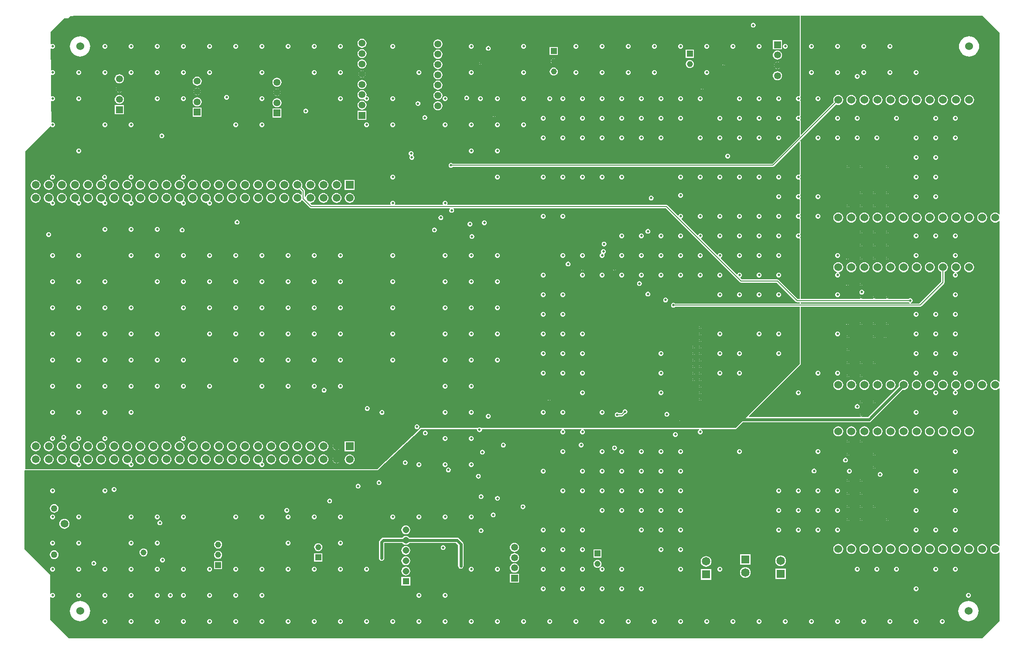
<source format=gbr>
%TF.GenerationSoftware,Altium Limited,Altium Designer,20.2.5 (213)*%
G04 Layer_Physical_Order=2*
G04 Layer_Color=36540*
%FSLAX26Y26*%
%MOIN*%
%TF.SameCoordinates,9BAFD9CD-774C-4051-972E-F2DD54F50950*%
%TF.FilePolarity,Positive*%
%TF.FileFunction,Copper,L2,Inr,Signal*%
%TF.Part,Single*%
G01*
G75*
%TA.AperFunction,Conductor*%
%ADD22C,0.008000*%
%ADD24C,0.024000*%
%ADD25C,0.010000*%
%TA.AperFunction,ComponentPad*%
%ADD26C,0.060000*%
%ADD27C,0.045276*%
%ADD28R,0.045276X0.045276*%
%ADD29R,0.053150X0.053150*%
%ADD30C,0.053150*%
%ADD31C,0.059370*%
%ADD32R,0.059370X0.059370*%
%ADD33R,0.064961X0.064961*%
%ADD34C,0.064961*%
%ADD35R,0.059843X0.059843*%
%ADD36C,0.059843*%
%ADD37C,0.050000*%
%ADD38R,0.051496X0.051496*%
%ADD39C,0.051496*%
%TA.AperFunction,ViaPad*%
%ADD40C,0.060000*%
%ADD41C,0.020000*%
G36*
X6330000Y4840522D02*
X6325000Y4837358D01*
X6320000Y4838353D01*
X6312977Y4836956D01*
X6307023Y4832977D01*
X6303044Y4827023D01*
X6301647Y4820000D01*
X6303044Y4812977D01*
X6307023Y4807023D01*
X6312977Y4803044D01*
X6320000Y4801647D01*
X6325000Y4802642D01*
X6330000Y4799478D01*
Y4690522D01*
X6325000Y4687358D01*
X6320000Y4688353D01*
X6312977Y4686956D01*
X6307023Y4682977D01*
X6303044Y4677023D01*
X6301647Y4670000D01*
X6303044Y4662977D01*
X6307023Y4657023D01*
X6312977Y4653044D01*
X6320000Y4651647D01*
X6325000Y4652642D01*
X6330000Y4649478D01*
Y4532303D01*
X6119932Y4322235D01*
X3678473D01*
X3677977Y4322977D01*
X3672023Y4326956D01*
X3665000Y4328353D01*
X3657977Y4326956D01*
X3652023Y4322977D01*
X3648044Y4317023D01*
X3646647Y4310000D01*
X3648044Y4302977D01*
X3652023Y4297023D01*
X3657977Y4293044D01*
X3665000Y4291647D01*
X3672023Y4293044D01*
X3677977Y4297023D01*
X3678473Y4297765D01*
X6125000D01*
X6129682Y4298696D01*
X6133651Y4301349D01*
X6325381Y4493078D01*
X6330000Y4491164D01*
Y4240522D01*
X6325000Y4237358D01*
X6320000Y4238353D01*
X6312977Y4236956D01*
X6307023Y4232977D01*
X6303044Y4227023D01*
X6301647Y4220000D01*
X6303044Y4212977D01*
X6307023Y4207023D01*
X6312977Y4203044D01*
X6320000Y4201647D01*
X6325000Y4202642D01*
X6330000Y4199478D01*
Y4090522D01*
X6325000Y4087358D01*
X6320000Y4088353D01*
X6312977Y4086956D01*
X6307023Y4082977D01*
X6303044Y4077023D01*
X6301647Y4070000D01*
X6303044Y4062977D01*
X6307023Y4057023D01*
X6312977Y4053044D01*
X6320000Y4051647D01*
X6325000Y4052642D01*
X6330000Y4049478D01*
Y3940522D01*
X6325000Y3937358D01*
X6320000Y3938353D01*
X6312977Y3936956D01*
X6307023Y3932977D01*
X6303044Y3927023D01*
X6301647Y3920000D01*
X6303044Y3912977D01*
X6307023Y3907023D01*
X6312977Y3903044D01*
X6320000Y3901647D01*
X6325000Y3902642D01*
X6330000Y3899478D01*
Y3790522D01*
X6325000Y3787358D01*
X6320000Y3788353D01*
X6312977Y3786956D01*
X6307023Y3782977D01*
X6303044Y3777023D01*
X6301647Y3770000D01*
X6303044Y3762977D01*
X6307023Y3757023D01*
X6312977Y3753044D01*
X6320000Y3751647D01*
X6325000Y3752642D01*
X6330000Y3749478D01*
Y3287235D01*
X6315068D01*
X6168651Y3433651D01*
X6164682Y3436304D01*
X6160000Y3437235D01*
X5887568D01*
X5876560Y3448242D01*
X5878106Y3453768D01*
X5882977Y3457023D01*
X5886956Y3462977D01*
X5888353Y3470000D01*
X5886956Y3477023D01*
X5882977Y3482977D01*
X5877023Y3486956D01*
X5870000Y3488353D01*
X5862977Y3486956D01*
X5857023Y3482977D01*
X5853768Y3478106D01*
X5848242Y3476561D01*
X5726560Y3598242D01*
X5728106Y3603768D01*
X5732977Y3607023D01*
X5736956Y3612977D01*
X5738353Y3620000D01*
X5736956Y3627023D01*
X5732977Y3632977D01*
X5727023Y3636956D01*
X5720000Y3638353D01*
X5712977Y3636956D01*
X5707023Y3632977D01*
X5703768Y3628106D01*
X5698242Y3626561D01*
X5576560Y3748242D01*
X5578106Y3753768D01*
X5582977Y3757023D01*
X5586956Y3762977D01*
X5588353Y3770000D01*
X5586956Y3777023D01*
X5582977Y3782977D01*
X5577023Y3786956D01*
X5570000Y3788353D01*
X5562977Y3786956D01*
X5557023Y3782977D01*
X5553768Y3778106D01*
X5548242Y3776561D01*
X5426560Y3898242D01*
X5428106Y3903768D01*
X5432977Y3907023D01*
X5436956Y3912977D01*
X5438353Y3920000D01*
X5436956Y3927023D01*
X5432977Y3932977D01*
X5427023Y3936956D01*
X5420000Y3938353D01*
X5412977Y3936956D01*
X5407023Y3932977D01*
X5403768Y3928106D01*
X5398242Y3926561D01*
X5321151Y4003651D01*
X5317182Y4006304D01*
X5312500Y4007235D01*
X3638423D01*
X3636066Y4011645D01*
X3636956Y4012977D01*
X3638353Y4020000D01*
X3636956Y4027023D01*
X3632977Y4032977D01*
X3627023Y4036956D01*
X3620000Y4038353D01*
X3612977Y4036956D01*
X3607023Y4032977D01*
X3603044Y4027023D01*
X3601647Y4020000D01*
X3603044Y4012977D01*
X3603934Y4011645D01*
X3601577Y4007235D01*
X3238423D01*
X3236066Y4011645D01*
X3236956Y4012977D01*
X3238353Y4020000D01*
X3236956Y4027023D01*
X3232977Y4032977D01*
X3227023Y4036956D01*
X3220000Y4038353D01*
X3212977Y4036956D01*
X3207023Y4032977D01*
X3203044Y4027023D01*
X3201647Y4020000D01*
X3203044Y4012977D01*
X3203934Y4011645D01*
X3201577Y4007235D01*
X2601116D01*
X2591241Y4017110D01*
X2593033Y4022389D01*
X2599838Y4023285D01*
X2609005Y4027082D01*
X2616877Y4033123D01*
X2622918Y4040995D01*
X2626715Y4050162D01*
X2628010Y4060000D01*
X2626715Y4069838D01*
X2622918Y4079005D01*
X2616877Y4086877D01*
X2609005Y4092918D01*
X2599838Y4096715D01*
X2590000Y4098010D01*
X2580162Y4096715D01*
X2570995Y4092918D01*
X2563123Y4086877D01*
X2557082Y4079005D01*
X2553285Y4069838D01*
X2548517Y4070817D01*
Y4113719D01*
X2547585Y4118401D01*
X2544933Y4122370D01*
X2523911Y4143392D01*
X2526715Y4150162D01*
X2528010Y4160000D01*
X2526715Y4169838D01*
X2522918Y4179005D01*
X2516877Y4186877D01*
X2509005Y4192918D01*
X2499838Y4196715D01*
X2490000Y4198010D01*
X2480162Y4196715D01*
X2470995Y4192918D01*
X2463123Y4186877D01*
X2457082Y4179005D01*
X2453285Y4169838D01*
X2451990Y4160000D01*
X2453285Y4150162D01*
X2457082Y4140995D01*
X2463123Y4133123D01*
X2470995Y4127082D01*
X2480162Y4123285D01*
X2490000Y4121990D01*
X2499838Y4123285D01*
X2506608Y4126089D01*
X2524046Y4108651D01*
Y4085748D01*
X2519046Y4084051D01*
X2516877Y4086877D01*
X2509005Y4092918D01*
X2499838Y4096715D01*
X2490000Y4098010D01*
X2480162Y4096715D01*
X2470995Y4092918D01*
X2463123Y4086877D01*
X2457082Y4079005D01*
X2453285Y4069838D01*
X2451990Y4060000D01*
X2453285Y4050162D01*
X2457082Y4040995D01*
X2463123Y4033123D01*
X2470995Y4027082D01*
X2480162Y4023285D01*
X2490000Y4021990D01*
X2499838Y4023285D01*
X2509005Y4027082D01*
X2516877Y4033123D01*
X2522918Y4040995D01*
X2523834Y4043208D01*
X2529625Y4044121D01*
X2587397Y3986349D01*
X2591366Y3983696D01*
X2596048Y3982765D01*
X3655188D01*
X3656633Y3978994D01*
X3656881Y3977765D01*
X3653044Y3972023D01*
X3651647Y3965000D01*
X3653044Y3957977D01*
X3657023Y3952023D01*
X3662977Y3948044D01*
X3670000Y3946647D01*
X3677023Y3948044D01*
X3682977Y3952023D01*
X3686956Y3957977D01*
X3688353Y3965000D01*
X3686956Y3972023D01*
X3683119Y3977765D01*
X3683367Y3978994D01*
X3684812Y3982765D01*
X5307432D01*
X5873848Y3416349D01*
X5877818Y3413696D01*
X5882500Y3412765D01*
X6154932D01*
X6301349Y3266349D01*
X6305318Y3263696D01*
X6310000Y3262765D01*
X6330000D01*
Y3252235D01*
X5378473D01*
X5377977Y3252977D01*
X5372023Y3256956D01*
X5365000Y3258353D01*
X5357977Y3256956D01*
X5352023Y3252977D01*
X5348044Y3247023D01*
X5346647Y3240000D01*
X5348044Y3232977D01*
X5352023Y3227023D01*
X5357977Y3223044D01*
X5365000Y3221647D01*
X5372023Y3223044D01*
X5377977Y3227023D01*
X5378473Y3227765D01*
X6330000D01*
Y2790000D01*
X5840000Y2300000D01*
X3896637D01*
X3895954Y2301022D01*
X3890000Y2305000D01*
X3882977Y2306397D01*
X3875954Y2305000D01*
X3870000Y2301022D01*
X3869317Y2300000D01*
X3435000D01*
X3100000Y1985000D01*
X410000D01*
Y4415000D01*
X602471Y4607471D01*
X607023Y4607023D01*
X612977Y4603044D01*
X620000Y4601647D01*
X627023Y4603044D01*
X632977Y4607023D01*
X636956Y4612977D01*
X638353Y4620000D01*
X636956Y4627023D01*
X632977Y4632977D01*
X627023Y4636956D01*
X620000Y4638353D01*
X614844Y4637327D01*
X609822Y4640404D01*
X608701Y4800740D01*
X609671Y4801263D01*
X613686Y4802903D01*
X620000Y4801647D01*
X627023Y4803044D01*
X632977Y4807023D01*
X636956Y4812977D01*
X638353Y4820000D01*
X636956Y4827023D01*
X632977Y4832977D01*
X627023Y4836956D01*
X620000Y4838353D01*
X613447Y4837049D01*
X612121Y4837257D01*
X608432Y4839212D01*
X607297Y5001526D01*
X611698Y5003899D01*
X612977Y5003044D01*
X620000Y5001647D01*
X627023Y5003044D01*
X632977Y5007023D01*
X636956Y5012977D01*
X638353Y5020000D01*
X636956Y5027023D01*
X632977Y5032977D01*
X627023Y5036956D01*
X620000Y5038353D01*
X612977Y5036956D01*
X611458Y5035941D01*
X607040Y5038282D01*
X605897Y5201762D01*
X610878Y5204447D01*
X612977Y5203044D01*
X620000Y5201647D01*
X627023Y5203044D01*
X632977Y5207023D01*
X636956Y5212977D01*
X638353Y5220000D01*
X636956Y5227023D01*
X632977Y5232977D01*
X627023Y5236956D01*
X620000Y5238353D01*
X612977Y5236956D01*
X610662Y5235409D01*
X605643Y5238069D01*
X605000Y5330000D01*
X710000Y5435000D01*
X740000D01*
X755000Y5450000D01*
X775000D01*
X780000Y5455000D01*
X6330000D01*
Y4840522D01*
D02*
G37*
G36*
X7859232Y5325767D02*
Y3936023D01*
X7854232Y3934326D01*
X7852102Y3937102D01*
X7844164Y3943193D01*
X7834920Y3947022D01*
X7825000Y3948328D01*
X7815080Y3947022D01*
X7805836Y3943193D01*
X7797898Y3937102D01*
X7791807Y3929164D01*
X7787978Y3919920D01*
X7786672Y3910000D01*
X7787978Y3900080D01*
X7791807Y3890836D01*
X7797898Y3882898D01*
X7805836Y3876807D01*
X7815080Y3872978D01*
X7825000Y3871672D01*
X7834920Y3872978D01*
X7844164Y3876807D01*
X7852102Y3882898D01*
X7854232Y3885674D01*
X7859232Y3883977D01*
Y2656023D01*
X7854232Y2654326D01*
X7852102Y2657102D01*
X7844164Y2663193D01*
X7834920Y2667022D01*
X7825000Y2668328D01*
X7815080Y2667022D01*
X7805836Y2663193D01*
X7797898Y2657102D01*
X7791807Y2649164D01*
X7787978Y2639920D01*
X7786672Y2630000D01*
X7787978Y2620080D01*
X7791807Y2610836D01*
X7797898Y2602898D01*
X7805836Y2596807D01*
X7815080Y2592978D01*
X7825000Y2591672D01*
X7834920Y2592978D01*
X7844164Y2596807D01*
X7852102Y2602898D01*
X7854232Y2605674D01*
X7859232Y2603977D01*
Y1401023D01*
X7854232Y1399326D01*
X7852102Y1402102D01*
X7844164Y1408193D01*
X7834920Y1412022D01*
X7825000Y1413328D01*
X7815080Y1412022D01*
X7805836Y1408193D01*
X7797898Y1402102D01*
X7791807Y1394164D01*
X7787978Y1384920D01*
X7786672Y1375000D01*
X7787978Y1365080D01*
X7791807Y1355836D01*
X7797898Y1347898D01*
X7805836Y1341807D01*
X7815080Y1337978D01*
X7825000Y1336672D01*
X7834920Y1337978D01*
X7844164Y1341807D01*
X7852102Y1347898D01*
X7854232Y1350674D01*
X7859232Y1348977D01*
Y825767D01*
X7724232Y690767D01*
X744233D01*
X601350Y833650D01*
X601350Y1006513D01*
X606350Y1008030D01*
X607023Y1007023D01*
X612977Y1003044D01*
X620000Y1001647D01*
X627023Y1003044D01*
X632977Y1007023D01*
X636956Y1012977D01*
X638353Y1020000D01*
X636956Y1027023D01*
X632977Y1032977D01*
X627023Y1036956D01*
X620000Y1038353D01*
X612977Y1036956D01*
X607023Y1032977D01*
X606350Y1031970D01*
X601350Y1033487D01*
Y1178650D01*
X404499Y1375500D01*
X404500Y1973498D01*
X409500Y1976943D01*
X410000Y1976843D01*
X3100000D01*
X3101439Y1977130D01*
X3102888Y1977372D01*
X3102996Y1977439D01*
X3103121Y1977464D01*
X3104343Y1978280D01*
X3105588Y1979058D01*
X3438233Y2291843D01*
X3861506D01*
X3864624Y2288044D01*
X3866021Y2281021D01*
X3870000Y2275067D01*
X3875954Y2271089D01*
X3882977Y2269692D01*
X3890000Y2271089D01*
X3895954Y2275067D01*
X3899932Y2281021D01*
X3901329Y2288044D01*
X3904447Y2291843D01*
X4511977D01*
X4512906Y2287301D01*
X4512809Y2286843D01*
X4507023Y2282977D01*
X4503044Y2277023D01*
X4501647Y2270000D01*
X4503044Y2262977D01*
X4507023Y2257023D01*
X4512977Y2253044D01*
X4520000Y2251647D01*
X4527023Y2253044D01*
X4532977Y2257023D01*
X4536956Y2262977D01*
X4538353Y2270000D01*
X4536956Y2277023D01*
X4532977Y2282977D01*
X4527191Y2286843D01*
X4527094Y2287301D01*
X4528023Y2291843D01*
X4661977D01*
X4662906Y2287301D01*
X4662809Y2286843D01*
X4657023Y2282977D01*
X4653044Y2277023D01*
X4651647Y2270000D01*
X4653044Y2262977D01*
X4657023Y2257023D01*
X4662977Y2253044D01*
X4670000Y2251647D01*
X4677023Y2253044D01*
X4682977Y2257023D01*
X4686956Y2262977D01*
X4688353Y2270000D01*
X4686956Y2277023D01*
X4682977Y2282977D01*
X4677191Y2286843D01*
X4677094Y2287301D01*
X4678023Y2291843D01*
X5561977D01*
X5562906Y2287301D01*
X5562809Y2286843D01*
X5557023Y2282977D01*
X5553044Y2277023D01*
X5551647Y2270000D01*
X5553044Y2262977D01*
X5557023Y2257023D01*
X5562977Y2253044D01*
X5570000Y2251647D01*
X5577023Y2253044D01*
X5582977Y2257023D01*
X5586956Y2262977D01*
X5588353Y2270000D01*
X5586956Y2277023D01*
X5582977Y2282977D01*
X5577191Y2286843D01*
X5577094Y2287301D01*
X5578023Y2291843D01*
X5840000D01*
X5843121Y2292464D01*
X5845768Y2294232D01*
X5845768Y2294233D01*
X5896144Y2344608D01*
X6860000D01*
X6867804Y2346160D01*
X6874419Y2350581D01*
X7116614Y2592776D01*
X7125000Y2591672D01*
X7134920Y2592978D01*
X7144164Y2596807D01*
X7152102Y2602898D01*
X7158193Y2610836D01*
X7162022Y2620080D01*
X7163328Y2630000D01*
X7162022Y2639920D01*
X7158193Y2649164D01*
X7152102Y2657102D01*
X7144164Y2663193D01*
X7134920Y2667022D01*
X7125000Y2668328D01*
X7115080Y2667022D01*
X7105836Y2663193D01*
X7097898Y2657102D01*
X7091807Y2649164D01*
X7087978Y2639920D01*
X7086672Y2630000D01*
X7087776Y2621615D01*
X6851553Y2385392D01*
X6803447D01*
X6802955Y2390392D01*
X6803902Y2390580D01*
X6807210Y2392790D01*
X6808686Y2395000D01*
X6791314D01*
X6792790Y2392790D01*
X6796098Y2390580D01*
X6797045Y2390392D01*
X6796553Y2385392D01*
X5943460D01*
X5941547Y2390011D01*
X6335768Y2784232D01*
X6337536Y2786878D01*
X6338157Y2790000D01*
X6338157Y2790001D01*
Y3227765D01*
X7250000D01*
X7254682Y3228696D01*
X7258651Y3231349D01*
X7263651Y3236349D01*
X7433651Y3406349D01*
X7436304Y3410318D01*
X7437235Y3415000D01*
Y3493937D01*
X7444164Y3496807D01*
X7452102Y3502898D01*
X7458193Y3510836D01*
X7462022Y3520080D01*
X7463328Y3530000D01*
X7462022Y3539920D01*
X7458193Y3549164D01*
X7452102Y3557102D01*
X7444164Y3563193D01*
X7434920Y3567022D01*
X7425000Y3568328D01*
X7415080Y3567022D01*
X7405836Y3563193D01*
X7397898Y3557102D01*
X7391807Y3549164D01*
X7387978Y3539920D01*
X7386672Y3530000D01*
X7387978Y3520080D01*
X7391807Y3510836D01*
X7397898Y3502898D01*
X7405836Y3496807D01*
X7412765Y3493937D01*
Y3420068D01*
X7244932Y3252235D01*
X7178447D01*
X7177955Y3257235D01*
X7182023Y3258044D01*
X7187977Y3262023D01*
X7191956Y3267977D01*
X7193353Y3275000D01*
X7191956Y3282023D01*
X7187977Y3287977D01*
X7182023Y3291956D01*
X7175000Y3293353D01*
X7167977Y3291956D01*
X7162023Y3287977D01*
X7161527Y3287235D01*
X7007895D01*
X7006379Y3292235D01*
X7007210Y3292790D01*
X7008686Y3295000D01*
X6991314D01*
X6992790Y3292790D01*
X6993621Y3292235D01*
X6992105Y3287235D01*
X6907895D01*
X6906379Y3292235D01*
X6907210Y3292790D01*
X6908686Y3295000D01*
X6891314D01*
X6892790Y3292790D01*
X6893621Y3292235D01*
X6892105Y3287235D01*
X6807895D01*
X6806379Y3292235D01*
X6807210Y3292790D01*
X6808686Y3295000D01*
X6791314D01*
X6792790Y3292790D01*
X6793621Y3292235D01*
X6792105Y3287235D01*
X6338157D01*
Y3749478D01*
X6337980Y3750364D01*
X6337958Y3751267D01*
X6337673Y3751910D01*
X6337536Y3752599D01*
X6337034Y3753351D01*
X6336667Y3754176D01*
X6336158Y3754661D01*
X6335768Y3755245D01*
X6335242Y3760412D01*
X6336956Y3762977D01*
X6338353Y3770000D01*
X6336956Y3777023D01*
X6335242Y3779588D01*
X6335768Y3784755D01*
X6336158Y3785339D01*
X6336667Y3785824D01*
X6337034Y3786650D01*
X6337536Y3787401D01*
X6337673Y3788090D01*
X6337958Y3788733D01*
X6337980Y3789637D01*
X6338157Y3790522D01*
Y3899478D01*
X6337980Y3900364D01*
X6337958Y3901267D01*
X6337673Y3901910D01*
X6337536Y3902599D01*
X6337034Y3903351D01*
X6336667Y3904176D01*
X6336158Y3904661D01*
X6335768Y3905245D01*
X6335242Y3910412D01*
X6336956Y3912977D01*
X6338353Y3920000D01*
X6336956Y3927023D01*
X6335242Y3929588D01*
X6335768Y3934755D01*
X6336158Y3935339D01*
X6336667Y3935824D01*
X6337034Y3936650D01*
X6337536Y3937401D01*
X6337673Y3938090D01*
X6337958Y3938733D01*
X6337980Y3939637D01*
X6338157Y3940522D01*
Y4049478D01*
X6337980Y4050364D01*
X6337958Y4051267D01*
X6337673Y4051910D01*
X6337536Y4052599D01*
X6337034Y4053351D01*
X6336667Y4054176D01*
X6336158Y4054661D01*
X6335768Y4055245D01*
X6335242Y4060412D01*
X6336956Y4062977D01*
X6338353Y4070000D01*
X6336956Y4077023D01*
X6335242Y4079588D01*
X6335768Y4084755D01*
X6336158Y4085339D01*
X6336667Y4085824D01*
X6337034Y4086650D01*
X6337536Y4087401D01*
X6337673Y4088090D01*
X6337958Y4088733D01*
X6337980Y4089637D01*
X6338157Y4090522D01*
Y4199478D01*
X6337980Y4200364D01*
X6337958Y4201267D01*
X6337673Y4201910D01*
X6337536Y4202599D01*
X6337034Y4203351D01*
X6336667Y4204176D01*
X6336158Y4204661D01*
X6335768Y4205245D01*
X6335242Y4210413D01*
X6336956Y4212977D01*
X6338353Y4220000D01*
X6336956Y4227023D01*
X6335242Y4229587D01*
X6335768Y4234755D01*
X6336158Y4235339D01*
X6336667Y4235824D01*
X6337034Y4236650D01*
X6337536Y4237401D01*
X6337673Y4238090D01*
X6337958Y4238733D01*
X6337980Y4239637D01*
X6338157Y4240522D01*
Y4491164D01*
X6337818Y4492866D01*
X6337536Y4494285D01*
X6335768Y4496932D01*
X6335004Y4501716D01*
X6335283Y4502980D01*
X6608151Y4775848D01*
X6615080Y4772978D01*
X6625000Y4771672D01*
X6634920Y4772978D01*
X6644164Y4776807D01*
X6652102Y4782898D01*
X6658193Y4790836D01*
X6662022Y4800080D01*
X6663328Y4810000D01*
X6662022Y4819920D01*
X6658193Y4829164D01*
X6652102Y4837102D01*
X6644164Y4843193D01*
X6634920Y4847022D01*
X6625000Y4848328D01*
X6615080Y4847022D01*
X6605836Y4843193D01*
X6597898Y4837102D01*
X6591807Y4829164D01*
X6587978Y4819920D01*
X6586672Y4810000D01*
X6587978Y4800080D01*
X6590848Y4793151D01*
X6342776Y4545079D01*
X6338157Y4546993D01*
Y4649478D01*
X6337980Y4650364D01*
X6337958Y4651267D01*
X6337673Y4651910D01*
X6337536Y4652599D01*
X6337034Y4653351D01*
X6336667Y4654176D01*
X6336158Y4654661D01*
X6335768Y4655245D01*
X6335242Y4660413D01*
X6336956Y4662977D01*
X6338353Y4670000D01*
X6336956Y4677023D01*
X6335242Y4679587D01*
X6335768Y4684755D01*
X6336158Y4685339D01*
X6336667Y4685824D01*
X6337034Y4686650D01*
X6337536Y4687401D01*
X6337673Y4688090D01*
X6337958Y4688733D01*
X6337980Y4689637D01*
X6338157Y4690522D01*
Y4799478D01*
X6337980Y4800364D01*
X6337958Y4801267D01*
X6337673Y4801910D01*
X6337536Y4802599D01*
X6337034Y4803351D01*
X6336667Y4804176D01*
X6336158Y4804661D01*
X6335768Y4805245D01*
X6335242Y4810413D01*
X6336956Y4812977D01*
X6338353Y4820000D01*
X6336956Y4827023D01*
X6335242Y4829587D01*
X6335768Y4834755D01*
X6336158Y4835339D01*
X6336667Y4835824D01*
X6337034Y4836650D01*
X6337536Y4837401D01*
X6337673Y4838090D01*
X6337958Y4838733D01*
X6337980Y4839637D01*
X6338157Y4840522D01*
Y5455000D01*
X6338787Y5455767D01*
X7729232D01*
X7859232Y5325767D01*
D02*
G37*
G36*
X7162023Y3262023D02*
X7167977Y3258044D01*
X7172045Y3257235D01*
X7171553Y3252235D01*
X6338157D01*
Y3262765D01*
X7161527D01*
X7162023Y3262023D01*
D02*
G37*
%LPC*%
G36*
X5975000Y5400353D02*
X5967977Y5398956D01*
X5962023Y5394977D01*
X5958044Y5389023D01*
X5956647Y5382000D01*
X5958044Y5374977D01*
X5962023Y5369023D01*
X5967977Y5365044D01*
X5975000Y5363647D01*
X5982023Y5365044D01*
X5987977Y5369023D01*
X5991956Y5374977D01*
X5993353Y5382000D01*
X5991956Y5389023D01*
X5987977Y5394977D01*
X5982023Y5398956D01*
X5975000Y5400353D01*
D02*
G37*
G36*
X2985000Y5278575D02*
X2975974Y5277387D01*
X2967563Y5273903D01*
X2960341Y5268361D01*
X2954799Y5261139D01*
X2951315Y5252728D01*
X2950127Y5243702D01*
X2951315Y5234676D01*
X2954799Y5226265D01*
X2960341Y5219043D01*
X2967563Y5213501D01*
X2975974Y5210017D01*
X2985000Y5208829D01*
X2994026Y5210017D01*
X3002437Y5213501D01*
X3009659Y5219043D01*
X3015201Y5226265D01*
X3018685Y5234676D01*
X3019873Y5243702D01*
X3018685Y5252728D01*
X3015201Y5261139D01*
X3009659Y5268361D01*
X3002437Y5273903D01*
X2994026Y5277387D01*
X2985000Y5278575D01*
D02*
G37*
G36*
X3565000Y5273573D02*
X3555974Y5272385D01*
X3547563Y5268901D01*
X3540341Y5263359D01*
X3534799Y5256137D01*
X3531315Y5247726D01*
X3530127Y5238700D01*
X3531315Y5229674D01*
X3534799Y5221263D01*
X3540341Y5214041D01*
X3547563Y5208499D01*
X3555974Y5205015D01*
X3565000Y5203827D01*
X3574026Y5205015D01*
X3582437Y5208499D01*
X3589659Y5214041D01*
X3595201Y5221263D01*
X3598685Y5229674D01*
X3599873Y5238700D01*
X3598685Y5247726D01*
X3595201Y5256137D01*
X3589659Y5263359D01*
X3582437Y5268901D01*
X3574026Y5272385D01*
X3565000Y5273573D01*
D02*
G37*
G36*
X6220000Y5238353D02*
X6212977Y5236956D01*
X6207023Y5232977D01*
X6203044Y5227023D01*
X6201647Y5220000D01*
X6203044Y5212977D01*
X6207023Y5207023D01*
X6212977Y5203044D01*
X6220000Y5201647D01*
X6227023Y5203044D01*
X6232977Y5207023D01*
X6236956Y5212977D01*
X6238353Y5220000D01*
X6236956Y5227023D01*
X6232977Y5232977D01*
X6227023Y5236956D01*
X6220000Y5238353D01*
D02*
G37*
G36*
X6020000D02*
X6012977Y5236956D01*
X6007023Y5232977D01*
X6003044Y5227023D01*
X6001647Y5220000D01*
X6003044Y5212977D01*
X6007023Y5207023D01*
X6012977Y5203044D01*
X6020000Y5201647D01*
X6027023Y5203044D01*
X6032977Y5207023D01*
X6036956Y5212977D01*
X6038353Y5220000D01*
X6036956Y5227023D01*
X6032977Y5232977D01*
X6027023Y5236956D01*
X6020000Y5238353D01*
D02*
G37*
G36*
X5820000D02*
X5812977Y5236956D01*
X5807023Y5232977D01*
X5803044Y5227023D01*
X5801647Y5220000D01*
X5803044Y5212977D01*
X5807023Y5207023D01*
X5812977Y5203044D01*
X5820000Y5201647D01*
X5827023Y5203044D01*
X5832977Y5207023D01*
X5836956Y5212977D01*
X5838353Y5220000D01*
X5836956Y5227023D01*
X5832977Y5232977D01*
X5827023Y5236956D01*
X5820000Y5238353D01*
D02*
G37*
G36*
X5620000D02*
X5612977Y5236956D01*
X5607023Y5232977D01*
X5603044Y5227023D01*
X5601647Y5220000D01*
X5603044Y5212977D01*
X5607023Y5207023D01*
X5612977Y5203044D01*
X5620000Y5201647D01*
X5627023Y5203044D01*
X5632977Y5207023D01*
X5636956Y5212977D01*
X5638353Y5220000D01*
X5636956Y5227023D01*
X5632977Y5232977D01*
X5627023Y5236956D01*
X5620000Y5238353D01*
D02*
G37*
G36*
X5420000D02*
X5412977Y5236956D01*
X5407023Y5232977D01*
X5403044Y5227023D01*
X5401647Y5220000D01*
X5403044Y5212977D01*
X5407023Y5207023D01*
X5412977Y5203044D01*
X5420000Y5201647D01*
X5427023Y5203044D01*
X5432977Y5207023D01*
X5436956Y5212977D01*
X5438353Y5220000D01*
X5436956Y5227023D01*
X5432977Y5232977D01*
X5427023Y5236956D01*
X5420000Y5238353D01*
D02*
G37*
G36*
X5220000D02*
X5212977Y5236956D01*
X5207023Y5232977D01*
X5203044Y5227023D01*
X5201647Y5220000D01*
X5203044Y5212977D01*
X5207023Y5207023D01*
X5212977Y5203044D01*
X5220000Y5201647D01*
X5227023Y5203044D01*
X5232977Y5207023D01*
X5236956Y5212977D01*
X5238353Y5220000D01*
X5236956Y5227023D01*
X5232977Y5232977D01*
X5227023Y5236956D01*
X5220000Y5238353D01*
D02*
G37*
G36*
X5020000D02*
X5012977Y5236956D01*
X5007023Y5232977D01*
X5003044Y5227023D01*
X5001647Y5220000D01*
X5003044Y5212977D01*
X5007023Y5207023D01*
X5012977Y5203044D01*
X5020000Y5201647D01*
X5027023Y5203044D01*
X5032977Y5207023D01*
X5036956Y5212977D01*
X5038353Y5220000D01*
X5036956Y5227023D01*
X5032977Y5232977D01*
X5027023Y5236956D01*
X5020000Y5238353D01*
D02*
G37*
G36*
X4820000D02*
X4812977Y5236956D01*
X4807023Y5232977D01*
X4803044Y5227023D01*
X4801647Y5220000D01*
X4803044Y5212977D01*
X4807023Y5207023D01*
X4812977Y5203044D01*
X4820000Y5201647D01*
X4827023Y5203044D01*
X4832977Y5207023D01*
X4836956Y5212977D01*
X4838353Y5220000D01*
X4836956Y5227023D01*
X4832977Y5232977D01*
X4827023Y5236956D01*
X4820000Y5238353D01*
D02*
G37*
G36*
X4620000D02*
X4612977Y5236956D01*
X4607023Y5232977D01*
X4603044Y5227023D01*
X4601647Y5220000D01*
X4603044Y5212977D01*
X4607023Y5207023D01*
X4612977Y5203044D01*
X4620000Y5201647D01*
X4627023Y5203044D01*
X4632977Y5207023D01*
X4636956Y5212977D01*
X4638353Y5220000D01*
X4636956Y5227023D01*
X4632977Y5232977D01*
X4627023Y5236956D01*
X4620000Y5238353D01*
D02*
G37*
G36*
X4220000D02*
X4212977Y5236956D01*
X4207023Y5232977D01*
X4203044Y5227023D01*
X4201647Y5220000D01*
X4203044Y5212977D01*
X4207023Y5207023D01*
X4212977Y5203044D01*
X4220000Y5201647D01*
X4227023Y5203044D01*
X4232977Y5207023D01*
X4236956Y5212977D01*
X4238353Y5220000D01*
X4236956Y5227023D01*
X4232977Y5232977D01*
X4227023Y5236956D01*
X4220000Y5238353D01*
D02*
G37*
G36*
X3820000D02*
X3812977Y5236956D01*
X3807023Y5232977D01*
X3803044Y5227023D01*
X3801647Y5220000D01*
X3803044Y5212977D01*
X3807023Y5207023D01*
X3812977Y5203044D01*
X3820000Y5201647D01*
X3827023Y5203044D01*
X3832977Y5207023D01*
X3836956Y5212977D01*
X3838353Y5220000D01*
X3836956Y5227023D01*
X3832977Y5232977D01*
X3827023Y5236956D01*
X3820000Y5238353D01*
D02*
G37*
G36*
X3220000D02*
X3212977Y5236956D01*
X3207023Y5232977D01*
X3203044Y5227023D01*
X3201647Y5220000D01*
X3203044Y5212977D01*
X3207023Y5207023D01*
X3212977Y5203044D01*
X3220000Y5201647D01*
X3227023Y5203044D01*
X3232977Y5207023D01*
X3236956Y5212977D01*
X3238353Y5220000D01*
X3236956Y5227023D01*
X3232977Y5232977D01*
X3227023Y5236956D01*
X3220000Y5238353D01*
D02*
G37*
G36*
X2820000D02*
X2812977Y5236956D01*
X2807023Y5232977D01*
X2803044Y5227023D01*
X2801647Y5220000D01*
X2803044Y5212977D01*
X2807023Y5207023D01*
X2812977Y5203044D01*
X2820000Y5201647D01*
X2827023Y5203044D01*
X2832977Y5207023D01*
X2836956Y5212977D01*
X2838353Y5220000D01*
X2836956Y5227023D01*
X2832977Y5232977D01*
X2827023Y5236956D01*
X2820000Y5238353D01*
D02*
G37*
G36*
X2620000D02*
X2612977Y5236956D01*
X2607023Y5232977D01*
X2603044Y5227023D01*
X2601647Y5220000D01*
X2603044Y5212977D01*
X2607023Y5207023D01*
X2612977Y5203044D01*
X2620000Y5201647D01*
X2627023Y5203044D01*
X2632977Y5207023D01*
X2636956Y5212977D01*
X2638353Y5220000D01*
X2636956Y5227023D01*
X2632977Y5232977D01*
X2627023Y5236956D01*
X2620000Y5238353D01*
D02*
G37*
G36*
X2420000D02*
X2412977Y5236956D01*
X2407023Y5232977D01*
X2403044Y5227023D01*
X2401647Y5220000D01*
X2403044Y5212977D01*
X2407023Y5207023D01*
X2412977Y5203044D01*
X2420000Y5201647D01*
X2427023Y5203044D01*
X2432977Y5207023D01*
X2436956Y5212977D01*
X2438353Y5220000D01*
X2436956Y5227023D01*
X2432977Y5232977D01*
X2427023Y5236956D01*
X2420000Y5238353D01*
D02*
G37*
G36*
X2220000D02*
X2212977Y5236956D01*
X2207023Y5232977D01*
X2203044Y5227023D01*
X2201647Y5220000D01*
X2203044Y5212977D01*
X2207023Y5207023D01*
X2212977Y5203044D01*
X2220000Y5201647D01*
X2227023Y5203044D01*
X2232977Y5207023D01*
X2236956Y5212977D01*
X2238353Y5220000D01*
X2236956Y5227023D01*
X2232977Y5232977D01*
X2227023Y5236956D01*
X2220000Y5238353D01*
D02*
G37*
G36*
X2020000D02*
X2012977Y5236956D01*
X2007023Y5232977D01*
X2003044Y5227023D01*
X2001647Y5220000D01*
X2003044Y5212977D01*
X2007023Y5207023D01*
X2012977Y5203044D01*
X2020000Y5201647D01*
X2027023Y5203044D01*
X2032977Y5207023D01*
X2036956Y5212977D01*
X2038353Y5220000D01*
X2036956Y5227023D01*
X2032977Y5232977D01*
X2027023Y5236956D01*
X2020000Y5238353D01*
D02*
G37*
G36*
X1820000D02*
X1812977Y5236956D01*
X1807023Y5232977D01*
X1803044Y5227023D01*
X1801647Y5220000D01*
X1803044Y5212977D01*
X1807023Y5207023D01*
X1812977Y5203044D01*
X1820000Y5201647D01*
X1827023Y5203044D01*
X1832977Y5207023D01*
X1836956Y5212977D01*
X1838353Y5220000D01*
X1836956Y5227023D01*
X1832977Y5232977D01*
X1827023Y5236956D01*
X1820000Y5238353D01*
D02*
G37*
G36*
X1620000D02*
X1612977Y5236956D01*
X1607023Y5232977D01*
X1603044Y5227023D01*
X1601647Y5220000D01*
X1603044Y5212977D01*
X1607023Y5207023D01*
X1612977Y5203044D01*
X1620000Y5201647D01*
X1627023Y5203044D01*
X1632977Y5207023D01*
X1636956Y5212977D01*
X1638353Y5220000D01*
X1636956Y5227023D01*
X1632977Y5232977D01*
X1627023Y5236956D01*
X1620000Y5238353D01*
D02*
G37*
G36*
X1420000D02*
X1412977Y5236956D01*
X1407023Y5232977D01*
X1403044Y5227023D01*
X1401647Y5220000D01*
X1403044Y5212977D01*
X1407023Y5207023D01*
X1412977Y5203044D01*
X1420000Y5201647D01*
X1427023Y5203044D01*
X1432977Y5207023D01*
X1436956Y5212977D01*
X1438353Y5220000D01*
X1436956Y5227023D01*
X1432977Y5232977D01*
X1427023Y5236956D01*
X1420000Y5238353D01*
D02*
G37*
G36*
X1220000D02*
X1212977Y5236956D01*
X1207023Y5232977D01*
X1203044Y5227023D01*
X1201647Y5220000D01*
X1203044Y5212977D01*
X1207023Y5207023D01*
X1212977Y5203044D01*
X1220000Y5201647D01*
X1227023Y5203044D01*
X1232977Y5207023D01*
X1236956Y5212977D01*
X1238353Y5220000D01*
X1236956Y5227023D01*
X1232977Y5232977D01*
X1227023Y5236956D01*
X1220000Y5238353D01*
D02*
G37*
G36*
X1020000D02*
X1012977Y5236956D01*
X1007023Y5232977D01*
X1003044Y5227023D01*
X1001647Y5220000D01*
X1003044Y5212977D01*
X1007023Y5207023D01*
X1012977Y5203044D01*
X1020000Y5201647D01*
X1027023Y5203044D01*
X1032977Y5207023D01*
X1036956Y5212977D01*
X1038353Y5220000D01*
X1036956Y5227023D01*
X1032977Y5232977D01*
X1027023Y5236956D01*
X1020000Y5238353D01*
D02*
G37*
G36*
X6194575Y5267055D02*
X6125425D01*
Y5197905D01*
X6194575D01*
Y5267055D01*
D02*
G37*
G36*
X3950000Y5223353D02*
X3942977Y5221956D01*
X3937023Y5217977D01*
X3933044Y5212023D01*
X3931647Y5205000D01*
X3933044Y5197977D01*
X3937023Y5192023D01*
X3942977Y5188044D01*
X3950000Y5186647D01*
X3957023Y5188044D01*
X3962977Y5192023D01*
X3966956Y5197977D01*
X3968353Y5205000D01*
X3966956Y5212023D01*
X3962977Y5217977D01*
X3957023Y5221956D01*
X3950000Y5223353D01*
D02*
G37*
G36*
X4480638Y5215638D02*
X4419362D01*
Y5154362D01*
X4480638D01*
Y5215638D01*
D02*
G37*
G36*
X830000Y5297270D02*
X814925Y5295785D01*
X800430Y5291388D01*
X787071Y5284247D01*
X775362Y5274638D01*
X765753Y5262929D01*
X758612Y5249570D01*
X754215Y5235075D01*
X752730Y5220000D01*
X754215Y5204925D01*
X758612Y5190430D01*
X765753Y5177071D01*
X775362Y5165362D01*
X787071Y5155753D01*
X800430Y5148612D01*
X814925Y5144215D01*
X830000Y5142730D01*
X845075Y5144215D01*
X859570Y5148612D01*
X872929Y5155753D01*
X884638Y5165362D01*
X894247Y5177071D01*
X901388Y5190430D01*
X905785Y5204925D01*
X907270Y5220000D01*
X905785Y5235075D01*
X901388Y5249570D01*
X894247Y5262929D01*
X884638Y5274638D01*
X872929Y5284247D01*
X859570Y5291388D01*
X845075Y5295785D01*
X830000Y5297270D01*
D02*
G37*
G36*
X5520638Y5194378D02*
X5459362D01*
Y5133102D01*
X5520638D01*
Y5194378D01*
D02*
G37*
G36*
X2985000Y5199833D02*
X2975974Y5198645D01*
X2967563Y5195161D01*
X2960341Y5189619D01*
X2954799Y5182397D01*
X2951315Y5173986D01*
X2950127Y5164960D01*
X2951315Y5155934D01*
X2954799Y5147523D01*
X2960341Y5140301D01*
X2967563Y5134759D01*
X2975974Y5131275D01*
X2985000Y5130087D01*
X2994026Y5131275D01*
X3002437Y5134759D01*
X3009659Y5140301D01*
X3015201Y5147523D01*
X3018685Y5155934D01*
X3019873Y5164960D01*
X3018685Y5173986D01*
X3015201Y5182397D01*
X3009659Y5189619D01*
X3002437Y5195161D01*
X2994026Y5198645D01*
X2985000Y5199833D01*
D02*
G37*
G36*
X3565000Y5194833D02*
X3555974Y5193645D01*
X3547563Y5190161D01*
X3540341Y5184619D01*
X3534799Y5177397D01*
X3531315Y5168986D01*
X3530127Y5159960D01*
X3531315Y5150934D01*
X3534799Y5142523D01*
X3540341Y5135301D01*
X3547563Y5129759D01*
X3555974Y5126275D01*
X3565000Y5125087D01*
X3574026Y5126275D01*
X3582437Y5129759D01*
X3589659Y5135301D01*
X3595201Y5142523D01*
X3598685Y5150934D01*
X3599873Y5159960D01*
X3598685Y5168986D01*
X3595201Y5177397D01*
X3589659Y5184619D01*
X3582437Y5190161D01*
X3574026Y5193645D01*
X3565000Y5194833D01*
D02*
G37*
G36*
X6160000Y5188613D02*
X6150974Y5187425D01*
X6142563Y5183941D01*
X6135341Y5178399D01*
X6129799Y5171177D01*
X6126315Y5162766D01*
X6125127Y5153740D01*
X6126315Y5144714D01*
X6129799Y5136303D01*
X6135341Y5129081D01*
X6142563Y5123539D01*
X6150974Y5120055D01*
X6160000Y5118867D01*
X6169026Y5120055D01*
X6177437Y5123539D01*
X6184659Y5129081D01*
X6190201Y5136303D01*
X6193685Y5144714D01*
X6194873Y5153740D01*
X6193685Y5162766D01*
X6190201Y5171177D01*
X6184659Y5178399D01*
X6177437Y5183941D01*
X6169026Y5187425D01*
X6160000Y5188613D01*
D02*
G37*
G36*
X4455000Y5128347D02*
Y5111260D01*
X4472087D01*
X4471324Y5115093D01*
X4466321Y5122581D01*
X4458833Y5127584D01*
X4455000Y5128347D01*
D02*
G37*
G36*
X4445000D02*
X4441167Y5127584D01*
X4433679Y5122581D01*
X4428676Y5115093D01*
X4427913Y5111260D01*
X4445000D01*
Y5128347D01*
D02*
G37*
G36*
X3895000Y5098686D02*
Y5095000D01*
X3898686D01*
X3897210Y5097210D01*
X3895000Y5098686D01*
D02*
G37*
G36*
X3885000D02*
X3882790Y5097210D01*
X3881314Y5095000D01*
X3885000D01*
Y5098686D01*
D02*
G37*
G36*
X5755000Y5093686D02*
Y5090000D01*
X5758686D01*
X5757210Y5092210D01*
X5755000Y5093686D01*
D02*
G37*
G36*
X5745000D02*
X5742790Y5092210D01*
X5741314Y5090000D01*
X5745000D01*
Y5093686D01*
D02*
G37*
G36*
X4472087Y5101260D02*
X4455000D01*
Y5084173D01*
X4458833Y5084936D01*
X4466321Y5089939D01*
X4471324Y5097427D01*
X4472087Y5101260D01*
D02*
G37*
G36*
X4445000D02*
X4427913D01*
X4428676Y5097427D01*
X4433679Y5089939D01*
X4441167Y5084936D01*
X4445000Y5084173D01*
Y5101260D01*
D02*
G37*
G36*
X3898686Y5085000D02*
X3895000D01*
Y5081314D01*
X3897210Y5082790D01*
X3898686Y5085000D01*
D02*
G37*
G36*
X3885000D02*
X3881314D01*
X3882790Y5082790D01*
X3885000Y5081314D01*
Y5085000D01*
D02*
G37*
G36*
X6165000Y5101146D02*
Y5080000D01*
X6186146D01*
X6185891Y5081937D01*
X6183213Y5088402D01*
X6178953Y5093953D01*
X6173402Y5098213D01*
X6166937Y5100891D01*
X6165000Y5101146D01*
D02*
G37*
G36*
X6155000D02*
X6153063Y5100891D01*
X6146598Y5098213D01*
X6141047Y5093953D01*
X6136787Y5088402D01*
X6134109Y5081937D01*
X6133854Y5080000D01*
X6155000D01*
Y5101146D01*
D02*
G37*
G36*
X5758686Y5080000D02*
X5755000D01*
Y5076314D01*
X5757210Y5077790D01*
X5758686Y5080000D01*
D02*
G37*
G36*
X5745000D02*
X5741314D01*
X5742790Y5077790D01*
X5745000Y5076314D01*
Y5080000D01*
D02*
G37*
G36*
X5490000Y5115902D02*
X5482002Y5114849D01*
X5474549Y5111762D01*
X5468149Y5106851D01*
X5463238Y5100451D01*
X5460151Y5092998D01*
X5459098Y5085000D01*
X5460151Y5077002D01*
X5463238Y5069549D01*
X5468149Y5063149D01*
X5474549Y5058238D01*
X5482002Y5055151D01*
X5490000Y5054098D01*
X5497998Y5055151D01*
X5505451Y5058238D01*
X5511851Y5063149D01*
X5516762Y5069549D01*
X5519849Y5077002D01*
X5520902Y5085000D01*
X5519849Y5092998D01*
X5516762Y5100451D01*
X5511851Y5106851D01*
X5505451Y5111762D01*
X5497998Y5114849D01*
X5490000Y5115902D01*
D02*
G37*
G36*
X2985000Y5121093D02*
X2975974Y5119905D01*
X2967563Y5116421D01*
X2960341Y5110879D01*
X2954799Y5103657D01*
X2951315Y5095246D01*
X2950127Y5086220D01*
X2951315Y5077194D01*
X2954799Y5068783D01*
X2960341Y5061561D01*
X2967563Y5056019D01*
X2975974Y5052535D01*
X2985000Y5051347D01*
X2994026Y5052535D01*
X3002437Y5056019D01*
X3009659Y5061561D01*
X3015201Y5068783D01*
X3018685Y5077194D01*
X3019873Y5086220D01*
X3018685Y5095246D01*
X3015201Y5103657D01*
X3009659Y5110879D01*
X3002437Y5116421D01*
X2994026Y5119905D01*
X2985000Y5121093D01*
D02*
G37*
G36*
X6186146Y5070000D02*
X6165000D01*
Y5048854D01*
X6166937Y5049109D01*
X6173402Y5051787D01*
X6178953Y5056047D01*
X6183213Y5061598D01*
X6185891Y5068063D01*
X6186146Y5070000D01*
D02*
G37*
G36*
X6155000D02*
X6133854D01*
X6134109Y5068063D01*
X6136787Y5061598D01*
X6141047Y5056047D01*
X6146598Y5051787D01*
X6153063Y5049109D01*
X6155000Y5048854D01*
Y5070000D01*
D02*
G37*
G36*
X3565000Y5116093D02*
X3555974Y5114905D01*
X3547563Y5111421D01*
X3540341Y5105879D01*
X3534799Y5098657D01*
X3531315Y5090246D01*
X3530127Y5081220D01*
X3531315Y5072194D01*
X3534799Y5063783D01*
X3540341Y5056561D01*
X3547563Y5051019D01*
X3555974Y5047535D01*
X3565000Y5046347D01*
X3574026Y5047535D01*
X3582437Y5051019D01*
X3589659Y5056561D01*
X3595201Y5063783D01*
X3598685Y5072194D01*
X3599873Y5081220D01*
X3598685Y5090246D01*
X3595201Y5098657D01*
X3589659Y5105879D01*
X3582437Y5111421D01*
X3574026Y5114905D01*
X3565000Y5116093D01*
D02*
G37*
G36*
X2990000Y5033626D02*
Y5012480D01*
X3011146D01*
X3010891Y5014417D01*
X3008213Y5020882D01*
X3003953Y5026433D01*
X2998402Y5030693D01*
X2991937Y5033371D01*
X2990000Y5033626D01*
D02*
G37*
G36*
X2980000D02*
X2978063Y5033371D01*
X2971598Y5030693D01*
X2966047Y5026433D01*
X2961787Y5020882D01*
X2959109Y5014417D01*
X2958854Y5012480D01*
X2980000D01*
Y5033626D01*
D02*
G37*
G36*
X5620000Y5038353D02*
X5612977Y5036956D01*
X5607023Y5032977D01*
X5603044Y5027023D01*
X5601647Y5020000D01*
X5603044Y5012977D01*
X5607023Y5007023D01*
X5612977Y5003044D01*
X5620000Y5001647D01*
X5627023Y5003044D01*
X5632977Y5007023D01*
X5636956Y5012977D01*
X5638353Y5020000D01*
X5636956Y5027023D01*
X5632977Y5032977D01*
X5627023Y5036956D01*
X5620000Y5038353D01*
D02*
G37*
G36*
X5220000D02*
X5212977Y5036956D01*
X5207023Y5032977D01*
X5203044Y5027023D01*
X5201647Y5020000D01*
X5203044Y5012977D01*
X5207023Y5007023D01*
X5212977Y5003044D01*
X5220000Y5001647D01*
X5227023Y5003044D01*
X5232977Y5007023D01*
X5236956Y5012977D01*
X5238353Y5020000D01*
X5236956Y5027023D01*
X5232977Y5032977D01*
X5227023Y5036956D01*
X5220000Y5038353D01*
D02*
G37*
G36*
X5020000D02*
X5012977Y5036956D01*
X5007023Y5032977D01*
X5003044Y5027023D01*
X5001647Y5020000D01*
X5003044Y5012977D01*
X5007023Y5007023D01*
X5012977Y5003044D01*
X5020000Y5001647D01*
X5027023Y5003044D01*
X5032977Y5007023D01*
X5036956Y5012977D01*
X5038353Y5020000D01*
X5036956Y5027023D01*
X5032977Y5032977D01*
X5027023Y5036956D01*
X5020000Y5038353D01*
D02*
G37*
G36*
X4820000D02*
X4812977Y5036956D01*
X4807023Y5032977D01*
X4803044Y5027023D01*
X4801647Y5020000D01*
X4803044Y5012977D01*
X4807023Y5007023D01*
X4812977Y5003044D01*
X4820000Y5001647D01*
X4827023Y5003044D01*
X4832977Y5007023D01*
X4836956Y5012977D01*
X4838353Y5020000D01*
X4836956Y5027023D01*
X4832977Y5032977D01*
X4827023Y5036956D01*
X4820000Y5038353D01*
D02*
G37*
G36*
X4620000D02*
X4612977Y5036956D01*
X4607023Y5032977D01*
X4603044Y5027023D01*
X4601647Y5020000D01*
X4603044Y5012977D01*
X4607023Y5007023D01*
X4612977Y5003044D01*
X4620000Y5001647D01*
X4627023Y5003044D01*
X4632977Y5007023D01*
X4636956Y5012977D01*
X4638353Y5020000D01*
X4636956Y5027023D01*
X4632977Y5032977D01*
X4627023Y5036956D01*
X4620000Y5038353D01*
D02*
G37*
G36*
X4220000D02*
X4212977Y5036956D01*
X4207023Y5032977D01*
X4203044Y5027023D01*
X4201647Y5020000D01*
X4203044Y5012977D01*
X4207023Y5007023D01*
X4212977Y5003044D01*
X4220000Y5001647D01*
X4227023Y5003044D01*
X4232977Y5007023D01*
X4236956Y5012977D01*
X4238353Y5020000D01*
X4236956Y5027023D01*
X4232977Y5032977D01*
X4227023Y5036956D01*
X4220000Y5038353D01*
D02*
G37*
G36*
X3820000D02*
X3812977Y5036956D01*
X3807023Y5032977D01*
X3803044Y5027023D01*
X3801647Y5020000D01*
X3803044Y5012977D01*
X3807023Y5007023D01*
X3812977Y5003044D01*
X3820000Y5001647D01*
X3827023Y5003044D01*
X3832977Y5007023D01*
X3836956Y5012977D01*
X3838353Y5020000D01*
X3836956Y5027023D01*
X3832977Y5032977D01*
X3827023Y5036956D01*
X3820000Y5038353D01*
D02*
G37*
G36*
X3420000D02*
X3412977Y5036956D01*
X3407023Y5032977D01*
X3403044Y5027023D01*
X3401647Y5020000D01*
X3403044Y5012977D01*
X3407023Y5007023D01*
X3412977Y5003044D01*
X3420000Y5001647D01*
X3427023Y5003044D01*
X3432977Y5007023D01*
X3436956Y5012977D01*
X3438353Y5020000D01*
X3436956Y5027023D01*
X3432977Y5032977D01*
X3427023Y5036956D01*
X3420000Y5038353D01*
D02*
G37*
G36*
X2820000D02*
X2812977Y5036956D01*
X2807023Y5032977D01*
X2803044Y5027023D01*
X2801647Y5020000D01*
X2803044Y5012977D01*
X2807023Y5007023D01*
X2812977Y5003044D01*
X2820000Y5001647D01*
X2827023Y5003044D01*
X2832977Y5007023D01*
X2836956Y5012977D01*
X2838353Y5020000D01*
X2836956Y5027023D01*
X2832977Y5032977D01*
X2827023Y5036956D01*
X2820000Y5038353D01*
D02*
G37*
G36*
X2620000D02*
X2612977Y5036956D01*
X2607023Y5032977D01*
X2603044Y5027023D01*
X2601647Y5020000D01*
X2603044Y5012977D01*
X2607023Y5007023D01*
X2612977Y5003044D01*
X2620000Y5001647D01*
X2627023Y5003044D01*
X2632977Y5007023D01*
X2636956Y5012977D01*
X2638353Y5020000D01*
X2636956Y5027023D01*
X2632977Y5032977D01*
X2627023Y5036956D01*
X2620000Y5038353D01*
D02*
G37*
G36*
X2220000D02*
X2212977Y5036956D01*
X2207023Y5032977D01*
X2203044Y5027023D01*
X2201647Y5020000D01*
X2203044Y5012977D01*
X2207023Y5007023D01*
X2212977Y5003044D01*
X2220000Y5001647D01*
X2227023Y5003044D01*
X2232977Y5007023D01*
X2236956Y5012977D01*
X2238353Y5020000D01*
X2236956Y5027023D01*
X2232977Y5032977D01*
X2227023Y5036956D01*
X2220000Y5038353D01*
D02*
G37*
G36*
X1820000D02*
X1812977Y5036956D01*
X1807023Y5032977D01*
X1803044Y5027023D01*
X1801647Y5020000D01*
X1803044Y5012977D01*
X1807023Y5007023D01*
X1812977Y5003044D01*
X1820000Y5001647D01*
X1827023Y5003044D01*
X1832977Y5007023D01*
X1836956Y5012977D01*
X1838353Y5020000D01*
X1836956Y5027023D01*
X1832977Y5032977D01*
X1827023Y5036956D01*
X1820000Y5038353D01*
D02*
G37*
G36*
X1620000D02*
X1612977Y5036956D01*
X1607023Y5032977D01*
X1603044Y5027023D01*
X1601647Y5020000D01*
X1603044Y5012977D01*
X1607023Y5007023D01*
X1612977Y5003044D01*
X1620000Y5001647D01*
X1627023Y5003044D01*
X1632977Y5007023D01*
X1636956Y5012977D01*
X1638353Y5020000D01*
X1636956Y5027023D01*
X1632977Y5032977D01*
X1627023Y5036956D01*
X1620000Y5038353D01*
D02*
G37*
G36*
X1420000D02*
X1412977Y5036956D01*
X1407023Y5032977D01*
X1403044Y5027023D01*
X1401647Y5020000D01*
X1403044Y5012977D01*
X1407023Y5007023D01*
X1412977Y5003044D01*
X1420000Y5001647D01*
X1427023Y5003044D01*
X1432977Y5007023D01*
X1436956Y5012977D01*
X1438353Y5020000D01*
X1436956Y5027023D01*
X1432977Y5032977D01*
X1427023Y5036956D01*
X1420000Y5038353D01*
D02*
G37*
G36*
X1220000D02*
X1212977Y5036956D01*
X1207023Y5032977D01*
X1203044Y5027023D01*
X1201647Y5020000D01*
X1203044Y5012977D01*
X1207023Y5007023D01*
X1212977Y5003044D01*
X1220000Y5001647D01*
X1227023Y5003044D01*
X1232977Y5007023D01*
X1236956Y5012977D01*
X1238353Y5020000D01*
X1236956Y5027023D01*
X1232977Y5032977D01*
X1227023Y5036956D01*
X1220000Y5038353D01*
D02*
G37*
G36*
X1020000D02*
X1012977Y5036956D01*
X1007023Y5032977D01*
X1003044Y5027023D01*
X1001647Y5020000D01*
X1003044Y5012977D01*
X1007023Y5007023D01*
X1012977Y5003044D01*
X1020000Y5001647D01*
X1027023Y5003044D01*
X1032977Y5007023D01*
X1036956Y5012977D01*
X1038353Y5020000D01*
X1036956Y5027023D01*
X1032977Y5032977D01*
X1027023Y5036956D01*
X1020000Y5038353D01*
D02*
G37*
G36*
X820000D02*
X812977Y5036956D01*
X807023Y5032977D01*
X803044Y5027023D01*
X801647Y5020000D01*
X803044Y5012977D01*
X807023Y5007023D01*
X812977Y5003044D01*
X820000Y5001647D01*
X827023Y5003044D01*
X832977Y5007023D01*
X836956Y5012977D01*
X838353Y5020000D01*
X836956Y5027023D01*
X832977Y5032977D01*
X827023Y5036956D01*
X820000Y5038353D01*
D02*
G37*
G36*
X4450000Y5058422D02*
X4442002Y5057369D01*
X4434549Y5054282D01*
X4428149Y5049371D01*
X4423238Y5042971D01*
X4420151Y5035518D01*
X4419098Y5027520D01*
X4420151Y5019522D01*
X4423238Y5012069D01*
X4428149Y5005669D01*
X4434549Y5000758D01*
X4442002Y4997671D01*
X4450000Y4996618D01*
X4457998Y4997671D01*
X4465451Y5000758D01*
X4471851Y5005669D01*
X4476762Y5012069D01*
X4479849Y5019522D01*
X4480902Y5027520D01*
X4479849Y5035518D01*
X4476762Y5042971D01*
X4471851Y5049371D01*
X4465451Y5054282D01*
X4457998Y5057369D01*
X4450000Y5058422D01*
D02*
G37*
G36*
X3011146Y5002480D02*
X2990000D01*
Y4981334D01*
X2991937Y4981589D01*
X2998402Y4984267D01*
X3003953Y4988527D01*
X3008213Y4994078D01*
X3010891Y5000543D01*
X3011146Y5002480D01*
D02*
G37*
G36*
X2980000D02*
X2958854D01*
X2959109Y5000543D01*
X2961787Y4994078D01*
X2966047Y4988527D01*
X2971598Y4984267D01*
X2978063Y4981589D01*
X2980000Y4981334D01*
Y5002480D01*
D02*
G37*
G36*
X3565000Y5037353D02*
X3555974Y5036165D01*
X3547563Y5032681D01*
X3540341Y5027139D01*
X3534799Y5019917D01*
X3531315Y5011506D01*
X3530127Y5002480D01*
X3531315Y4993454D01*
X3534799Y4985043D01*
X3540341Y4977821D01*
X3547563Y4972279D01*
X3555974Y4968795D01*
X3565000Y4967607D01*
X3574026Y4968795D01*
X3582437Y4972279D01*
X3589659Y4977821D01*
X3595201Y4985043D01*
X3598685Y4993454D01*
X3599873Y5002480D01*
X3598685Y5011506D01*
X3595201Y5019917D01*
X3589659Y5027139D01*
X3582437Y5032681D01*
X3574026Y5036165D01*
X3565000Y5037353D01*
D02*
G37*
G36*
X6160000Y5031133D02*
X6150974Y5029945D01*
X6142563Y5026461D01*
X6135341Y5020919D01*
X6129799Y5013697D01*
X6126315Y5005286D01*
X6125127Y4996260D01*
X6126315Y4987234D01*
X6129799Y4978823D01*
X6135341Y4971601D01*
X6142563Y4966059D01*
X6150974Y4962575D01*
X6160000Y4961387D01*
X6169026Y4962575D01*
X6177437Y4966059D01*
X6184659Y4971601D01*
X6190201Y4978823D01*
X6193685Y4987234D01*
X6194873Y4996260D01*
X6193685Y5005286D01*
X6190201Y5013697D01*
X6184659Y5020919D01*
X6177437Y5026461D01*
X6169026Y5029945D01*
X6160000Y5031133D01*
D02*
G37*
G36*
X1130000Y5007353D02*
X1120974Y5006165D01*
X1112563Y5002681D01*
X1105341Y4997139D01*
X1099799Y4989917D01*
X1096315Y4981506D01*
X1095127Y4972480D01*
X1096315Y4963454D01*
X1099799Y4955043D01*
X1105341Y4947821D01*
X1112563Y4942279D01*
X1120974Y4938795D01*
X1130000Y4937607D01*
X1139026Y4938795D01*
X1147437Y4942279D01*
X1154659Y4947821D01*
X1160201Y4955043D01*
X1163685Y4963454D01*
X1164873Y4972480D01*
X1163685Y4981506D01*
X1160201Y4989917D01*
X1154659Y4997139D01*
X1147437Y5002681D01*
X1139026Y5006165D01*
X1130000Y5007353D01*
D02*
G37*
G36*
X1725000Y4988613D02*
X1715974Y4987425D01*
X1707563Y4983941D01*
X1700341Y4978399D01*
X1694799Y4971177D01*
X1691315Y4962766D01*
X1690127Y4953740D01*
X1691315Y4944714D01*
X1694799Y4936303D01*
X1700341Y4929081D01*
X1707563Y4923539D01*
X1715974Y4920055D01*
X1725000Y4918867D01*
X1734026Y4920055D01*
X1742437Y4923539D01*
X1749659Y4929081D01*
X1755201Y4936303D01*
X1758685Y4944714D01*
X1759873Y4953740D01*
X1758685Y4962766D01*
X1755201Y4971177D01*
X1749659Y4978399D01*
X1742437Y4983941D01*
X1734026Y4987425D01*
X1725000Y4988613D01*
D02*
G37*
G36*
X2335000Y4981093D02*
X2325974Y4979905D01*
X2317563Y4976421D01*
X2310341Y4970879D01*
X2304799Y4963657D01*
X2301315Y4955246D01*
X2300127Y4946220D01*
X2301315Y4937194D01*
X2304799Y4928783D01*
X2310341Y4921561D01*
X2317563Y4916019D01*
X2325974Y4912535D01*
X2335000Y4911347D01*
X2344026Y4912535D01*
X2352437Y4916019D01*
X2359659Y4921561D01*
X2365201Y4928783D01*
X2368685Y4937194D01*
X2369873Y4946220D01*
X2368685Y4955246D01*
X2365201Y4963657D01*
X2359659Y4970879D01*
X2352437Y4976421D01*
X2344026Y4979905D01*
X2335000Y4981093D01*
D02*
G37*
G36*
X5590000Y4908686D02*
Y4905000D01*
X5593686D01*
X5592210Y4907210D01*
X5590000Y4908686D01*
D02*
G37*
G36*
X5580000D02*
X5577790Y4907210D01*
X5576314Y4905000D01*
X5580000D01*
Y4908686D01*
D02*
G37*
G36*
X1135000Y4919886D02*
Y4898740D01*
X1156146D01*
X1155891Y4900677D01*
X1153213Y4907142D01*
X1148953Y4912693D01*
X1143402Y4916953D01*
X1136937Y4919631D01*
X1135000Y4919886D01*
D02*
G37*
G36*
X1125000D02*
X1123063Y4919631D01*
X1116598Y4916953D01*
X1111047Y4912693D01*
X1106787Y4907142D01*
X1104109Y4900677D01*
X1103854Y4898740D01*
X1125000D01*
Y4919886D01*
D02*
G37*
G36*
X2985000Y4963613D02*
X2975974Y4962425D01*
X2967563Y4958941D01*
X2960341Y4953399D01*
X2954799Y4946177D01*
X2951315Y4937766D01*
X2950127Y4928740D01*
X2951315Y4919714D01*
X2954799Y4911303D01*
X2960341Y4904081D01*
X2967563Y4898539D01*
X2975974Y4895055D01*
X2985000Y4893867D01*
X2994026Y4895055D01*
X3002437Y4898539D01*
X3009659Y4904081D01*
X3015201Y4911303D01*
X3018685Y4919714D01*
X3019873Y4928740D01*
X3018685Y4937766D01*
X3015201Y4946177D01*
X3009659Y4953399D01*
X3002437Y4958941D01*
X2994026Y4962425D01*
X2985000Y4963613D01*
D02*
G37*
G36*
X5593686Y4895000D02*
X5590000D01*
Y4891314D01*
X5592210Y4892790D01*
X5593686Y4895000D01*
D02*
G37*
G36*
X5580000D02*
X5576314D01*
X5577790Y4892790D01*
X5580000Y4891314D01*
Y4895000D01*
D02*
G37*
G36*
X3565000Y4958613D02*
X3555974Y4957425D01*
X3547563Y4953941D01*
X3540341Y4948399D01*
X3534799Y4941177D01*
X3531315Y4932766D01*
X3530127Y4923740D01*
X3531315Y4914714D01*
X3534799Y4906303D01*
X3540341Y4899081D01*
X3547563Y4893539D01*
X3555974Y4890055D01*
X3565000Y4888867D01*
X3574026Y4890055D01*
X3582437Y4893539D01*
X3589659Y4899081D01*
X3595201Y4906303D01*
X3598685Y4914714D01*
X3599873Y4923740D01*
X3598685Y4932766D01*
X3595201Y4941177D01*
X3589659Y4948399D01*
X3582437Y4953941D01*
X3574026Y4957425D01*
X3565000Y4958613D01*
D02*
G37*
G36*
X1730000Y4901146D02*
Y4880000D01*
X1751146D01*
X1750891Y4881937D01*
X1748213Y4888402D01*
X1743953Y4893953D01*
X1738402Y4898213D01*
X1731937Y4900891D01*
X1730000Y4901146D01*
D02*
G37*
G36*
X1720000D02*
X1718063Y4900891D01*
X1711598Y4898213D01*
X1706047Y4893953D01*
X1701787Y4888402D01*
X1699109Y4881937D01*
X1698854Y4880000D01*
X1720000D01*
Y4901146D01*
D02*
G37*
G36*
X2340000Y4893626D02*
Y4872480D01*
X2361146D01*
X2360891Y4874417D01*
X2358213Y4880882D01*
X2353953Y4886433D01*
X2348402Y4890693D01*
X2341937Y4893371D01*
X2340000Y4893626D01*
D02*
G37*
G36*
X2330000D02*
X2328063Y4893371D01*
X2321598Y4890693D01*
X2316047Y4886433D01*
X2311787Y4880882D01*
X2309109Y4874417D01*
X2308854Y4872480D01*
X2330000D01*
Y4893626D01*
D02*
G37*
G36*
X1156146Y4888740D02*
X1135000D01*
Y4867594D01*
X1136937Y4867849D01*
X1143402Y4870527D01*
X1148953Y4874787D01*
X1153213Y4880338D01*
X1155891Y4886803D01*
X1156146Y4888740D01*
D02*
G37*
G36*
X1125000D02*
X1103854D01*
X1104109Y4886803D01*
X1106787Y4880338D01*
X1111047Y4874787D01*
X1116598Y4870527D01*
X1123063Y4867849D01*
X1125000Y4867594D01*
Y4888740D01*
D02*
G37*
G36*
X1751146Y4870000D02*
X1730000D01*
Y4848854D01*
X1731937Y4849109D01*
X1738402Y4851787D01*
X1743953Y4856047D01*
X1748213Y4861598D01*
X1750891Y4868063D01*
X1751146Y4870000D01*
D02*
G37*
G36*
X1720000D02*
X1698854D01*
X1699109Y4868063D01*
X1701787Y4861598D01*
X1706047Y4856047D01*
X1711598Y4851787D01*
X1718063Y4849109D01*
X1720000Y4848854D01*
Y4870000D01*
D02*
G37*
G36*
X2361146Y4862480D02*
X2340000D01*
Y4841334D01*
X2341937Y4841589D01*
X2348402Y4844267D01*
X2353953Y4848527D01*
X2358213Y4854078D01*
X2360891Y4860543D01*
X2361146Y4862480D01*
D02*
G37*
G36*
X2330000D02*
X2308854D01*
X2309109Y4860543D01*
X2311787Y4854078D01*
X2316047Y4848527D01*
X2321598Y4844267D01*
X2328063Y4841589D01*
X2330000Y4841334D01*
Y4862480D01*
D02*
G37*
G36*
X1950000Y4848353D02*
X1942977Y4846956D01*
X1937023Y4842977D01*
X1933044Y4837023D01*
X1931647Y4830000D01*
X1933044Y4822977D01*
X1937023Y4817023D01*
X1942977Y4813044D01*
X1950000Y4811647D01*
X1957023Y4813044D01*
X1962977Y4817023D01*
X1966956Y4822977D01*
X1968353Y4830000D01*
X1966956Y4837023D01*
X1962977Y4842977D01*
X1957023Y4846956D01*
X1950000Y4848353D01*
D02*
G37*
G36*
X3565000Y4879873D02*
X3555974Y4878685D01*
X3547563Y4875201D01*
X3540341Y4869659D01*
X3534799Y4862437D01*
X3531315Y4854026D01*
X3530127Y4845000D01*
X3531315Y4835974D01*
X3534799Y4827563D01*
X3540341Y4820341D01*
X3547563Y4814799D01*
X3555974Y4811315D01*
X3565000Y4810127D01*
X3574026Y4811315D01*
X3582437Y4814799D01*
X3589659Y4820341D01*
X3595201Y4827563D01*
X3598685Y4835974D01*
X3599873Y4845000D01*
X3598685Y4854026D01*
X3595201Y4862437D01*
X3589659Y4869659D01*
X3582437Y4875201D01*
X3574026Y4878685D01*
X3565000Y4879873D01*
D02*
G37*
G36*
X3785000Y4843353D02*
X3777977Y4841956D01*
X3772023Y4837977D01*
X3768044Y4832023D01*
X3766647Y4825000D01*
X3768044Y4817977D01*
X3772023Y4812023D01*
X3777977Y4808044D01*
X3785000Y4806647D01*
X3792023Y4808044D01*
X3797977Y4812023D01*
X3801956Y4817977D01*
X3803353Y4825000D01*
X3801956Y4832023D01*
X3797977Y4837977D01*
X3792023Y4841956D01*
X3785000Y4843353D01*
D02*
G37*
G36*
X6170000Y4838353D02*
X6162977Y4836956D01*
X6157023Y4832977D01*
X6153044Y4827023D01*
X6151647Y4820000D01*
X6153044Y4812977D01*
X6157023Y4807023D01*
X6162977Y4803044D01*
X6170000Y4801647D01*
X6177023Y4803044D01*
X6182977Y4807023D01*
X6186956Y4812977D01*
X6188353Y4820000D01*
X6186956Y4827023D01*
X6182977Y4832977D01*
X6177023Y4836956D01*
X6170000Y4838353D01*
D02*
G37*
G36*
X6020000D02*
X6012977Y4836956D01*
X6007023Y4832977D01*
X6003044Y4827023D01*
X6001647Y4820000D01*
X6003044Y4812977D01*
X6007023Y4807023D01*
X6012977Y4803044D01*
X6020000Y4801647D01*
X6027023Y4803044D01*
X6032977Y4807023D01*
X6036956Y4812977D01*
X6038353Y4820000D01*
X6036956Y4827023D01*
X6032977Y4832977D01*
X6027023Y4836956D01*
X6020000Y4838353D01*
D02*
G37*
G36*
X5870000D02*
X5862977Y4836956D01*
X5857023Y4832977D01*
X5853044Y4827023D01*
X5851647Y4820000D01*
X5853044Y4812977D01*
X5857023Y4807023D01*
X5862977Y4803044D01*
X5870000Y4801647D01*
X5877023Y4803044D01*
X5882977Y4807023D01*
X5886956Y4812977D01*
X5888353Y4820000D01*
X5886956Y4827023D01*
X5882977Y4832977D01*
X5877023Y4836956D01*
X5870000Y4838353D01*
D02*
G37*
G36*
X5570000D02*
X5562977Y4836956D01*
X5557023Y4832977D01*
X5553044Y4827023D01*
X5551647Y4820000D01*
X5553044Y4812977D01*
X5557023Y4807023D01*
X5562977Y4803044D01*
X5570000Y4801647D01*
X5577023Y4803044D01*
X5582977Y4807023D01*
X5586956Y4812977D01*
X5588353Y4820000D01*
X5586956Y4827023D01*
X5582977Y4832977D01*
X5577023Y4836956D01*
X5570000Y4838353D01*
D02*
G37*
G36*
X5420000D02*
X5412977Y4836956D01*
X5407023Y4832977D01*
X5403044Y4827023D01*
X5401647Y4820000D01*
X5403044Y4812977D01*
X5407023Y4807023D01*
X5412977Y4803044D01*
X5420000Y4801647D01*
X5427023Y4803044D01*
X5432977Y4807023D01*
X5436956Y4812977D01*
X5438353Y4820000D01*
X5436956Y4827023D01*
X5432977Y4832977D01*
X5427023Y4836956D01*
X5420000Y4838353D01*
D02*
G37*
G36*
X5270000D02*
X5262977Y4836956D01*
X5257023Y4832977D01*
X5253044Y4827023D01*
X5251647Y4820000D01*
X5253044Y4812977D01*
X5257023Y4807023D01*
X5262977Y4803044D01*
X5270000Y4801647D01*
X5277023Y4803044D01*
X5282977Y4807023D01*
X5286956Y4812977D01*
X5288353Y4820000D01*
X5286956Y4827023D01*
X5282977Y4832977D01*
X5277023Y4836956D01*
X5270000Y4838353D01*
D02*
G37*
G36*
X5120000D02*
X5112977Y4836956D01*
X5107023Y4832977D01*
X5103044Y4827023D01*
X5101647Y4820000D01*
X5103044Y4812977D01*
X5107023Y4807023D01*
X5112977Y4803044D01*
X5120000Y4801647D01*
X5127023Y4803044D01*
X5132977Y4807023D01*
X5136956Y4812977D01*
X5138353Y4820000D01*
X5136956Y4827023D01*
X5132977Y4832977D01*
X5127023Y4836956D01*
X5120000Y4838353D01*
D02*
G37*
G36*
X4970000D02*
X4962977Y4836956D01*
X4957023Y4832977D01*
X4953044Y4827023D01*
X4951647Y4820000D01*
X4953044Y4812977D01*
X4957023Y4807023D01*
X4962977Y4803044D01*
X4970000Y4801647D01*
X4977023Y4803044D01*
X4982977Y4807023D01*
X4986956Y4812977D01*
X4988353Y4820000D01*
X4986956Y4827023D01*
X4982977Y4832977D01*
X4977023Y4836956D01*
X4970000Y4838353D01*
D02*
G37*
G36*
X4820000D02*
X4812977Y4836956D01*
X4807023Y4832977D01*
X4803044Y4827023D01*
X4801647Y4820000D01*
X4803044Y4812977D01*
X4807023Y4807023D01*
X4812977Y4803044D01*
X4820000Y4801647D01*
X4827023Y4803044D01*
X4832977Y4807023D01*
X4836956Y4812977D01*
X4838353Y4820000D01*
X4836956Y4827023D01*
X4832977Y4832977D01*
X4827023Y4836956D01*
X4820000Y4838353D01*
D02*
G37*
G36*
X4670000D02*
X4662977Y4836956D01*
X4657023Y4832977D01*
X4653044Y4827023D01*
X4651647Y4820000D01*
X4653044Y4812977D01*
X4657023Y4807023D01*
X4662977Y4803044D01*
X4670000Y4801647D01*
X4677023Y4803044D01*
X4682977Y4807023D01*
X4686956Y4812977D01*
X4688353Y4820000D01*
X4686956Y4827023D01*
X4682977Y4832977D01*
X4677023Y4836956D01*
X4670000Y4838353D01*
D02*
G37*
G36*
X4520000D02*
X4512977Y4836956D01*
X4507023Y4832977D01*
X4503044Y4827023D01*
X4501647Y4820000D01*
X4503044Y4812977D01*
X4507023Y4807023D01*
X4512977Y4803044D01*
X4520000Y4801647D01*
X4527023Y4803044D01*
X4532977Y4807023D01*
X4536956Y4812977D01*
X4538353Y4820000D01*
X4536956Y4827023D01*
X4532977Y4832977D01*
X4527023Y4836956D01*
X4520000Y4838353D01*
D02*
G37*
G36*
X4420000D02*
X4412977Y4836956D01*
X4407023Y4832977D01*
X4403044Y4827023D01*
X4401647Y4820000D01*
X4403044Y4812977D01*
X4407023Y4807023D01*
X4412977Y4803044D01*
X4420000Y4801647D01*
X4427023Y4803044D01*
X4432977Y4807023D01*
X4436956Y4812977D01*
X4438353Y4820000D01*
X4436956Y4827023D01*
X4432977Y4832977D01*
X4427023Y4836956D01*
X4420000Y4838353D01*
D02*
G37*
G36*
X4220000D02*
X4212977Y4836956D01*
X4207023Y4832977D01*
X4203044Y4827023D01*
X4201647Y4820000D01*
X4203044Y4812977D01*
X4207023Y4807023D01*
X4212977Y4803044D01*
X4220000Y4801647D01*
X4227023Y4803044D01*
X4232977Y4807023D01*
X4236956Y4812977D01*
X4238353Y4820000D01*
X4236956Y4827023D01*
X4232977Y4832977D01*
X4227023Y4836956D01*
X4220000Y4838353D01*
D02*
G37*
G36*
X4020000D02*
X4012977Y4836956D01*
X4007023Y4832977D01*
X4003044Y4827023D01*
X4001647Y4820000D01*
X4003044Y4812977D01*
X4007023Y4807023D01*
X4012977Y4803044D01*
X4020000Y4801647D01*
X4027023Y4803044D01*
X4032977Y4807023D01*
X4036956Y4812977D01*
X4038353Y4820000D01*
X4036956Y4827023D01*
X4032977Y4832977D01*
X4027023Y4836956D01*
X4020000Y4838353D01*
D02*
G37*
G36*
X3890000D02*
X3882977Y4836956D01*
X3877023Y4832977D01*
X3873044Y4827023D01*
X3871647Y4820000D01*
X3873044Y4812977D01*
X3877023Y4807023D01*
X3882977Y4803044D01*
X3890000Y4801647D01*
X3897023Y4803044D01*
X3902977Y4807023D01*
X3906956Y4812977D01*
X3908353Y4820000D01*
X3906956Y4827023D01*
X3902977Y4832977D01*
X3897023Y4836956D01*
X3890000Y4838353D01*
D02*
G37*
G36*
X3620000D02*
X3612977Y4836956D01*
X3607023Y4832977D01*
X3603044Y4827023D01*
X3601647Y4820000D01*
X3603044Y4812977D01*
X3607023Y4807023D01*
X3612977Y4803044D01*
X3620000Y4801647D01*
X3627023Y4803044D01*
X3632977Y4807023D01*
X3636956Y4812977D01*
X3638353Y4820000D01*
X3636956Y4827023D01*
X3632977Y4832977D01*
X3627023Y4836956D01*
X3620000Y4838353D01*
D02*
G37*
G36*
X3220000D02*
X3212977Y4836956D01*
X3207023Y4832977D01*
X3203044Y4827023D01*
X3201647Y4820000D01*
X3203044Y4812977D01*
X3207023Y4807023D01*
X3212977Y4803044D01*
X3220000Y4801647D01*
X3227023Y4803044D01*
X3232977Y4807023D01*
X3236956Y4812977D01*
X3238353Y4820000D01*
X3236956Y4827023D01*
X3232977Y4832977D01*
X3227023Y4836956D01*
X3220000Y4838353D01*
D02*
G37*
G36*
X2985000Y4884873D02*
X2975974Y4883685D01*
X2967563Y4880201D01*
X2960341Y4874659D01*
X2954799Y4867437D01*
X2951315Y4859026D01*
X2950127Y4850000D01*
X2951315Y4840974D01*
X2954799Y4832563D01*
X2960341Y4825341D01*
X2967563Y4819799D01*
X2975974Y4816315D01*
X2985000Y4815127D01*
X2994026Y4816315D01*
X2998104Y4818004D01*
X3002513Y4815647D01*
X3003044Y4812977D01*
X3007023Y4807023D01*
X3012977Y4803044D01*
X3020000Y4801647D01*
X3027023Y4803044D01*
X3032977Y4807023D01*
X3036956Y4812977D01*
X3038353Y4820000D01*
X3036956Y4827023D01*
X3032977Y4832977D01*
X3027023Y4836956D01*
X3022782Y4837799D01*
X3019604Y4840262D01*
X3018984Y4843249D01*
X3019873Y4850000D01*
X3018685Y4859026D01*
X3015201Y4867437D01*
X3009659Y4874659D01*
X3002437Y4880201D01*
X2994026Y4883685D01*
X2985000Y4884873D01*
D02*
G37*
G36*
X2820000Y4838353D02*
X2812977Y4836956D01*
X2807023Y4832977D01*
X2803044Y4827023D01*
X2801647Y4820000D01*
X2803044Y4812977D01*
X2807023Y4807023D01*
X2812977Y4803044D01*
X2820000Y4801647D01*
X2827023Y4803044D01*
X2832977Y4807023D01*
X2836956Y4812977D01*
X2838353Y4820000D01*
X2836956Y4827023D01*
X2832977Y4832977D01*
X2827023Y4836956D01*
X2820000Y4838353D01*
D02*
G37*
G36*
X2220000D02*
X2212977Y4836956D01*
X2207023Y4832977D01*
X2203044Y4827023D01*
X2201647Y4820000D01*
X2203044Y4812977D01*
X2207023Y4807023D01*
X2212977Y4803044D01*
X2220000Y4801647D01*
X2227023Y4803044D01*
X2232977Y4807023D01*
X2236956Y4812977D01*
X2238353Y4820000D01*
X2236956Y4827023D01*
X2232977Y4832977D01*
X2227023Y4836956D01*
X2220000Y4838353D01*
D02*
G37*
G36*
X1620000D02*
X1612977Y4836956D01*
X1607023Y4832977D01*
X1603044Y4827023D01*
X1601647Y4820000D01*
X1603044Y4812977D01*
X1607023Y4807023D01*
X1612977Y4803044D01*
X1620000Y4801647D01*
X1627023Y4803044D01*
X1632977Y4807023D01*
X1636956Y4812977D01*
X1638353Y4820000D01*
X1636956Y4827023D01*
X1632977Y4832977D01*
X1627023Y4836956D01*
X1620000Y4838353D01*
D02*
G37*
G36*
X1420000D02*
X1412977Y4836956D01*
X1407023Y4832977D01*
X1403044Y4827023D01*
X1401647Y4820000D01*
X1403044Y4812977D01*
X1407023Y4807023D01*
X1412977Y4803044D01*
X1420000Y4801647D01*
X1427023Y4803044D01*
X1432977Y4807023D01*
X1436956Y4812977D01*
X1438353Y4820000D01*
X1436956Y4827023D01*
X1432977Y4832977D01*
X1427023Y4836956D01*
X1420000Y4838353D01*
D02*
G37*
G36*
X820000D02*
X812977Y4836956D01*
X807023Y4832977D01*
X803044Y4827023D01*
X801647Y4820000D01*
X803044Y4812977D01*
X807023Y4807023D01*
X812977Y4803044D01*
X820000Y4801647D01*
X827023Y4803044D01*
X832977Y4807023D01*
X836956Y4812977D01*
X838353Y4820000D01*
X836956Y4827023D01*
X832977Y4832977D01*
X827023Y4836956D01*
X820000Y4838353D01*
D02*
G37*
G36*
X1130000Y4849873D02*
X1120974Y4848685D01*
X1112563Y4845201D01*
X1105341Y4839659D01*
X1099799Y4832437D01*
X1096315Y4824026D01*
X1095127Y4815000D01*
X1096315Y4805974D01*
X1099799Y4797563D01*
X1105341Y4790341D01*
X1112563Y4784799D01*
X1120974Y4781315D01*
X1130000Y4780127D01*
X1139026Y4781315D01*
X1147437Y4784799D01*
X1154659Y4790341D01*
X1160201Y4797563D01*
X1163685Y4805974D01*
X1164873Y4815000D01*
X1163685Y4824026D01*
X1160201Y4832437D01*
X1154659Y4839659D01*
X1147437Y4845201D01*
X1139026Y4848685D01*
X1130000Y4849873D01*
D02*
G37*
G36*
X3413044Y4801329D02*
X3406021Y4799932D01*
X3400067Y4795954D01*
X3396089Y4790000D01*
X3394692Y4782977D01*
X3396089Y4775954D01*
X3400067Y4770000D01*
X3406021Y4766021D01*
X3413044Y4764624D01*
X3420068Y4766021D01*
X3426022Y4770000D01*
X3430000Y4775954D01*
X3431397Y4782977D01*
X3430000Y4790000D01*
X3426022Y4795954D01*
X3420068Y4799932D01*
X3413044Y4801329D01*
D02*
G37*
G36*
X1725000Y4831133D02*
X1715974Y4829945D01*
X1707563Y4826461D01*
X1700341Y4820919D01*
X1694799Y4813697D01*
X1691315Y4805286D01*
X1690127Y4796260D01*
X1691315Y4787234D01*
X1694799Y4778823D01*
X1700341Y4771601D01*
X1707563Y4766059D01*
X1715974Y4762575D01*
X1725000Y4761387D01*
X1734026Y4762575D01*
X1742437Y4766059D01*
X1749659Y4771601D01*
X1755201Y4778823D01*
X1758685Y4787234D01*
X1759873Y4796260D01*
X1758685Y4805286D01*
X1755201Y4813697D01*
X1749659Y4820919D01*
X1742437Y4826461D01*
X1734026Y4829945D01*
X1725000Y4831133D01*
D02*
G37*
G36*
X2335000Y4823613D02*
X2325974Y4822425D01*
X2317563Y4818941D01*
X2310341Y4813399D01*
X2304799Y4806177D01*
X2301315Y4797766D01*
X2300127Y4788740D01*
X2301315Y4779714D01*
X2304799Y4771303D01*
X2310341Y4764081D01*
X2317563Y4758539D01*
X2325974Y4755055D01*
X2335000Y4753867D01*
X2344026Y4755055D01*
X2352437Y4758539D01*
X2359659Y4764081D01*
X2365201Y4771303D01*
X2368685Y4779714D01*
X2369873Y4788740D01*
X2368685Y4797766D01*
X2365201Y4806177D01*
X2359659Y4813399D01*
X2352437Y4818941D01*
X2344026Y4822425D01*
X2335000Y4823613D01*
D02*
G37*
G36*
X2985000Y4806133D02*
X2975974Y4804945D01*
X2967563Y4801461D01*
X2960341Y4795919D01*
X2954799Y4788697D01*
X2951315Y4780286D01*
X2950127Y4771260D01*
X2951315Y4762234D01*
X2954799Y4753823D01*
X2960341Y4746601D01*
X2967563Y4741059D01*
X2975974Y4737575D01*
X2985000Y4736387D01*
X2994026Y4737575D01*
X3002437Y4741059D01*
X3009659Y4746601D01*
X3015201Y4753823D01*
X3018685Y4762234D01*
X3019873Y4771260D01*
X3018685Y4780286D01*
X3015201Y4788697D01*
X3009659Y4795919D01*
X3002437Y4801461D01*
X2994026Y4804945D01*
X2985000Y4806133D01*
D02*
G37*
G36*
X3565000Y4801133D02*
X3555974Y4799945D01*
X3547563Y4796461D01*
X3540341Y4790919D01*
X3534799Y4783697D01*
X3531315Y4775286D01*
X3530127Y4766260D01*
X3531315Y4757234D01*
X3534799Y4748823D01*
X3540341Y4741601D01*
X3547563Y4736059D01*
X3555974Y4732575D01*
X3565000Y4731387D01*
X3574026Y4732575D01*
X3582437Y4736059D01*
X3589659Y4741601D01*
X3595201Y4748823D01*
X3598685Y4757234D01*
X3599873Y4766260D01*
X3598685Y4775286D01*
X3595201Y4783697D01*
X3589659Y4790919D01*
X3582437Y4796461D01*
X3574026Y4799945D01*
X3565000Y4801133D01*
D02*
G37*
G36*
X2555000Y4743353D02*
X2547977Y4741956D01*
X2542023Y4737977D01*
X2538044Y4732023D01*
X2536647Y4725000D01*
X2538044Y4717977D01*
X2542023Y4712023D01*
X2547977Y4708044D01*
X2555000Y4706647D01*
X2562023Y4708044D01*
X2567977Y4712023D01*
X2571956Y4717977D01*
X2573353Y4725000D01*
X2571956Y4732023D01*
X2567977Y4737977D01*
X2562023Y4741956D01*
X2555000Y4743353D01*
D02*
G37*
G36*
X1164575Y4770835D02*
X1095425D01*
Y4701685D01*
X1164575D01*
Y4770835D01*
D02*
G37*
G36*
X4000000Y4698686D02*
Y4695000D01*
X4003686D01*
X4002210Y4697210D01*
X4000000Y4698686D01*
D02*
G37*
G36*
X3990000D02*
X3987790Y4697210D01*
X3986314Y4695000D01*
X3990000D01*
Y4698686D01*
D02*
G37*
G36*
X3591575Y4714095D02*
X3570000D01*
Y4692520D01*
X3591575D01*
Y4714095D01*
D02*
G37*
G36*
X3560000D02*
X3538425D01*
Y4692520D01*
X3560000D01*
Y4714095D01*
D02*
G37*
G36*
X3565000Y4687520D02*
D01*
D01*
D01*
D02*
G37*
G36*
X1759575Y4752095D02*
X1690425D01*
Y4682945D01*
X1759575D01*
Y4752095D01*
D02*
G37*
G36*
X4003686Y4685000D02*
X4000000D01*
Y4681314D01*
X4002210Y4682790D01*
X4003686Y4685000D01*
D02*
G37*
G36*
X3990000D02*
X3986314D01*
X3987790Y4682790D01*
X3990000Y4681314D01*
Y4685000D01*
D02*
G37*
G36*
X2369575Y4744575D02*
X2300425D01*
Y4675425D01*
X2369575D01*
Y4744575D01*
D02*
G37*
G36*
X3591575Y4682520D02*
X3570000D01*
Y4660945D01*
X3591575D01*
Y4682520D01*
D02*
G37*
G36*
X3560000D02*
X3538425D01*
Y4660945D01*
X3560000D01*
Y4682520D01*
D02*
G37*
G36*
X3019575Y4727095D02*
X2950425D01*
Y4657945D01*
X3019575D01*
Y4727095D01*
D02*
G37*
G36*
X3465000Y4693353D02*
X3457977Y4691956D01*
X3452023Y4687977D01*
X3448044Y4682023D01*
X3446647Y4675000D01*
X3448044Y4667977D01*
X3452023Y4662023D01*
X3457977Y4658044D01*
X3465000Y4656647D01*
X3472023Y4658044D01*
X3477977Y4662023D01*
X3481956Y4667977D01*
X3483353Y4675000D01*
X3481956Y4682023D01*
X3477977Y4687977D01*
X3472023Y4691956D01*
X3465000Y4693353D01*
D02*
G37*
G36*
X6170000Y4688353D02*
X6162977Y4686956D01*
X6157023Y4682977D01*
X6153044Y4677023D01*
X6151647Y4670000D01*
X6153044Y4662977D01*
X6157023Y4657023D01*
X6162977Y4653044D01*
X6170000Y4651647D01*
X6177023Y4653044D01*
X6182977Y4657023D01*
X6186956Y4662977D01*
X6188353Y4670000D01*
X6186956Y4677023D01*
X6182977Y4682977D01*
X6177023Y4686956D01*
X6170000Y4688353D01*
D02*
G37*
G36*
X6020000D02*
X6012977Y4686956D01*
X6007023Y4682977D01*
X6003044Y4677023D01*
X6001647Y4670000D01*
X6003044Y4662977D01*
X6007023Y4657023D01*
X6012977Y4653044D01*
X6020000Y4651647D01*
X6027023Y4653044D01*
X6032977Y4657023D01*
X6036956Y4662977D01*
X6038353Y4670000D01*
X6036956Y4677023D01*
X6032977Y4682977D01*
X6027023Y4686956D01*
X6020000Y4688353D01*
D02*
G37*
G36*
X5870000D02*
X5862977Y4686956D01*
X5857023Y4682977D01*
X5853044Y4677023D01*
X5851647Y4670000D01*
X5853044Y4662977D01*
X5857023Y4657023D01*
X5862977Y4653044D01*
X5870000Y4651647D01*
X5877023Y4653044D01*
X5882977Y4657023D01*
X5886956Y4662977D01*
X5888353Y4670000D01*
X5886956Y4677023D01*
X5882977Y4682977D01*
X5877023Y4686956D01*
X5870000Y4688353D01*
D02*
G37*
G36*
X5720000D02*
X5712977Y4686956D01*
X5707023Y4682977D01*
X5703044Y4677023D01*
X5701647Y4670000D01*
X5703044Y4662977D01*
X5707023Y4657023D01*
X5712977Y4653044D01*
X5720000Y4651647D01*
X5727023Y4653044D01*
X5732977Y4657023D01*
X5736956Y4662977D01*
X5738353Y4670000D01*
X5736956Y4677023D01*
X5732977Y4682977D01*
X5727023Y4686956D01*
X5720000Y4688353D01*
D02*
G37*
G36*
X5420000D02*
X5412977Y4686956D01*
X5407023Y4682977D01*
X5403044Y4677023D01*
X5401647Y4670000D01*
X5403044Y4662977D01*
X5407023Y4657023D01*
X5412977Y4653044D01*
X5420000Y4651647D01*
X5427023Y4653044D01*
X5432977Y4657023D01*
X5436956Y4662977D01*
X5438353Y4670000D01*
X5436956Y4677023D01*
X5432977Y4682977D01*
X5427023Y4686956D01*
X5420000Y4688353D01*
D02*
G37*
G36*
X5270000D02*
X5262977Y4686956D01*
X5257023Y4682977D01*
X5253044Y4677023D01*
X5251647Y4670000D01*
X5253044Y4662977D01*
X5257023Y4657023D01*
X5262977Y4653044D01*
X5270000Y4651647D01*
X5277023Y4653044D01*
X5282977Y4657023D01*
X5286956Y4662977D01*
X5288353Y4670000D01*
X5286956Y4677023D01*
X5282977Y4682977D01*
X5277023Y4686956D01*
X5270000Y4688353D01*
D02*
G37*
G36*
X5120000D02*
X5112977Y4686956D01*
X5107023Y4682977D01*
X5103044Y4677023D01*
X5101647Y4670000D01*
X5103044Y4662977D01*
X5107023Y4657023D01*
X5112977Y4653044D01*
X5120000Y4651647D01*
X5127023Y4653044D01*
X5132977Y4657023D01*
X5136956Y4662977D01*
X5138353Y4670000D01*
X5136956Y4677023D01*
X5132977Y4682977D01*
X5127023Y4686956D01*
X5120000Y4688353D01*
D02*
G37*
G36*
X4970000D02*
X4962977Y4686956D01*
X4957023Y4682977D01*
X4953044Y4677023D01*
X4951647Y4670000D01*
X4953044Y4662977D01*
X4957023Y4657023D01*
X4962977Y4653044D01*
X4970000Y4651647D01*
X4977023Y4653044D01*
X4982977Y4657023D01*
X4986956Y4662977D01*
X4988353Y4670000D01*
X4986956Y4677023D01*
X4982977Y4682977D01*
X4977023Y4686956D01*
X4970000Y4688353D01*
D02*
G37*
G36*
X4820000D02*
X4812977Y4686956D01*
X4807023Y4682977D01*
X4803044Y4677023D01*
X4801647Y4670000D01*
X4803044Y4662977D01*
X4807023Y4657023D01*
X4812977Y4653044D01*
X4820000Y4651647D01*
X4827023Y4653044D01*
X4832977Y4657023D01*
X4836956Y4662977D01*
X4838353Y4670000D01*
X4836956Y4677023D01*
X4832977Y4682977D01*
X4827023Y4686956D01*
X4820000Y4688353D01*
D02*
G37*
G36*
X4670000D02*
X4662977Y4686956D01*
X4657023Y4682977D01*
X4653044Y4677023D01*
X4651647Y4670000D01*
X4653044Y4662977D01*
X4657023Y4657023D01*
X4662977Y4653044D01*
X4670000Y4651647D01*
X4677023Y4653044D01*
X4682977Y4657023D01*
X4686956Y4662977D01*
X4688353Y4670000D01*
X4686956Y4677023D01*
X4682977Y4682977D01*
X4677023Y4686956D01*
X4670000Y4688353D01*
D02*
G37*
G36*
X4520000D02*
X4512977Y4686956D01*
X4507023Y4682977D01*
X4503044Y4677023D01*
X4501647Y4670000D01*
X4503044Y4662977D01*
X4507023Y4657023D01*
X4512977Y4653044D01*
X4520000Y4651647D01*
X4527023Y4653044D01*
X4532977Y4657023D01*
X4536956Y4662977D01*
X4538353Y4670000D01*
X4536956Y4677023D01*
X4532977Y4682977D01*
X4527023Y4686956D01*
X4520000Y4688353D01*
D02*
G37*
G36*
X4370000D02*
X4362977Y4686956D01*
X4357023Y4682977D01*
X4353044Y4677023D01*
X4351647Y4670000D01*
X4353044Y4662977D01*
X4357023Y4657023D01*
X4362977Y4653044D01*
X4370000Y4651647D01*
X4377023Y4653044D01*
X4382977Y4657023D01*
X4386956Y4662977D01*
X4388353Y4670000D01*
X4386956Y4677023D01*
X4382977Y4682977D01*
X4377023Y4686956D01*
X4370000Y4688353D01*
D02*
G37*
G36*
X4220000Y4638353D02*
X4212977Y4636956D01*
X4207023Y4632977D01*
X4203044Y4627023D01*
X4201647Y4620000D01*
X4203044Y4612977D01*
X4207023Y4607023D01*
X4212977Y4603044D01*
X4220000Y4601647D01*
X4227023Y4603044D01*
X4232977Y4607023D01*
X4236956Y4612977D01*
X4238353Y4620000D01*
X4236956Y4627023D01*
X4232977Y4632977D01*
X4227023Y4636956D01*
X4220000Y4638353D01*
D02*
G37*
G36*
X4020000D02*
X4012977Y4636956D01*
X4007023Y4632977D01*
X4003044Y4627023D01*
X4001647Y4620000D01*
X4003044Y4612977D01*
X4007023Y4607023D01*
X4012977Y4603044D01*
X4020000Y4601647D01*
X4027023Y4603044D01*
X4032977Y4607023D01*
X4036956Y4612977D01*
X4038353Y4620000D01*
X4036956Y4627023D01*
X4032977Y4632977D01*
X4027023Y4636956D01*
X4020000Y4638353D01*
D02*
G37*
G36*
X3820000D02*
X3812977Y4636956D01*
X3807023Y4632977D01*
X3803044Y4627023D01*
X3801647Y4620000D01*
X3803044Y4612977D01*
X3807023Y4607023D01*
X3812977Y4603044D01*
X3820000Y4601647D01*
X3827023Y4603044D01*
X3832977Y4607023D01*
X3836956Y4612977D01*
X3838353Y4620000D01*
X3836956Y4627023D01*
X3832977Y4632977D01*
X3827023Y4636956D01*
X3820000Y4638353D01*
D02*
G37*
G36*
X3620000D02*
X3612977Y4636956D01*
X3607023Y4632977D01*
X3603044Y4627023D01*
X3601647Y4620000D01*
X3603044Y4612977D01*
X3607023Y4607023D01*
X3612977Y4603044D01*
X3620000Y4601647D01*
X3627023Y4603044D01*
X3632977Y4607023D01*
X3636956Y4612977D01*
X3638353Y4620000D01*
X3636956Y4627023D01*
X3632977Y4632977D01*
X3627023Y4636956D01*
X3620000Y4638353D01*
D02*
G37*
G36*
X3220000D02*
X3212977Y4636956D01*
X3207023Y4632977D01*
X3203044Y4627023D01*
X3201647Y4620000D01*
X3203044Y4612977D01*
X3207023Y4607023D01*
X3212977Y4603044D01*
X3220000Y4601647D01*
X3227023Y4603044D01*
X3232977Y4607023D01*
X3236956Y4612977D01*
X3238353Y4620000D01*
X3236956Y4627023D01*
X3232977Y4632977D01*
X3227023Y4636956D01*
X3220000Y4638353D01*
D02*
G37*
G36*
X3020000D02*
X3012977Y4636956D01*
X3007023Y4632977D01*
X3003044Y4627023D01*
X3001647Y4620000D01*
X3003044Y4612977D01*
X3007023Y4607023D01*
X3012977Y4603044D01*
X3020000Y4601647D01*
X3027023Y4603044D01*
X3032977Y4607023D01*
X3036956Y4612977D01*
X3038353Y4620000D01*
X3036956Y4627023D01*
X3032977Y4632977D01*
X3027023Y4636956D01*
X3020000Y4638353D01*
D02*
G37*
G36*
X2220000D02*
X2212977Y4636956D01*
X2207023Y4632977D01*
X2203044Y4627023D01*
X2201647Y4620000D01*
X2203044Y4612977D01*
X2207023Y4607023D01*
X2212977Y4603044D01*
X2220000Y4601647D01*
X2227023Y4603044D01*
X2232977Y4607023D01*
X2236956Y4612977D01*
X2238353Y4620000D01*
X2236956Y4627023D01*
X2232977Y4632977D01*
X2227023Y4636956D01*
X2220000Y4638353D01*
D02*
G37*
G36*
X2020000D02*
X2012977Y4636956D01*
X2007023Y4632977D01*
X2003044Y4627023D01*
X2001647Y4620000D01*
X2003044Y4612977D01*
X2007023Y4607023D01*
X2012977Y4603044D01*
X2020000Y4601647D01*
X2027023Y4603044D01*
X2032977Y4607023D01*
X2036956Y4612977D01*
X2038353Y4620000D01*
X2036956Y4627023D01*
X2032977Y4632977D01*
X2027023Y4636956D01*
X2020000Y4638353D01*
D02*
G37*
G36*
X1220000D02*
X1212977Y4636956D01*
X1207023Y4632977D01*
X1203044Y4627023D01*
X1201647Y4620000D01*
X1203044Y4612977D01*
X1207023Y4607023D01*
X1212977Y4603044D01*
X1220000Y4601647D01*
X1227023Y4603044D01*
X1232977Y4607023D01*
X1236956Y4612977D01*
X1238353Y4620000D01*
X1236956Y4627023D01*
X1232977Y4632977D01*
X1227023Y4636956D01*
X1220000Y4638353D01*
D02*
G37*
G36*
X1020000D02*
X1012977Y4636956D01*
X1007023Y4632977D01*
X1003044Y4627023D01*
X1001647Y4620000D01*
X1003044Y4612977D01*
X1007023Y4607023D01*
X1012977Y4603044D01*
X1020000Y4601647D01*
X1027023Y4603044D01*
X1032977Y4607023D01*
X1036956Y4612977D01*
X1038353Y4620000D01*
X1036956Y4627023D01*
X1032977Y4632977D01*
X1027023Y4636956D01*
X1020000Y4638353D01*
D02*
G37*
G36*
X1455000Y4553353D02*
X1447977Y4551956D01*
X1442023Y4547977D01*
X1438044Y4542023D01*
X1436647Y4535000D01*
X1438044Y4527977D01*
X1442023Y4522023D01*
X1447977Y4518044D01*
X1455000Y4516647D01*
X1462023Y4518044D01*
X1467977Y4522023D01*
X1471956Y4527977D01*
X1473353Y4535000D01*
X1471956Y4542023D01*
X1467977Y4547977D01*
X1462023Y4551956D01*
X1455000Y4553353D01*
D02*
G37*
G36*
X6170000Y4538353D02*
X6162977Y4536956D01*
X6157023Y4532977D01*
X6153044Y4527023D01*
X6151647Y4520000D01*
X6153044Y4512977D01*
X6157023Y4507023D01*
X6162977Y4503044D01*
X6170000Y4501647D01*
X6177023Y4503044D01*
X6182977Y4507023D01*
X6186956Y4512977D01*
X6188353Y4520000D01*
X6186956Y4527023D01*
X6182977Y4532977D01*
X6177023Y4536956D01*
X6170000Y4538353D01*
D02*
G37*
G36*
X6020000D02*
X6012977Y4536956D01*
X6007023Y4532977D01*
X6003044Y4527023D01*
X6001647Y4520000D01*
X6003044Y4512977D01*
X6007023Y4507023D01*
X6012977Y4503044D01*
X6020000Y4501647D01*
X6027023Y4503044D01*
X6032977Y4507023D01*
X6036956Y4512977D01*
X6038353Y4520000D01*
X6036956Y4527023D01*
X6032977Y4532977D01*
X6027023Y4536956D01*
X6020000Y4538353D01*
D02*
G37*
G36*
X5870000D02*
X5862977Y4536956D01*
X5857023Y4532977D01*
X5853044Y4527023D01*
X5851647Y4520000D01*
X5853044Y4512977D01*
X5857023Y4507023D01*
X5862977Y4503044D01*
X5870000Y4501647D01*
X5877023Y4503044D01*
X5882977Y4507023D01*
X5886956Y4512977D01*
X5888353Y4520000D01*
X5886956Y4527023D01*
X5882977Y4532977D01*
X5877023Y4536956D01*
X5870000Y4538353D01*
D02*
G37*
G36*
X5720000D02*
X5712977Y4536956D01*
X5707023Y4532977D01*
X5703044Y4527023D01*
X5701647Y4520000D01*
X5703044Y4512977D01*
X5707023Y4507023D01*
X5712977Y4503044D01*
X5720000Y4501647D01*
X5727023Y4503044D01*
X5732977Y4507023D01*
X5736956Y4512977D01*
X5738353Y4520000D01*
X5736956Y4527023D01*
X5732977Y4532977D01*
X5727023Y4536956D01*
X5720000Y4538353D01*
D02*
G37*
G36*
X5570000D02*
X5562977Y4536956D01*
X5557023Y4532977D01*
X5553044Y4527023D01*
X5551647Y4520000D01*
X5553044Y4512977D01*
X5557023Y4507023D01*
X5562977Y4503044D01*
X5570000Y4501647D01*
X5577023Y4503044D01*
X5582977Y4507023D01*
X5586956Y4512977D01*
X5588353Y4520000D01*
X5586956Y4527023D01*
X5582977Y4532977D01*
X5577023Y4536956D01*
X5570000Y4538353D01*
D02*
G37*
G36*
X5270000D02*
X5262977Y4536956D01*
X5257023Y4532977D01*
X5253044Y4527023D01*
X5251647Y4520000D01*
X5253044Y4512977D01*
X5257023Y4507023D01*
X5262977Y4503044D01*
X5270000Y4501647D01*
X5277023Y4503044D01*
X5282977Y4507023D01*
X5286956Y4512977D01*
X5288353Y4520000D01*
X5286956Y4527023D01*
X5282977Y4532977D01*
X5277023Y4536956D01*
X5270000Y4538353D01*
D02*
G37*
G36*
X5120000D02*
X5112977Y4536956D01*
X5107023Y4532977D01*
X5103044Y4527023D01*
X5101647Y4520000D01*
X5103044Y4512977D01*
X5107023Y4507023D01*
X5112977Y4503044D01*
X5120000Y4501647D01*
X5127023Y4503044D01*
X5132977Y4507023D01*
X5136956Y4512977D01*
X5138353Y4520000D01*
X5136956Y4527023D01*
X5132977Y4532977D01*
X5127023Y4536956D01*
X5120000Y4538353D01*
D02*
G37*
G36*
X4970000D02*
X4962977Y4536956D01*
X4957023Y4532977D01*
X4953044Y4527023D01*
X4951647Y4520000D01*
X4953044Y4512977D01*
X4957023Y4507023D01*
X4962977Y4503044D01*
X4970000Y4501647D01*
X4977023Y4503044D01*
X4982977Y4507023D01*
X4986956Y4512977D01*
X4988353Y4520000D01*
X4986956Y4527023D01*
X4982977Y4532977D01*
X4977023Y4536956D01*
X4970000Y4538353D01*
D02*
G37*
G36*
X4820000D02*
X4812977Y4536956D01*
X4807023Y4532977D01*
X4803044Y4527023D01*
X4801647Y4520000D01*
X4803044Y4512977D01*
X4807023Y4507023D01*
X4812977Y4503044D01*
X4820000Y4501647D01*
X4827023Y4503044D01*
X4832977Y4507023D01*
X4836956Y4512977D01*
X4838353Y4520000D01*
X4836956Y4527023D01*
X4832977Y4532977D01*
X4827023Y4536956D01*
X4820000Y4538353D01*
D02*
G37*
G36*
X4670000D02*
X4662977Y4536956D01*
X4657023Y4532977D01*
X4653044Y4527023D01*
X4651647Y4520000D01*
X4653044Y4512977D01*
X4657023Y4507023D01*
X4662977Y4503044D01*
X4670000Y4501647D01*
X4677023Y4503044D01*
X4682977Y4507023D01*
X4686956Y4512977D01*
X4688353Y4520000D01*
X4686956Y4527023D01*
X4682977Y4532977D01*
X4677023Y4536956D01*
X4670000Y4538353D01*
D02*
G37*
G36*
X4520000D02*
X4512977Y4536956D01*
X4507023Y4532977D01*
X4503044Y4527023D01*
X4501647Y4520000D01*
X4503044Y4512977D01*
X4507023Y4507023D01*
X4512977Y4503044D01*
X4520000Y4501647D01*
X4527023Y4503044D01*
X4532977Y4507023D01*
X4536956Y4512977D01*
X4538353Y4520000D01*
X4536956Y4527023D01*
X4532977Y4532977D01*
X4527023Y4536956D01*
X4520000Y4538353D01*
D02*
G37*
G36*
X4370000D02*
X4362977Y4536956D01*
X4357023Y4532977D01*
X4353044Y4527023D01*
X4351647Y4520000D01*
X4353044Y4512977D01*
X4357023Y4507023D01*
X4362977Y4503044D01*
X4370000Y4501647D01*
X4377023Y4503044D01*
X4382977Y4507023D01*
X4386956Y4512977D01*
X4388353Y4520000D01*
X4386956Y4527023D01*
X4382977Y4532977D01*
X4377023Y4536956D01*
X4370000Y4538353D01*
D02*
G37*
G36*
X4020000Y4438353D02*
X4012977Y4436956D01*
X4007023Y4432977D01*
X4003044Y4427023D01*
X4001647Y4420000D01*
X4003044Y4412977D01*
X4007023Y4407023D01*
X4012977Y4403044D01*
X4020000Y4401647D01*
X4027023Y4403044D01*
X4032977Y4407023D01*
X4036956Y4412977D01*
X4038353Y4420000D01*
X4036956Y4427023D01*
X4032977Y4432977D01*
X4027023Y4436956D01*
X4020000Y4438353D01*
D02*
G37*
G36*
X3820000D02*
X3812977Y4436956D01*
X3807023Y4432977D01*
X3803044Y4427023D01*
X3801647Y4420000D01*
X3803044Y4412977D01*
X3807023Y4407023D01*
X3812977Y4403044D01*
X3820000Y4401647D01*
X3827023Y4403044D01*
X3832977Y4407023D01*
X3836956Y4412977D01*
X3838353Y4420000D01*
X3836956Y4427023D01*
X3832977Y4432977D01*
X3827023Y4436956D01*
X3820000Y4438353D01*
D02*
G37*
G36*
X820000D02*
X812977Y4436956D01*
X807023Y4432977D01*
X803044Y4427023D01*
X801647Y4420000D01*
X803044Y4412977D01*
X807023Y4407023D01*
X812977Y4403044D01*
X820000Y4401647D01*
X827023Y4403044D01*
X832977Y4407023D01*
X836956Y4412977D01*
X838353Y4420000D01*
X836956Y4427023D01*
X832977Y4432977D01*
X827023Y4436956D01*
X820000Y4438353D01*
D02*
G37*
G36*
X5780000Y4398353D02*
X5772977Y4396956D01*
X5767023Y4392977D01*
X5763044Y4387023D01*
X5761647Y4380000D01*
X5763044Y4372977D01*
X5767023Y4367023D01*
X5772977Y4363044D01*
X5780000Y4361647D01*
X5787023Y4363044D01*
X5792977Y4367023D01*
X5796956Y4372977D01*
X5798353Y4380000D01*
X5796956Y4387023D01*
X5792977Y4392977D01*
X5787023Y4396956D01*
X5780000Y4398353D01*
D02*
G37*
G36*
X3360000Y4418353D02*
X3352977Y4416956D01*
X3347023Y4412977D01*
X3343044Y4407023D01*
X3341647Y4400000D01*
X3343044Y4392977D01*
X3347023Y4387023D01*
X3352977Y4383044D01*
X3350551Y4379109D01*
X3349157Y4377023D01*
X3347760Y4370000D01*
X3349157Y4362977D01*
X3353135Y4357023D01*
X3359089Y4353044D01*
X3366113Y4351648D01*
X3373136Y4353044D01*
X3379090Y4357023D01*
X3383068Y4362977D01*
X3384465Y4370000D01*
X3383068Y4377023D01*
X3379090Y4382977D01*
X3373136Y4386956D01*
X3375562Y4390891D01*
X3376956Y4392977D01*
X3378353Y4400000D01*
X3376956Y4407023D01*
X3372977Y4412977D01*
X3367023Y4416956D01*
X3360000Y4418353D01*
D02*
G37*
G36*
X6170000Y4238353D02*
X6162977Y4236956D01*
X6157023Y4232977D01*
X6153044Y4227023D01*
X6151647Y4220000D01*
X6153044Y4212977D01*
X6157023Y4207023D01*
X6162977Y4203044D01*
X6170000Y4201647D01*
X6177023Y4203044D01*
X6182977Y4207023D01*
X6186956Y4212977D01*
X6188353Y4220000D01*
X6186956Y4227023D01*
X6182977Y4232977D01*
X6177023Y4236956D01*
X6170000Y4238353D01*
D02*
G37*
G36*
X6020000D02*
X6012977Y4236956D01*
X6007023Y4232977D01*
X6003044Y4227023D01*
X6001647Y4220000D01*
X6003044Y4212977D01*
X6007023Y4207023D01*
X6012977Y4203044D01*
X6020000Y4201647D01*
X6027023Y4203044D01*
X6032977Y4207023D01*
X6036956Y4212977D01*
X6038353Y4220000D01*
X6036956Y4227023D01*
X6032977Y4232977D01*
X6027023Y4236956D01*
X6020000Y4238353D01*
D02*
G37*
G36*
X5870000D02*
X5862977Y4236956D01*
X5857023Y4232977D01*
X5853044Y4227023D01*
X5851647Y4220000D01*
X5853044Y4212977D01*
X5857023Y4207023D01*
X5862977Y4203044D01*
X5870000Y4201647D01*
X5877023Y4203044D01*
X5882977Y4207023D01*
X5886956Y4212977D01*
X5888353Y4220000D01*
X5886956Y4227023D01*
X5882977Y4232977D01*
X5877023Y4236956D01*
X5870000Y4238353D01*
D02*
G37*
G36*
X5720000D02*
X5712977Y4236956D01*
X5707023Y4232977D01*
X5703044Y4227023D01*
X5701647Y4220000D01*
X5703044Y4212977D01*
X5707023Y4207023D01*
X5712977Y4203044D01*
X5720000Y4201647D01*
X5727023Y4203044D01*
X5732977Y4207023D01*
X5736956Y4212977D01*
X5738353Y4220000D01*
X5736956Y4227023D01*
X5732977Y4232977D01*
X5727023Y4236956D01*
X5720000Y4238353D01*
D02*
G37*
G36*
X5570000D02*
X5562977Y4236956D01*
X5557023Y4232977D01*
X5553044Y4227023D01*
X5551647Y4220000D01*
X5553044Y4212977D01*
X5557023Y4207023D01*
X5562977Y4203044D01*
X5570000Y4201647D01*
X5577023Y4203044D01*
X5582977Y4207023D01*
X5586956Y4212977D01*
X5588353Y4220000D01*
X5586956Y4227023D01*
X5582977Y4232977D01*
X5577023Y4236956D01*
X5570000Y4238353D01*
D02*
G37*
G36*
X5420000D02*
X5412977Y4236956D01*
X5407023Y4232977D01*
X5403044Y4227023D01*
X5401647Y4220000D01*
X5403044Y4212977D01*
X5407023Y4207023D01*
X5412977Y4203044D01*
X5420000Y4201647D01*
X5427023Y4203044D01*
X5432977Y4207023D01*
X5436956Y4212977D01*
X5438353Y4220000D01*
X5436956Y4227023D01*
X5432977Y4232977D01*
X5427023Y4236956D01*
X5420000Y4238353D01*
D02*
G37*
G36*
X4970000D02*
X4962977Y4236956D01*
X4957023Y4232977D01*
X4953044Y4227023D01*
X4951647Y4220000D01*
X4953044Y4212977D01*
X4957023Y4207023D01*
X4962977Y4203044D01*
X4970000Y4201647D01*
X4977023Y4203044D01*
X4982977Y4207023D01*
X4986956Y4212977D01*
X4988353Y4220000D01*
X4986956Y4227023D01*
X4982977Y4232977D01*
X4977023Y4236956D01*
X4970000Y4238353D01*
D02*
G37*
G36*
X4820000D02*
X4812977Y4236956D01*
X4807023Y4232977D01*
X4803044Y4227023D01*
X4801647Y4220000D01*
X4803044Y4212977D01*
X4807023Y4207023D01*
X4812977Y4203044D01*
X4820000Y4201647D01*
X4827023Y4203044D01*
X4832977Y4207023D01*
X4836956Y4212977D01*
X4838353Y4220000D01*
X4836956Y4227023D01*
X4832977Y4232977D01*
X4827023Y4236956D01*
X4820000Y4238353D01*
D02*
G37*
G36*
X4670000D02*
X4662977Y4236956D01*
X4657023Y4232977D01*
X4653044Y4227023D01*
X4651647Y4220000D01*
X4653044Y4212977D01*
X4657023Y4207023D01*
X4662977Y4203044D01*
X4670000Y4201647D01*
X4677023Y4203044D01*
X4682977Y4207023D01*
X4686956Y4212977D01*
X4688353Y4220000D01*
X4686956Y4227023D01*
X4682977Y4232977D01*
X4677023Y4236956D01*
X4670000Y4238353D01*
D02*
G37*
G36*
X4520000D02*
X4512977Y4236956D01*
X4507023Y4232977D01*
X4503044Y4227023D01*
X4501647Y4220000D01*
X4503044Y4212977D01*
X4507023Y4207023D01*
X4512977Y4203044D01*
X4520000Y4201647D01*
X4527023Y4203044D01*
X4532977Y4207023D01*
X4536956Y4212977D01*
X4538353Y4220000D01*
X4536956Y4227023D01*
X4532977Y4232977D01*
X4527023Y4236956D01*
X4520000Y4238353D01*
D02*
G37*
G36*
X4370000D02*
X4362977Y4236956D01*
X4357023Y4232977D01*
X4353044Y4227023D01*
X4351647Y4220000D01*
X4353044Y4212977D01*
X4357023Y4207023D01*
X4362977Y4203044D01*
X4370000Y4201647D01*
X4377023Y4203044D01*
X4382977Y4207023D01*
X4386956Y4212977D01*
X4388353Y4220000D01*
X4386956Y4227023D01*
X4382977Y4232977D01*
X4377023Y4236956D01*
X4370000Y4238353D01*
D02*
G37*
G36*
X4020000D02*
X4012977Y4236956D01*
X4007023Y4232977D01*
X4003044Y4227023D01*
X4001647Y4220000D01*
X4003044Y4212977D01*
X4007023Y4207023D01*
X4012977Y4203044D01*
X4020000Y4201647D01*
X4027023Y4203044D01*
X4032977Y4207023D01*
X4036956Y4212977D01*
X4038353Y4220000D01*
X4036956Y4227023D01*
X4032977Y4232977D01*
X4027023Y4236956D01*
X4020000Y4238353D01*
D02*
G37*
G36*
X3220000D02*
X3212977Y4236956D01*
X3207023Y4232977D01*
X3203044Y4227023D01*
X3201647Y4220000D01*
X3203044Y4212977D01*
X3207023Y4207023D01*
X3212977Y4203044D01*
X3220000Y4201647D01*
X3227023Y4203044D01*
X3232977Y4207023D01*
X3236956Y4212977D01*
X3238353Y4220000D01*
X3236956Y4227023D01*
X3232977Y4232977D01*
X3227023Y4236956D01*
X3220000Y4238353D01*
D02*
G37*
G36*
X1620000D02*
X1612977Y4236956D01*
X1607023Y4232977D01*
X1603044Y4227023D01*
X1601647Y4220000D01*
X1603044Y4212977D01*
X1607023Y4207023D01*
X1612977Y4203044D01*
X1620000Y4201647D01*
X1627023Y4203044D01*
X1632977Y4207023D01*
X1636956Y4212977D01*
X1638353Y4220000D01*
X1636956Y4227023D01*
X1632977Y4232977D01*
X1627023Y4236956D01*
X1620000Y4238353D01*
D02*
G37*
G36*
X1220000D02*
X1212977Y4236956D01*
X1207023Y4232977D01*
X1203044Y4227023D01*
X1201647Y4220000D01*
X1203044Y4212977D01*
X1207023Y4207023D01*
X1212977Y4203044D01*
X1220000Y4201647D01*
X1227023Y4203044D01*
X1232977Y4207023D01*
X1236956Y4212977D01*
X1238353Y4220000D01*
X1236956Y4227023D01*
X1232977Y4232977D01*
X1227023Y4236956D01*
X1220000Y4238353D01*
D02*
G37*
G36*
X1018000D02*
X1010977Y4236956D01*
X1005023Y4232977D01*
X1001044Y4227023D01*
X999647Y4220000D01*
X1001044Y4212977D01*
X1005023Y4207023D01*
X1010977Y4203044D01*
X1018000Y4201647D01*
X1025023Y4203044D01*
X1030977Y4207023D01*
X1034956Y4212977D01*
X1036353Y4220000D01*
X1034956Y4227023D01*
X1030977Y4232977D01*
X1025023Y4236956D01*
X1018000Y4238353D01*
D02*
G37*
G36*
X620000D02*
X612977Y4236956D01*
X607023Y4232977D01*
X603044Y4227023D01*
X601647Y4220000D01*
X603044Y4212977D01*
X607023Y4207023D01*
X612977Y4203044D01*
X620000Y4201647D01*
X627023Y4203044D01*
X632977Y4207023D01*
X636956Y4212977D01*
X638353Y4220000D01*
X636956Y4227023D01*
X632977Y4232977D01*
X627023Y4236956D01*
X620000Y4238353D01*
D02*
G37*
G36*
X2927685Y4197685D02*
X2852315D01*
Y4122315D01*
X2927685D01*
Y4197685D01*
D02*
G37*
G36*
X2790000Y4198010D02*
X2780162Y4196715D01*
X2770995Y4192918D01*
X2763123Y4186877D01*
X2757082Y4179005D01*
X2753285Y4169838D01*
X2751990Y4160000D01*
X2753285Y4150162D01*
X2757082Y4140995D01*
X2763123Y4133123D01*
X2770995Y4127082D01*
X2780162Y4123285D01*
X2790000Y4121990D01*
X2799838Y4123285D01*
X2809005Y4127082D01*
X2816877Y4133123D01*
X2822918Y4140995D01*
X2826715Y4150162D01*
X2828010Y4160000D01*
X2826715Y4169838D01*
X2822918Y4179005D01*
X2816877Y4186877D01*
X2809005Y4192918D01*
X2799838Y4196715D01*
X2790000Y4198010D01*
D02*
G37*
G36*
X2690000D02*
X2680162Y4196715D01*
X2670995Y4192918D01*
X2663123Y4186877D01*
X2657082Y4179005D01*
X2653285Y4169838D01*
X2651990Y4160000D01*
X2653285Y4150162D01*
X2657082Y4140995D01*
X2663123Y4133123D01*
X2670995Y4127082D01*
X2680162Y4123285D01*
X2690000Y4121990D01*
X2699838Y4123285D01*
X2709005Y4127082D01*
X2716877Y4133123D01*
X2722918Y4140995D01*
X2726715Y4150162D01*
X2728010Y4160000D01*
X2726715Y4169838D01*
X2722918Y4179005D01*
X2716877Y4186877D01*
X2709005Y4192918D01*
X2699838Y4196715D01*
X2690000Y4198010D01*
D02*
G37*
G36*
X2590000D02*
X2580162Y4196715D01*
X2570995Y4192918D01*
X2563123Y4186877D01*
X2557082Y4179005D01*
X2553285Y4169838D01*
X2551990Y4160000D01*
X2553285Y4150162D01*
X2557082Y4140995D01*
X2563123Y4133123D01*
X2570995Y4127082D01*
X2580162Y4123285D01*
X2590000Y4121990D01*
X2599838Y4123285D01*
X2609005Y4127082D01*
X2616877Y4133123D01*
X2622918Y4140995D01*
X2626715Y4150162D01*
X2628010Y4160000D01*
X2626715Y4169838D01*
X2622918Y4179005D01*
X2616877Y4186877D01*
X2609005Y4192918D01*
X2599838Y4196715D01*
X2590000Y4198010D01*
D02*
G37*
G36*
X2390000D02*
X2380162Y4196715D01*
X2370995Y4192918D01*
X2363123Y4186877D01*
X2357082Y4179005D01*
X2353285Y4169838D01*
X2351990Y4160000D01*
X2353285Y4150162D01*
X2357082Y4140995D01*
X2363123Y4133123D01*
X2370995Y4127082D01*
X2380162Y4123285D01*
X2390000Y4121990D01*
X2399838Y4123285D01*
X2409005Y4127082D01*
X2416877Y4133123D01*
X2422918Y4140995D01*
X2426715Y4150162D01*
X2428010Y4160000D01*
X2426715Y4169838D01*
X2422918Y4179005D01*
X2416877Y4186877D01*
X2409005Y4192918D01*
X2399838Y4196715D01*
X2390000Y4198010D01*
D02*
G37*
G36*
X2290000D02*
X2280162Y4196715D01*
X2270995Y4192918D01*
X2263123Y4186877D01*
X2257082Y4179005D01*
X2253285Y4169838D01*
X2251990Y4160000D01*
X2253285Y4150162D01*
X2257082Y4140995D01*
X2263123Y4133123D01*
X2270995Y4127082D01*
X2280162Y4123285D01*
X2290000Y4121990D01*
X2299838Y4123285D01*
X2309005Y4127082D01*
X2316877Y4133123D01*
X2322918Y4140995D01*
X2326715Y4150162D01*
X2328010Y4160000D01*
X2326715Y4169838D01*
X2322918Y4179005D01*
X2316877Y4186877D01*
X2309005Y4192918D01*
X2299838Y4196715D01*
X2290000Y4198010D01*
D02*
G37*
G36*
X2190000D02*
X2180162Y4196715D01*
X2170995Y4192918D01*
X2163123Y4186877D01*
X2157082Y4179005D01*
X2153285Y4169838D01*
X2151990Y4160000D01*
X2153285Y4150162D01*
X2157082Y4140995D01*
X2163123Y4133123D01*
X2170995Y4127082D01*
X2180162Y4123285D01*
X2190000Y4121990D01*
X2199838Y4123285D01*
X2209005Y4127082D01*
X2216877Y4133123D01*
X2222918Y4140995D01*
X2226715Y4150162D01*
X2228010Y4160000D01*
X2226715Y4169838D01*
X2222918Y4179005D01*
X2216877Y4186877D01*
X2209005Y4192918D01*
X2199838Y4196715D01*
X2190000Y4198010D01*
D02*
G37*
G36*
X2090000D02*
X2080162Y4196715D01*
X2070995Y4192918D01*
X2063123Y4186877D01*
X2057082Y4179005D01*
X2053285Y4169838D01*
X2051990Y4160000D01*
X2053285Y4150162D01*
X2057082Y4140995D01*
X2063123Y4133123D01*
X2070995Y4127082D01*
X2080162Y4123285D01*
X2090000Y4121990D01*
X2099838Y4123285D01*
X2109005Y4127082D01*
X2116877Y4133123D01*
X2122918Y4140995D01*
X2126715Y4150162D01*
X2128010Y4160000D01*
X2126715Y4169838D01*
X2122918Y4179005D01*
X2116877Y4186877D01*
X2109005Y4192918D01*
X2099838Y4196715D01*
X2090000Y4198010D01*
D02*
G37*
G36*
X1990000D02*
X1980162Y4196715D01*
X1970995Y4192918D01*
X1963123Y4186877D01*
X1957082Y4179005D01*
X1953285Y4169838D01*
X1951990Y4160000D01*
X1953285Y4150162D01*
X1957082Y4140995D01*
X1963123Y4133123D01*
X1970995Y4127082D01*
X1980162Y4123285D01*
X1990000Y4121990D01*
X1999838Y4123285D01*
X2009005Y4127082D01*
X2016877Y4133123D01*
X2022918Y4140995D01*
X2026715Y4150162D01*
X2028010Y4160000D01*
X2026715Y4169838D01*
X2022918Y4179005D01*
X2016877Y4186877D01*
X2009005Y4192918D01*
X1999838Y4196715D01*
X1990000Y4198010D01*
D02*
G37*
G36*
X1890000D02*
X1880162Y4196715D01*
X1870995Y4192918D01*
X1863123Y4186877D01*
X1857082Y4179005D01*
X1853285Y4169838D01*
X1851990Y4160000D01*
X1853285Y4150162D01*
X1857082Y4140995D01*
X1863123Y4133123D01*
X1870995Y4127082D01*
X1880162Y4123285D01*
X1890000Y4121990D01*
X1899838Y4123285D01*
X1909005Y4127082D01*
X1916877Y4133123D01*
X1922918Y4140995D01*
X1926715Y4150162D01*
X1928010Y4160000D01*
X1926715Y4169838D01*
X1922918Y4179005D01*
X1916877Y4186877D01*
X1909005Y4192918D01*
X1899838Y4196715D01*
X1890000Y4198010D01*
D02*
G37*
G36*
X1790000D02*
X1780162Y4196715D01*
X1770995Y4192918D01*
X1763123Y4186877D01*
X1757082Y4179005D01*
X1753285Y4169838D01*
X1751990Y4160000D01*
X1753285Y4150162D01*
X1757082Y4140995D01*
X1763123Y4133123D01*
X1770995Y4127082D01*
X1780162Y4123285D01*
X1790000Y4121990D01*
X1799838Y4123285D01*
X1809005Y4127082D01*
X1816877Y4133123D01*
X1822918Y4140995D01*
X1826715Y4150162D01*
X1828010Y4160000D01*
X1826715Y4169838D01*
X1822918Y4179005D01*
X1816877Y4186877D01*
X1809005Y4192918D01*
X1799838Y4196715D01*
X1790000Y4198010D01*
D02*
G37*
G36*
X1690000D02*
X1680162Y4196715D01*
X1670995Y4192918D01*
X1663123Y4186877D01*
X1657082Y4179005D01*
X1653285Y4169838D01*
X1651990Y4160000D01*
X1653285Y4150162D01*
X1657082Y4140995D01*
X1663123Y4133123D01*
X1670995Y4127082D01*
X1680162Y4123285D01*
X1690000Y4121990D01*
X1699838Y4123285D01*
X1709005Y4127082D01*
X1716877Y4133123D01*
X1722918Y4140995D01*
X1726715Y4150162D01*
X1728010Y4160000D01*
X1726715Y4169838D01*
X1722918Y4179005D01*
X1716877Y4186877D01*
X1709005Y4192918D01*
X1699838Y4196715D01*
X1690000Y4198010D01*
D02*
G37*
G36*
X1590000D02*
X1580162Y4196715D01*
X1570995Y4192918D01*
X1563123Y4186877D01*
X1557082Y4179005D01*
X1553285Y4169838D01*
X1551990Y4160000D01*
X1553285Y4150162D01*
X1557082Y4140995D01*
X1563123Y4133123D01*
X1570995Y4127082D01*
X1580162Y4123285D01*
X1590000Y4121990D01*
X1599838Y4123285D01*
X1609005Y4127082D01*
X1616877Y4133123D01*
X1622918Y4140995D01*
X1626715Y4150162D01*
X1628010Y4160000D01*
X1626715Y4169838D01*
X1622918Y4179005D01*
X1616877Y4186877D01*
X1609005Y4192918D01*
X1599838Y4196715D01*
X1590000Y4198010D01*
D02*
G37*
G36*
X1490000D02*
X1480162Y4196715D01*
X1470995Y4192918D01*
X1463123Y4186877D01*
X1457082Y4179005D01*
X1453285Y4169838D01*
X1451990Y4160000D01*
X1453285Y4150162D01*
X1457082Y4140995D01*
X1463123Y4133123D01*
X1470995Y4127082D01*
X1480162Y4123285D01*
X1490000Y4121990D01*
X1499838Y4123285D01*
X1509005Y4127082D01*
X1516877Y4133123D01*
X1522918Y4140995D01*
X1526715Y4150162D01*
X1528010Y4160000D01*
X1526715Y4169838D01*
X1522918Y4179005D01*
X1516877Y4186877D01*
X1509005Y4192918D01*
X1499838Y4196715D01*
X1490000Y4198010D01*
D02*
G37*
G36*
X1390000D02*
X1380162Y4196715D01*
X1370995Y4192918D01*
X1363123Y4186877D01*
X1357082Y4179005D01*
X1353285Y4169838D01*
X1351990Y4160000D01*
X1353285Y4150162D01*
X1357082Y4140995D01*
X1363123Y4133123D01*
X1370995Y4127082D01*
X1380162Y4123285D01*
X1390000Y4121990D01*
X1399838Y4123285D01*
X1409005Y4127082D01*
X1416877Y4133123D01*
X1422918Y4140995D01*
X1426715Y4150162D01*
X1428010Y4160000D01*
X1426715Y4169838D01*
X1422918Y4179005D01*
X1416877Y4186877D01*
X1409005Y4192918D01*
X1399838Y4196715D01*
X1390000Y4198010D01*
D02*
G37*
G36*
X1290000D02*
X1280162Y4196715D01*
X1270995Y4192918D01*
X1263123Y4186877D01*
X1257082Y4179005D01*
X1253285Y4169838D01*
X1251990Y4160000D01*
X1253285Y4150162D01*
X1257082Y4140995D01*
X1263123Y4133123D01*
X1270995Y4127082D01*
X1280162Y4123285D01*
X1290000Y4121990D01*
X1299838Y4123285D01*
X1309005Y4127082D01*
X1316877Y4133123D01*
X1322918Y4140995D01*
X1326715Y4150162D01*
X1328010Y4160000D01*
X1326715Y4169838D01*
X1322918Y4179005D01*
X1316877Y4186877D01*
X1309005Y4192918D01*
X1299838Y4196715D01*
X1290000Y4198010D01*
D02*
G37*
G36*
X1190000D02*
X1180162Y4196715D01*
X1170995Y4192918D01*
X1163123Y4186877D01*
X1157082Y4179005D01*
X1153285Y4169838D01*
X1151990Y4160000D01*
X1153285Y4150162D01*
X1157082Y4140995D01*
X1163123Y4133123D01*
X1170995Y4127082D01*
X1180162Y4123285D01*
X1190000Y4121990D01*
X1199838Y4123285D01*
X1209005Y4127082D01*
X1216877Y4133123D01*
X1222918Y4140995D01*
X1226715Y4150162D01*
X1228010Y4160000D01*
X1226715Y4169838D01*
X1222918Y4179005D01*
X1216877Y4186877D01*
X1209005Y4192918D01*
X1199838Y4196715D01*
X1190000Y4198010D01*
D02*
G37*
G36*
X1090000D02*
X1080162Y4196715D01*
X1070995Y4192918D01*
X1063123Y4186877D01*
X1057082Y4179005D01*
X1053285Y4169838D01*
X1051990Y4160000D01*
X1053285Y4150162D01*
X1057082Y4140995D01*
X1063123Y4133123D01*
X1070995Y4127082D01*
X1080162Y4123285D01*
X1090000Y4121990D01*
X1099838Y4123285D01*
X1109005Y4127082D01*
X1116877Y4133123D01*
X1122918Y4140995D01*
X1126715Y4150162D01*
X1128010Y4160000D01*
X1126715Y4169838D01*
X1122918Y4179005D01*
X1116877Y4186877D01*
X1109005Y4192918D01*
X1099838Y4196715D01*
X1090000Y4198010D01*
D02*
G37*
G36*
X990000D02*
X980162Y4196715D01*
X970995Y4192918D01*
X963123Y4186877D01*
X957082Y4179005D01*
X953285Y4169838D01*
X951990Y4160000D01*
X953285Y4150162D01*
X957082Y4140995D01*
X963123Y4133123D01*
X970995Y4127082D01*
X980162Y4123285D01*
X990000Y4121990D01*
X999838Y4123285D01*
X1009005Y4127082D01*
X1016877Y4133123D01*
X1022918Y4140995D01*
X1026715Y4150162D01*
X1028010Y4160000D01*
X1026715Y4169838D01*
X1022918Y4179005D01*
X1016877Y4186877D01*
X1009005Y4192918D01*
X999838Y4196715D01*
X990000Y4198010D01*
D02*
G37*
G36*
X890000D02*
X880162Y4196715D01*
X870995Y4192918D01*
X863123Y4186877D01*
X857082Y4179005D01*
X853285Y4169838D01*
X851990Y4160000D01*
X853285Y4150162D01*
X857082Y4140995D01*
X863123Y4133123D01*
X870995Y4127082D01*
X880162Y4123285D01*
X890000Y4121990D01*
X899838Y4123285D01*
X909005Y4127082D01*
X916877Y4133123D01*
X922918Y4140995D01*
X926715Y4150162D01*
X928010Y4160000D01*
X926715Y4169838D01*
X922918Y4179005D01*
X916877Y4186877D01*
X909005Y4192918D01*
X899838Y4196715D01*
X890000Y4198010D01*
D02*
G37*
G36*
X790000D02*
X780162Y4196715D01*
X770995Y4192918D01*
X763123Y4186877D01*
X757082Y4179005D01*
X753285Y4169838D01*
X751990Y4160000D01*
X753285Y4150162D01*
X757082Y4140995D01*
X763123Y4133123D01*
X770995Y4127082D01*
X780162Y4123285D01*
X790000Y4121990D01*
X799838Y4123285D01*
X809005Y4127082D01*
X816877Y4133123D01*
X822918Y4140995D01*
X826715Y4150162D01*
X828010Y4160000D01*
X826715Y4169838D01*
X822918Y4179005D01*
X816877Y4186877D01*
X809005Y4192918D01*
X799838Y4196715D01*
X790000Y4198010D01*
D02*
G37*
G36*
X690000D02*
X680162Y4196715D01*
X670995Y4192918D01*
X663123Y4186877D01*
X657082Y4179005D01*
X653285Y4169838D01*
X651990Y4160000D01*
X653285Y4150162D01*
X657082Y4140995D01*
X663123Y4133123D01*
X670995Y4127082D01*
X680162Y4123285D01*
X690000Y4121990D01*
X699838Y4123285D01*
X709005Y4127082D01*
X716877Y4133123D01*
X722918Y4140995D01*
X726715Y4150162D01*
X728010Y4160000D01*
X726715Y4169838D01*
X722918Y4179005D01*
X716877Y4186877D01*
X709005Y4192918D01*
X699838Y4196715D01*
X690000Y4198010D01*
D02*
G37*
G36*
X590000D02*
X580162Y4196715D01*
X570995Y4192918D01*
X563123Y4186877D01*
X557082Y4179005D01*
X553285Y4169838D01*
X551990Y4160000D01*
X553285Y4150162D01*
X557082Y4140995D01*
X563123Y4133123D01*
X570995Y4127082D01*
X580162Y4123285D01*
X590000Y4121990D01*
X599838Y4123285D01*
X609005Y4127082D01*
X616877Y4133123D01*
X622918Y4140995D01*
X626715Y4150162D01*
X628010Y4160000D01*
X626715Y4169838D01*
X622918Y4179005D01*
X616877Y4186877D01*
X609005Y4192918D01*
X599838Y4196715D01*
X590000Y4198010D01*
D02*
G37*
G36*
X490000D02*
X480162Y4196715D01*
X470995Y4192918D01*
X463123Y4186877D01*
X457082Y4179005D01*
X453285Y4169838D01*
X451990Y4160000D01*
X453285Y4150162D01*
X457082Y4140995D01*
X463123Y4133123D01*
X470995Y4127082D01*
X480162Y4123285D01*
X490000Y4121990D01*
X499838Y4123285D01*
X509005Y4127082D01*
X516877Y4133123D01*
X522918Y4140995D01*
X526715Y4150162D01*
X528010Y4160000D01*
X526715Y4169838D01*
X522918Y4179005D01*
X516877Y4186877D01*
X509005Y4192918D01*
X499838Y4196715D01*
X490000Y4198010D01*
D02*
G37*
G36*
X5420000Y4098353D02*
X5412977Y4096956D01*
X5407023Y4092977D01*
X5403044Y4087023D01*
X5401647Y4080000D01*
X5403044Y4072977D01*
X5407023Y4067023D01*
X5412977Y4063044D01*
X5420000Y4061647D01*
X5427023Y4063044D01*
X5432977Y4067023D01*
X5436956Y4072977D01*
X5438353Y4080000D01*
X5436956Y4087023D01*
X5432977Y4092977D01*
X5427023Y4096956D01*
X5420000Y4098353D01*
D02*
G37*
G36*
X6170000Y4088353D02*
X6162977Y4086956D01*
X6157023Y4082977D01*
X6153044Y4077023D01*
X6151647Y4070000D01*
X6153044Y4062977D01*
X6157023Y4057023D01*
X6162977Y4053044D01*
X6170000Y4051647D01*
X6177023Y4053044D01*
X6182977Y4057023D01*
X6186956Y4062977D01*
X6188353Y4070000D01*
X6186956Y4077023D01*
X6182977Y4082977D01*
X6177023Y4086956D01*
X6170000Y4088353D01*
D02*
G37*
G36*
X5195000Y4078353D02*
X5187977Y4076956D01*
X5182023Y4072977D01*
X5178044Y4067023D01*
X5176647Y4060000D01*
X5178044Y4052977D01*
X5182023Y4047023D01*
X5187977Y4043044D01*
X5195000Y4041647D01*
X5202023Y4043044D01*
X5207977Y4047023D01*
X5211956Y4052977D01*
X5213353Y4060000D01*
X5211956Y4067023D01*
X5207977Y4072977D01*
X5202023Y4076956D01*
X5195000Y4078353D01*
D02*
G37*
G36*
X2890000Y4098010D02*
X2880162Y4096715D01*
X2870995Y4092918D01*
X2863123Y4086877D01*
X2857082Y4079005D01*
X2853285Y4069838D01*
X2851990Y4060000D01*
X2853285Y4050162D01*
X2857082Y4040995D01*
X2863123Y4033123D01*
X2870995Y4027082D01*
X2880162Y4023285D01*
X2890000Y4021990D01*
X2899838Y4023285D01*
X2909005Y4027082D01*
X2916877Y4033123D01*
X2922918Y4040995D01*
X2926715Y4050162D01*
X2928010Y4060000D01*
X2926715Y4069838D01*
X2922918Y4079005D01*
X2916877Y4086877D01*
X2909005Y4092918D01*
X2899838Y4096715D01*
X2890000Y4098010D01*
D02*
G37*
G36*
X2790000D02*
X2780162Y4096715D01*
X2770995Y4092918D01*
X2763123Y4086877D01*
X2757082Y4079005D01*
X2753285Y4069838D01*
X2751990Y4060000D01*
X2753285Y4050162D01*
X2757082Y4040995D01*
X2763123Y4033123D01*
X2770995Y4027082D01*
X2780162Y4023285D01*
X2790000Y4021990D01*
X2799838Y4023285D01*
X2809005Y4027082D01*
X2816877Y4033123D01*
X2822918Y4040995D01*
X2826715Y4050162D01*
X2828010Y4060000D01*
X2826715Y4069838D01*
X2822918Y4079005D01*
X2816877Y4086877D01*
X2809005Y4092918D01*
X2799838Y4096715D01*
X2790000Y4098010D01*
D02*
G37*
G36*
X2690000D02*
X2680162Y4096715D01*
X2670995Y4092918D01*
X2663123Y4086877D01*
X2657082Y4079005D01*
X2653285Y4069838D01*
X2651990Y4060000D01*
X2653285Y4050162D01*
X2657082Y4040995D01*
X2663123Y4033123D01*
X2670995Y4027082D01*
X2680162Y4023285D01*
X2690000Y4021990D01*
X2699838Y4023285D01*
X2709005Y4027082D01*
X2716877Y4033123D01*
X2722918Y4040995D01*
X2726715Y4050162D01*
X2728010Y4060000D01*
X2726715Y4069838D01*
X2722918Y4079005D01*
X2716877Y4086877D01*
X2709005Y4092918D01*
X2699838Y4096715D01*
X2690000Y4098010D01*
D02*
G37*
G36*
X2390000D02*
X2380162Y4096715D01*
X2370995Y4092918D01*
X2363123Y4086877D01*
X2357082Y4079005D01*
X2353285Y4069838D01*
X2351990Y4060000D01*
X2353285Y4050162D01*
X2357082Y4040995D01*
X2363123Y4033123D01*
X2370995Y4027082D01*
X2380162Y4023285D01*
X2390000Y4021990D01*
X2399838Y4023285D01*
X2409005Y4027082D01*
X2416877Y4033123D01*
X2422918Y4040995D01*
X2426715Y4050162D01*
X2428010Y4060000D01*
X2426715Y4069838D01*
X2422918Y4079005D01*
X2416877Y4086877D01*
X2409005Y4092918D01*
X2399838Y4096715D01*
X2390000Y4098010D01*
D02*
G37*
G36*
X2290000D02*
X2280162Y4096715D01*
X2270995Y4092918D01*
X2263123Y4086877D01*
X2257082Y4079005D01*
X2253285Y4069838D01*
X2251990Y4060000D01*
X2253285Y4050162D01*
X2257082Y4040995D01*
X2263123Y4033123D01*
X2270995Y4027082D01*
X2280162Y4023285D01*
X2290000Y4021990D01*
X2299838Y4023285D01*
X2309005Y4027082D01*
X2316877Y4033123D01*
X2322918Y4040995D01*
X2326715Y4050162D01*
X2328010Y4060000D01*
X2326715Y4069838D01*
X2322918Y4079005D01*
X2316877Y4086877D01*
X2309005Y4092918D01*
X2299838Y4096715D01*
X2290000Y4098010D01*
D02*
G37*
G36*
X2190000D02*
X2180162Y4096715D01*
X2170995Y4092918D01*
X2163123Y4086877D01*
X2157082Y4079005D01*
X2153285Y4069838D01*
X2151990Y4060000D01*
X2153285Y4050162D01*
X2157082Y4040995D01*
X2163123Y4033123D01*
X2170995Y4027082D01*
X2180162Y4023285D01*
X2190000Y4021990D01*
X2199838Y4023285D01*
X2209005Y4027082D01*
X2216877Y4033123D01*
X2222918Y4040995D01*
X2226715Y4050162D01*
X2228010Y4060000D01*
X2226715Y4069838D01*
X2222918Y4079005D01*
X2216877Y4086877D01*
X2209005Y4092918D01*
X2199838Y4096715D01*
X2190000Y4098010D01*
D02*
G37*
G36*
X2090000D02*
X2080162Y4096715D01*
X2070995Y4092918D01*
X2063123Y4086877D01*
X2057082Y4079005D01*
X2053285Y4069838D01*
X2051990Y4060000D01*
X2053285Y4050162D01*
X2057082Y4040995D01*
X2063123Y4033123D01*
X2070995Y4027082D01*
X2080162Y4023285D01*
X2090000Y4021990D01*
X2099838Y4023285D01*
X2109005Y4027082D01*
X2116877Y4033123D01*
X2122918Y4040995D01*
X2126715Y4050162D01*
X2128010Y4060000D01*
X2126715Y4069838D01*
X2122918Y4079005D01*
X2116877Y4086877D01*
X2109005Y4092918D01*
X2099838Y4096715D01*
X2090000Y4098010D01*
D02*
G37*
G36*
X1990000D02*
X1980162Y4096715D01*
X1970995Y4092918D01*
X1963123Y4086877D01*
X1957082Y4079005D01*
X1953285Y4069838D01*
X1951990Y4060000D01*
X1953285Y4050162D01*
X1957082Y4040995D01*
X1963123Y4033123D01*
X1970995Y4027082D01*
X1980162Y4023285D01*
X1990000Y4021990D01*
X1999838Y4023285D01*
X2009005Y4027082D01*
X2016877Y4033123D01*
X2022918Y4040995D01*
X2026715Y4050162D01*
X2028010Y4060000D01*
X2026715Y4069838D01*
X2022918Y4079005D01*
X2016877Y4086877D01*
X2009005Y4092918D01*
X1999838Y4096715D01*
X1990000Y4098010D01*
D02*
G37*
G36*
X1890000D02*
X1880162Y4096715D01*
X1870995Y4092918D01*
X1863123Y4086877D01*
X1857082Y4079005D01*
X1853285Y4069838D01*
X1851990Y4060000D01*
X1853285Y4050162D01*
X1857082Y4040995D01*
X1863123Y4033123D01*
X1870995Y4027082D01*
X1880162Y4023285D01*
X1890000Y4021990D01*
X1899838Y4023285D01*
X1909005Y4027082D01*
X1916877Y4033123D01*
X1922918Y4040995D01*
X1926715Y4050162D01*
X1928010Y4060000D01*
X1926715Y4069838D01*
X1922918Y4079005D01*
X1916877Y4086877D01*
X1909005Y4092918D01*
X1899838Y4096715D01*
X1890000Y4098010D01*
D02*
G37*
G36*
X1690000D02*
X1680162Y4096715D01*
X1670995Y4092918D01*
X1663123Y4086877D01*
X1657082Y4079005D01*
X1653285Y4069838D01*
X1651990Y4060000D01*
X1653285Y4050162D01*
X1657082Y4040995D01*
X1663123Y4033123D01*
X1670995Y4027082D01*
X1680162Y4023285D01*
X1690000Y4021990D01*
X1699838Y4023285D01*
X1709005Y4027082D01*
X1716877Y4033123D01*
X1722918Y4040995D01*
X1726715Y4050162D01*
X1728010Y4060000D01*
X1726715Y4069838D01*
X1722918Y4079005D01*
X1716877Y4086877D01*
X1709005Y4092918D01*
X1699838Y4096715D01*
X1690000Y4098010D01*
D02*
G37*
G36*
X1490000D02*
X1480162Y4096715D01*
X1470995Y4092918D01*
X1463123Y4086877D01*
X1457082Y4079005D01*
X1453285Y4069838D01*
X1451990Y4060000D01*
X1453285Y4050162D01*
X1457082Y4040995D01*
X1463123Y4033123D01*
X1470995Y4027082D01*
X1480162Y4023285D01*
X1490000Y4021990D01*
X1499838Y4023285D01*
X1509005Y4027082D01*
X1516877Y4033123D01*
X1522918Y4040995D01*
X1526715Y4050162D01*
X1528010Y4060000D01*
X1526715Y4069838D01*
X1522918Y4079005D01*
X1516877Y4086877D01*
X1509005Y4092918D01*
X1499838Y4096715D01*
X1490000Y4098010D01*
D02*
G37*
G36*
X1390000D02*
X1380162Y4096715D01*
X1370995Y4092918D01*
X1363123Y4086877D01*
X1357082Y4079005D01*
X1353285Y4069838D01*
X1351990Y4060000D01*
X1353285Y4050162D01*
X1357082Y4040995D01*
X1363123Y4033123D01*
X1370995Y4027082D01*
X1380162Y4023285D01*
X1390000Y4021990D01*
X1399838Y4023285D01*
X1409005Y4027082D01*
X1416877Y4033123D01*
X1422918Y4040995D01*
X1426715Y4050162D01*
X1428010Y4060000D01*
X1426715Y4069838D01*
X1422918Y4079005D01*
X1416877Y4086877D01*
X1409005Y4092918D01*
X1399838Y4096715D01*
X1390000Y4098010D01*
D02*
G37*
G36*
X1290000D02*
X1280162Y4096715D01*
X1270995Y4092918D01*
X1263123Y4086877D01*
X1257082Y4079005D01*
X1253285Y4069838D01*
X1251990Y4060000D01*
X1253285Y4050162D01*
X1257082Y4040995D01*
X1263123Y4033123D01*
X1270995Y4027082D01*
X1280162Y4023285D01*
X1290000Y4021990D01*
X1299838Y4023285D01*
X1309005Y4027082D01*
X1316877Y4033123D01*
X1322918Y4040995D01*
X1326715Y4050162D01*
X1328010Y4060000D01*
X1326715Y4069838D01*
X1322918Y4079005D01*
X1316877Y4086877D01*
X1309005Y4092918D01*
X1299838Y4096715D01*
X1290000Y4098010D01*
D02*
G37*
G36*
X1090000D02*
X1080162Y4096715D01*
X1070995Y4092918D01*
X1063123Y4086877D01*
X1057082Y4079005D01*
X1053285Y4069838D01*
X1051990Y4060000D01*
X1053285Y4050162D01*
X1057082Y4040995D01*
X1063123Y4033123D01*
X1070995Y4027082D01*
X1080162Y4023285D01*
X1090000Y4021990D01*
X1099838Y4023285D01*
X1109005Y4027082D01*
X1116877Y4033123D01*
X1122918Y4040995D01*
X1126715Y4050162D01*
X1128010Y4060000D01*
X1126715Y4069838D01*
X1122918Y4079005D01*
X1116877Y4086877D01*
X1109005Y4092918D01*
X1099838Y4096715D01*
X1090000Y4098010D01*
D02*
G37*
G36*
X890000D02*
X880162Y4096715D01*
X870995Y4092918D01*
X863123Y4086877D01*
X857082Y4079005D01*
X853285Y4069838D01*
X851990Y4060000D01*
X853285Y4050162D01*
X857082Y4040995D01*
X863123Y4033123D01*
X870995Y4027082D01*
X880162Y4023285D01*
X890000Y4021990D01*
X899838Y4023285D01*
X909005Y4027082D01*
X916877Y4033123D01*
X922918Y4040995D01*
X926715Y4050162D01*
X928010Y4060000D01*
X926715Y4069838D01*
X922918Y4079005D01*
X916877Y4086877D01*
X909005Y4092918D01*
X899838Y4096715D01*
X890000Y4098010D01*
D02*
G37*
G36*
X690000D02*
X680162Y4096715D01*
X670995Y4092918D01*
X663123Y4086877D01*
X657082Y4079005D01*
X653285Y4069838D01*
X651990Y4060000D01*
X653285Y4050162D01*
X657082Y4040995D01*
X663123Y4033123D01*
X670995Y4027082D01*
X680162Y4023285D01*
X690000Y4021990D01*
X699838Y4023285D01*
X709005Y4027082D01*
X716877Y4033123D01*
X722918Y4040995D01*
X726715Y4050162D01*
X728010Y4060000D01*
X726715Y4069838D01*
X722918Y4079005D01*
X716877Y4086877D01*
X709005Y4092918D01*
X699838Y4096715D01*
X690000Y4098010D01*
D02*
G37*
G36*
X490000D02*
X480162Y4096715D01*
X470995Y4092918D01*
X463123Y4086877D01*
X457082Y4079005D01*
X453285Y4069838D01*
X451990Y4060000D01*
X453285Y4050162D01*
X457082Y4040995D01*
X463123Y4033123D01*
X470995Y4027082D01*
X480162Y4023285D01*
X490000Y4021990D01*
X499838Y4023285D01*
X509005Y4027082D01*
X516877Y4033123D01*
X522918Y4040995D01*
X526715Y4050162D01*
X528010Y4060000D01*
X526715Y4069838D01*
X522918Y4079005D01*
X516877Y4086877D01*
X509005Y4092918D01*
X499838Y4096715D01*
X490000Y4098010D01*
D02*
G37*
G36*
X1790000D02*
X1780162Y4096715D01*
X1770995Y4092918D01*
X1763123Y4086877D01*
X1757082Y4079005D01*
X1753285Y4069838D01*
X1751990Y4060000D01*
X1753285Y4050162D01*
X1757082Y4040995D01*
X1763123Y4033123D01*
X1770995Y4027082D01*
X1780162Y4023285D01*
X1790000Y4021990D01*
X1797132Y4022929D01*
X1801190Y4020296D01*
X1801900Y4018727D01*
X1803044Y4012977D01*
X1807023Y4007023D01*
X1812977Y4003044D01*
X1820000Y4001647D01*
X1827023Y4003044D01*
X1832977Y4007023D01*
X1836956Y4012977D01*
X1838353Y4020000D01*
X1836956Y4027023D01*
X1832977Y4032977D01*
X1827023Y4036956D01*
X1825679Y4037223D01*
X1823636Y4042727D01*
X1826715Y4050162D01*
X1828010Y4060000D01*
X1826715Y4069838D01*
X1822918Y4079005D01*
X1816877Y4086877D01*
X1809005Y4092918D01*
X1799838Y4096715D01*
X1790000Y4098010D01*
D02*
G37*
G36*
X1590000D02*
X1580162Y4096715D01*
X1570995Y4092918D01*
X1563123Y4086877D01*
X1557082Y4079005D01*
X1553285Y4069838D01*
X1551990Y4060000D01*
X1553285Y4050162D01*
X1557082Y4040995D01*
X1563123Y4033123D01*
X1570995Y4027082D01*
X1580162Y4023285D01*
X1590000Y4021990D01*
X1597132Y4022929D01*
X1601190Y4020296D01*
X1601900Y4018727D01*
X1603044Y4012977D01*
X1607023Y4007023D01*
X1612977Y4003044D01*
X1620000Y4001647D01*
X1627023Y4003044D01*
X1632977Y4007023D01*
X1636956Y4012977D01*
X1638353Y4020000D01*
X1636956Y4027023D01*
X1632977Y4032977D01*
X1627023Y4036956D01*
X1625679Y4037223D01*
X1623636Y4042727D01*
X1626715Y4050162D01*
X1628010Y4060000D01*
X1626715Y4069838D01*
X1622918Y4079005D01*
X1616877Y4086877D01*
X1609005Y4092918D01*
X1599838Y4096715D01*
X1590000Y4098010D01*
D02*
G37*
G36*
X1190000D02*
X1180162Y4096715D01*
X1170995Y4092918D01*
X1163123Y4086877D01*
X1157082Y4079005D01*
X1153285Y4069838D01*
X1151990Y4060000D01*
X1153285Y4050162D01*
X1157082Y4040995D01*
X1163123Y4033123D01*
X1170995Y4027082D01*
X1180162Y4023285D01*
X1190000Y4021990D01*
X1197132Y4022929D01*
X1201190Y4020296D01*
X1201900Y4018727D01*
X1203044Y4012977D01*
X1207023Y4007023D01*
X1212977Y4003044D01*
X1220000Y4001647D01*
X1227023Y4003044D01*
X1232977Y4007023D01*
X1236956Y4012977D01*
X1238353Y4020000D01*
X1236956Y4027023D01*
X1232977Y4032977D01*
X1227023Y4036956D01*
X1225679Y4037223D01*
X1223636Y4042727D01*
X1226715Y4050162D01*
X1228010Y4060000D01*
X1226715Y4069838D01*
X1222918Y4079005D01*
X1216877Y4086877D01*
X1209005Y4092918D01*
X1199838Y4096715D01*
X1190000Y4098010D01*
D02*
G37*
G36*
X990000D02*
X980162Y4096715D01*
X970995Y4092918D01*
X963123Y4086877D01*
X957082Y4079005D01*
X953285Y4069838D01*
X951990Y4060000D01*
X953285Y4050162D01*
X957082Y4040995D01*
X963123Y4033123D01*
X970995Y4027082D01*
X980162Y4023285D01*
X990000Y4021990D01*
X997132Y4022929D01*
X1001190Y4020296D01*
X1001900Y4018727D01*
X1003044Y4012977D01*
X1007023Y4007023D01*
X1012977Y4003044D01*
X1020000Y4001647D01*
X1027023Y4003044D01*
X1032977Y4007023D01*
X1036956Y4012977D01*
X1038353Y4020000D01*
X1036956Y4027023D01*
X1032977Y4032977D01*
X1027023Y4036956D01*
X1025679Y4037223D01*
X1023635Y4042727D01*
X1026715Y4050162D01*
X1028010Y4060000D01*
X1026715Y4069838D01*
X1022918Y4079005D01*
X1016877Y4086877D01*
X1009005Y4092918D01*
X999838Y4096715D01*
X990000Y4098010D01*
D02*
G37*
G36*
X790000D02*
X780162Y4096715D01*
X770995Y4092918D01*
X763123Y4086877D01*
X757082Y4079005D01*
X753285Y4069838D01*
X751990Y4060000D01*
X753285Y4050162D01*
X757082Y4040995D01*
X763123Y4033123D01*
X770995Y4027082D01*
X780162Y4023285D01*
X790000Y4021990D01*
X797132Y4022929D01*
X801190Y4020296D01*
X801900Y4018727D01*
X803044Y4012977D01*
X807023Y4007023D01*
X812977Y4003044D01*
X820000Y4001647D01*
X827023Y4003044D01*
X832977Y4007023D01*
X836956Y4012977D01*
X838353Y4020000D01*
X836956Y4027023D01*
X832977Y4032977D01*
X827023Y4036956D01*
X825679Y4037223D01*
X823635Y4042727D01*
X826715Y4050162D01*
X828010Y4060000D01*
X826715Y4069838D01*
X822918Y4079005D01*
X816877Y4086877D01*
X809005Y4092918D01*
X799838Y4096715D01*
X790000Y4098010D01*
D02*
G37*
G36*
X590000D02*
X580162Y4096715D01*
X570995Y4092918D01*
X563123Y4086877D01*
X557082Y4079005D01*
X553285Y4069838D01*
X551990Y4060000D01*
X553285Y4050162D01*
X557082Y4040995D01*
X563123Y4033123D01*
X570995Y4027082D01*
X580162Y4023285D01*
X590000Y4021990D01*
X597132Y4022929D01*
X601190Y4020296D01*
X601900Y4018727D01*
X603044Y4012977D01*
X607023Y4007023D01*
X612977Y4003044D01*
X620000Y4001647D01*
X627023Y4003044D01*
X632977Y4007023D01*
X636956Y4012977D01*
X638353Y4020000D01*
X636956Y4027023D01*
X632977Y4032977D01*
X627023Y4036956D01*
X625679Y4037223D01*
X623635Y4042727D01*
X626715Y4050162D01*
X628010Y4060000D01*
X626715Y4069838D01*
X622918Y4079005D01*
X616877Y4086877D01*
X609005Y4092918D01*
X599838Y4096715D01*
X590000Y4098010D01*
D02*
G37*
G36*
X5228056Y3936742D02*
Y3933056D01*
X5231742D01*
X5230266Y3935266D01*
X5228056Y3936742D01*
D02*
G37*
G36*
X5218056D02*
X5215847Y3935266D01*
X5214370Y3933056D01*
X5218056D01*
Y3936742D01*
D02*
G37*
G36*
X5231742Y3923056D02*
X5228056D01*
Y3919370D01*
X5230266Y3920847D01*
X5231742Y3923056D01*
D02*
G37*
G36*
X5218056D02*
X5214370D01*
X5215847Y3920847D01*
X5218056Y3919370D01*
Y3923056D01*
D02*
G37*
G36*
X6170000Y3938353D02*
X6162977Y3936956D01*
X6157023Y3932977D01*
X6153044Y3927023D01*
X6151647Y3920000D01*
X6153044Y3912977D01*
X6157023Y3907023D01*
X6162977Y3903044D01*
X6170000Y3901647D01*
X6177023Y3903044D01*
X6182977Y3907023D01*
X6186956Y3912977D01*
X6188353Y3920000D01*
X6186956Y3927023D01*
X6182977Y3932977D01*
X6177023Y3936956D01*
X6170000Y3938353D01*
D02*
G37*
G36*
X6020000D02*
X6012977Y3936956D01*
X6007023Y3932977D01*
X6003044Y3927023D01*
X6001647Y3920000D01*
X6003044Y3912977D01*
X6007023Y3907023D01*
X6012977Y3903044D01*
X6020000Y3901647D01*
X6027023Y3903044D01*
X6032977Y3907023D01*
X6036956Y3912977D01*
X6038353Y3920000D01*
X6036956Y3927023D01*
X6032977Y3932977D01*
X6027023Y3936956D01*
X6020000Y3938353D01*
D02*
G37*
G36*
X5870000D02*
X5862977Y3936956D01*
X5857023Y3932977D01*
X5853044Y3927023D01*
X5851647Y3920000D01*
X5853044Y3912977D01*
X5857023Y3907023D01*
X5862977Y3903044D01*
X5870000Y3901647D01*
X5877023Y3903044D01*
X5882977Y3907023D01*
X5886956Y3912977D01*
X5888353Y3920000D01*
X5886956Y3927023D01*
X5882977Y3932977D01*
X5877023Y3936956D01*
X5870000Y3938353D01*
D02*
G37*
G36*
X5720000D02*
X5712977Y3936956D01*
X5707023Y3932977D01*
X5703044Y3927023D01*
X5701647Y3920000D01*
X5703044Y3912977D01*
X5707023Y3907023D01*
X5712977Y3903044D01*
X5720000Y3901647D01*
X5727023Y3903044D01*
X5732977Y3907023D01*
X5736956Y3912977D01*
X5738353Y3920000D01*
X5736956Y3927023D01*
X5732977Y3932977D01*
X5727023Y3936956D01*
X5720000Y3938353D01*
D02*
G37*
G36*
X5570000D02*
X5562977Y3936956D01*
X5557023Y3932977D01*
X5553044Y3927023D01*
X5551647Y3920000D01*
X5553044Y3912977D01*
X5557023Y3907023D01*
X5562977Y3903044D01*
X5570000Y3901647D01*
X5577023Y3903044D01*
X5582977Y3907023D01*
X5586956Y3912977D01*
X5588353Y3920000D01*
X5586956Y3927023D01*
X5582977Y3932977D01*
X5577023Y3936956D01*
X5570000Y3938353D01*
D02*
G37*
G36*
X4520000D02*
X4512977Y3936956D01*
X4507023Y3932977D01*
X4503044Y3927023D01*
X4501647Y3920000D01*
X4503044Y3912977D01*
X4507023Y3907023D01*
X4512977Y3903044D01*
X4520000Y3901647D01*
X4527023Y3903044D01*
X4532977Y3907023D01*
X4536956Y3912977D01*
X4538353Y3920000D01*
X4536956Y3927023D01*
X4532977Y3932977D01*
X4527023Y3936956D01*
X4520000Y3938353D01*
D02*
G37*
G36*
X4370000D02*
X4362977Y3936956D01*
X4357023Y3932977D01*
X4353044Y3927023D01*
X4351647Y3920000D01*
X4353044Y3912977D01*
X4357023Y3907023D01*
X4362977Y3903044D01*
X4370000Y3901647D01*
X4377023Y3903044D01*
X4382977Y3907023D01*
X4386956Y3912977D01*
X4388353Y3920000D01*
X4386956Y3927023D01*
X4382977Y3932977D01*
X4377023Y3936956D01*
X4370000Y3938353D01*
D02*
G37*
G36*
X3588000Y3928353D02*
X3580977Y3926956D01*
X3575023Y3922977D01*
X3571044Y3917023D01*
X3569647Y3910000D01*
X3571044Y3902977D01*
X3575023Y3897023D01*
X3580977Y3893044D01*
X3588000Y3891647D01*
X3595023Y3893044D01*
X3600977Y3897023D01*
X3604956Y3902977D01*
X3606353Y3910000D01*
X3604956Y3917023D01*
X3600977Y3922977D01*
X3595023Y3926956D01*
X3588000Y3928353D01*
D02*
G37*
G36*
X2030000Y3893353D02*
X2022977Y3891956D01*
X2017023Y3887977D01*
X2013044Y3882023D01*
X2011647Y3875000D01*
X2013044Y3867977D01*
X2017023Y3862023D01*
X2022977Y3858044D01*
X2030000Y3856647D01*
X2037023Y3858044D01*
X2042977Y3862023D01*
X2046956Y3867977D01*
X2048353Y3875000D01*
X2046956Y3882023D01*
X2042977Y3887977D01*
X2037023Y3891956D01*
X2030000Y3893353D01*
D02*
G37*
G36*
X3920000Y3888353D02*
X3912977Y3886956D01*
X3907023Y3882977D01*
X3903044Y3877023D01*
X3901647Y3870000D01*
X3903044Y3862977D01*
X3907023Y3857023D01*
X3912977Y3853044D01*
X3920000Y3851647D01*
X3927023Y3853044D01*
X3932977Y3857023D01*
X3936956Y3862977D01*
X3938353Y3870000D01*
X3936956Y3877023D01*
X3932977Y3882977D01*
X3927023Y3886956D01*
X3920000Y3888353D01*
D02*
G37*
G36*
X3810000Y3878353D02*
X3802977Y3876956D01*
X3797023Y3872977D01*
X3793044Y3867023D01*
X3791647Y3860000D01*
X3793044Y3852977D01*
X3797023Y3847023D01*
X3802977Y3843044D01*
X3810000Y3841647D01*
X3817023Y3843044D01*
X3822977Y3847023D01*
X3826956Y3852977D01*
X3828353Y3860000D01*
X3826956Y3867023D01*
X3822977Y3872977D01*
X3817023Y3876956D01*
X3810000Y3878353D01*
D02*
G37*
G36*
X1420000Y3838353D02*
X1412977Y3836956D01*
X1407023Y3832977D01*
X1403044Y3827023D01*
X1401647Y3820000D01*
X1403044Y3812977D01*
X1407023Y3807023D01*
X1412977Y3803044D01*
X1420000Y3801647D01*
X1427023Y3803044D01*
X1432977Y3807023D01*
X1436956Y3812977D01*
X1438353Y3820000D01*
X1436956Y3827023D01*
X1432977Y3832977D01*
X1427023Y3836956D01*
X1420000Y3838353D01*
D02*
G37*
G36*
X1220000D02*
X1212977Y3836956D01*
X1207023Y3832977D01*
X1203044Y3827023D01*
X1201647Y3820000D01*
X1203044Y3812977D01*
X1207023Y3807023D01*
X1212977Y3803044D01*
X1220000Y3801647D01*
X1227023Y3803044D01*
X1232977Y3807023D01*
X1236956Y3812977D01*
X1238353Y3820000D01*
X1236956Y3827023D01*
X1232977Y3832977D01*
X1227023Y3836956D01*
X1220000Y3838353D01*
D02*
G37*
G36*
X1020000D02*
X1012977Y3836956D01*
X1007023Y3832977D01*
X1003044Y3827023D01*
X1001647Y3820000D01*
X1003044Y3812977D01*
X1007023Y3807023D01*
X1012977Y3803044D01*
X1020000Y3801647D01*
X1027023Y3803044D01*
X1032977Y3807023D01*
X1036956Y3812977D01*
X1038353Y3820000D01*
X1036956Y3827023D01*
X1032977Y3832977D01*
X1027023Y3836956D01*
X1020000Y3838353D01*
D02*
G37*
G36*
X3538736Y3834577D02*
X3531713Y3833180D01*
X3525759Y3829202D01*
X3521780Y3823248D01*
X3520383Y3816225D01*
X3521780Y3809202D01*
X3525759Y3803247D01*
X3531713Y3799269D01*
X3538736Y3797872D01*
X3545759Y3799269D01*
X3551713Y3803247D01*
X3555691Y3809202D01*
X3557088Y3816225D01*
X3555691Y3823248D01*
X3551713Y3829202D01*
X3545759Y3833180D01*
X3538736Y3834577D01*
D02*
G37*
G36*
X1610000Y3833353D02*
X1602977Y3831956D01*
X1597023Y3827977D01*
X1593044Y3822023D01*
X1591647Y3815000D01*
X1593044Y3807977D01*
X1597023Y3802023D01*
X1602977Y3798044D01*
X1610000Y3796647D01*
X1617023Y3798044D01*
X1622977Y3802023D01*
X1626956Y3807977D01*
X1628353Y3815000D01*
X1626956Y3822023D01*
X1622977Y3827977D01*
X1617023Y3831956D01*
X1610000Y3833353D01*
D02*
G37*
G36*
X5170000Y3823353D02*
X5162977Y3821956D01*
X5157023Y3817977D01*
X5153044Y3812023D01*
X5151647Y3805000D01*
X5153044Y3797977D01*
X5157023Y3792023D01*
X5162977Y3788044D01*
X5170000Y3786647D01*
X5177023Y3788044D01*
X5182977Y3792023D01*
X5186956Y3797977D01*
X5188353Y3805000D01*
X5186956Y3812023D01*
X5182977Y3817977D01*
X5177023Y3821956D01*
X5170000Y3823353D01*
D02*
G37*
G36*
X590000Y3798353D02*
X582977Y3796956D01*
X577023Y3792977D01*
X573044Y3787023D01*
X571647Y3780000D01*
X573044Y3772977D01*
X577023Y3767023D01*
X582977Y3763044D01*
X590000Y3761647D01*
X597023Y3763044D01*
X602977Y3767023D01*
X606956Y3772977D01*
X608353Y3780000D01*
X606956Y3787023D01*
X602977Y3792977D01*
X597023Y3796956D01*
X590000Y3798353D01*
D02*
G37*
G36*
X6170000Y3788353D02*
X6162977Y3786956D01*
X6157023Y3782977D01*
X6153044Y3777023D01*
X6151647Y3770000D01*
X6153044Y3762977D01*
X6157023Y3757023D01*
X6162977Y3753044D01*
X6170000Y3751647D01*
X6177023Y3753044D01*
X6182977Y3757023D01*
X6186956Y3762977D01*
X6188353Y3770000D01*
X6186956Y3777023D01*
X6182977Y3782977D01*
X6177023Y3786956D01*
X6170000Y3788353D01*
D02*
G37*
G36*
X6020000D02*
X6012977Y3786956D01*
X6007023Y3782977D01*
X6003044Y3777023D01*
X6001647Y3770000D01*
X6003044Y3762977D01*
X6007023Y3757023D01*
X6012977Y3753044D01*
X6020000Y3751647D01*
X6027023Y3753044D01*
X6032977Y3757023D01*
X6036956Y3762977D01*
X6038353Y3770000D01*
X6036956Y3777023D01*
X6032977Y3782977D01*
X6027023Y3786956D01*
X6020000Y3788353D01*
D02*
G37*
G36*
X5870000D02*
X5862977Y3786956D01*
X5857023Y3782977D01*
X5853044Y3777023D01*
X5851647Y3770000D01*
X5853044Y3762977D01*
X5857023Y3757023D01*
X5862977Y3753044D01*
X5870000Y3751647D01*
X5877023Y3753044D01*
X5882977Y3757023D01*
X5886956Y3762977D01*
X5888353Y3770000D01*
X5886956Y3777023D01*
X5882977Y3782977D01*
X5877023Y3786956D01*
X5870000Y3788353D01*
D02*
G37*
G36*
X5720000D02*
X5712977Y3786956D01*
X5707023Y3782977D01*
X5703044Y3777023D01*
X5701647Y3770000D01*
X5703044Y3762977D01*
X5707023Y3757023D01*
X5712977Y3753044D01*
X5720000Y3751647D01*
X5727023Y3753044D01*
X5732977Y3757023D01*
X5736956Y3762977D01*
X5738353Y3770000D01*
X5736956Y3777023D01*
X5732977Y3782977D01*
X5727023Y3786956D01*
X5720000Y3788353D01*
D02*
G37*
G36*
X5420000D02*
X5412977Y3786956D01*
X5407023Y3782977D01*
X5403044Y3777023D01*
X5401647Y3770000D01*
X5403044Y3762977D01*
X5407023Y3757023D01*
X5412977Y3753044D01*
X5420000Y3751647D01*
X5427023Y3753044D01*
X5432977Y3757023D01*
X5436956Y3762977D01*
X5438353Y3770000D01*
X5436956Y3777023D01*
X5432977Y3782977D01*
X5427023Y3786956D01*
X5420000Y3788353D01*
D02*
G37*
G36*
X5270000D02*
X5262977Y3786956D01*
X5257023Y3782977D01*
X5253044Y3777023D01*
X5251647Y3770000D01*
X5253044Y3762977D01*
X5257023Y3757023D01*
X5262977Y3753044D01*
X5270000Y3751647D01*
X5277023Y3753044D01*
X5282977Y3757023D01*
X5286956Y3762977D01*
X5288353Y3770000D01*
X5286956Y3777023D01*
X5282977Y3782977D01*
X5277023Y3786956D01*
X5270000Y3788353D01*
D02*
G37*
G36*
X5120000D02*
X5112977Y3786956D01*
X5107023Y3782977D01*
X5103044Y3777023D01*
X5101647Y3770000D01*
X5103044Y3762977D01*
X5107023Y3757023D01*
X5112977Y3753044D01*
X5120000Y3751647D01*
X5127023Y3753044D01*
X5132977Y3757023D01*
X5136956Y3762977D01*
X5138353Y3770000D01*
X5136956Y3777023D01*
X5132977Y3782977D01*
X5127023Y3786956D01*
X5120000Y3788353D01*
D02*
G37*
G36*
X4970000D02*
X4962977Y3786956D01*
X4957023Y3782977D01*
X4953044Y3777023D01*
X4951647Y3770000D01*
X4953044Y3762977D01*
X4957023Y3757023D01*
X4962977Y3753044D01*
X4970000Y3751647D01*
X4977023Y3753044D01*
X4982977Y3757023D01*
X4986956Y3762977D01*
X4988353Y3770000D01*
X4986956Y3777023D01*
X4982977Y3782977D01*
X4977023Y3786956D01*
X4970000Y3788353D01*
D02*
G37*
G36*
X3825000Y3783353D02*
X3817977Y3781956D01*
X3812023Y3777977D01*
X3808044Y3772023D01*
X3806647Y3765000D01*
X3808044Y3757977D01*
X3812023Y3752023D01*
X3817977Y3748044D01*
X3825000Y3746647D01*
X3832023Y3748044D01*
X3837977Y3752023D01*
X3841956Y3757977D01*
X3843353Y3765000D01*
X3841956Y3772023D01*
X3837977Y3777977D01*
X3832023Y3781956D01*
X3825000Y3783353D01*
D02*
G37*
G36*
X4835000Y3725853D02*
X4827977Y3724456D01*
X4822023Y3720477D01*
X4818044Y3714523D01*
X4816647Y3707500D01*
X4818044Y3700477D01*
X4822023Y3694523D01*
X4827977Y3690544D01*
X4835000Y3689147D01*
X4842023Y3690544D01*
X4847977Y3694523D01*
X4851956Y3700477D01*
X4853353Y3707500D01*
X4851956Y3714523D01*
X4847977Y3720477D01*
X4842023Y3724456D01*
X4835000Y3725853D01*
D02*
G37*
G36*
X6170000Y3638353D02*
X6162977Y3636956D01*
X6157023Y3632977D01*
X6153044Y3627023D01*
X6151647Y3620000D01*
X6153044Y3612977D01*
X6157023Y3607023D01*
X6162977Y3603044D01*
X6170000Y3601647D01*
X6177023Y3603044D01*
X6182977Y3607023D01*
X6186956Y3612977D01*
X6188353Y3620000D01*
X6186956Y3627023D01*
X6182977Y3632977D01*
X6177023Y3636956D01*
X6170000Y3638353D01*
D02*
G37*
G36*
X6020000D02*
X6012977Y3636956D01*
X6007023Y3632977D01*
X6003044Y3627023D01*
X6001647Y3620000D01*
X6003044Y3612977D01*
X6007023Y3607023D01*
X6012977Y3603044D01*
X6020000Y3601647D01*
X6027023Y3603044D01*
X6032977Y3607023D01*
X6036956Y3612977D01*
X6038353Y3620000D01*
X6036956Y3627023D01*
X6032977Y3632977D01*
X6027023Y3636956D01*
X6020000Y3638353D01*
D02*
G37*
G36*
X5870000D02*
X5862977Y3636956D01*
X5857023Y3632977D01*
X5853044Y3627023D01*
X5851647Y3620000D01*
X5853044Y3612977D01*
X5857023Y3607023D01*
X5862977Y3603044D01*
X5870000Y3601647D01*
X5877023Y3603044D01*
X5882977Y3607023D01*
X5886956Y3612977D01*
X5888353Y3620000D01*
X5886956Y3627023D01*
X5882977Y3632977D01*
X5877023Y3636956D01*
X5870000Y3638353D01*
D02*
G37*
G36*
X5570000D02*
X5562977Y3636956D01*
X5557023Y3632977D01*
X5553044Y3627023D01*
X5551647Y3620000D01*
X5553044Y3612977D01*
X5557023Y3607023D01*
X5562977Y3603044D01*
X5570000Y3601647D01*
X5577023Y3603044D01*
X5582977Y3607023D01*
X5586956Y3612977D01*
X5588353Y3620000D01*
X5586956Y3627023D01*
X5582977Y3632977D01*
X5577023Y3636956D01*
X5570000Y3638353D01*
D02*
G37*
G36*
X5420000D02*
X5412977Y3636956D01*
X5407023Y3632977D01*
X5403044Y3627023D01*
X5401647Y3620000D01*
X5403044Y3612977D01*
X5407023Y3607023D01*
X5412977Y3603044D01*
X5420000Y3601647D01*
X5427023Y3603044D01*
X5432977Y3607023D01*
X5436956Y3612977D01*
X5438353Y3620000D01*
X5436956Y3627023D01*
X5432977Y3632977D01*
X5427023Y3636956D01*
X5420000Y3638353D01*
D02*
G37*
G36*
X5270000D02*
X5262977Y3636956D01*
X5257023Y3632977D01*
X5253044Y3627023D01*
X5251647Y3620000D01*
X5253044Y3612977D01*
X5257023Y3607023D01*
X5262977Y3603044D01*
X5270000Y3601647D01*
X5277023Y3603044D01*
X5282977Y3607023D01*
X5286956Y3612977D01*
X5288353Y3620000D01*
X5286956Y3627023D01*
X5282977Y3632977D01*
X5277023Y3636956D01*
X5270000Y3638353D01*
D02*
G37*
G36*
X5120000D02*
X5112977Y3636956D01*
X5107023Y3632977D01*
X5103044Y3627023D01*
X5101647Y3620000D01*
X5103044Y3612977D01*
X5107023Y3607023D01*
X5112977Y3603044D01*
X5120000Y3601647D01*
X5127023Y3603044D01*
X5132977Y3607023D01*
X5136956Y3612977D01*
X5138353Y3620000D01*
X5136956Y3627023D01*
X5132977Y3632977D01*
X5127023Y3636956D01*
X5120000Y3638353D01*
D02*
G37*
G36*
X4970000D02*
X4962977Y3636956D01*
X4957023Y3632977D01*
X4953044Y3627023D01*
X4951647Y3620000D01*
X4953044Y3612977D01*
X4957023Y3607023D01*
X4962977Y3603044D01*
X4970000Y3601647D01*
X4977023Y3603044D01*
X4982977Y3607023D01*
X4986956Y3612977D01*
X4988353Y3620000D01*
X4986956Y3627023D01*
X4982977Y3632977D01*
X4977023Y3636956D01*
X4970000Y3638353D01*
D02*
G37*
G36*
X4830000Y3668353D02*
X4822977Y3666956D01*
X4817023Y3662977D01*
X4813044Y3657023D01*
X4811647Y3650000D01*
X4813044Y3642977D01*
X4814542Y3640735D01*
X4812977Y3636956D01*
X4807023Y3632977D01*
X4803044Y3627023D01*
X4801647Y3620000D01*
X4803044Y3612977D01*
X4807023Y3607023D01*
X4812977Y3603044D01*
X4820000Y3601647D01*
X4827023Y3603044D01*
X4832977Y3607023D01*
X4836956Y3612977D01*
X4838353Y3620000D01*
X4836956Y3627023D01*
X4835458Y3629265D01*
X4837023Y3633044D01*
X4842977Y3637023D01*
X4846956Y3642977D01*
X4848353Y3650000D01*
X4846956Y3657023D01*
X4842977Y3662977D01*
X4837023Y3666956D01*
X4830000Y3668353D01*
D02*
G37*
G36*
X4670000Y3638353D02*
X4662977Y3636956D01*
X4657023Y3632977D01*
X4653044Y3627023D01*
X4651647Y3620000D01*
X4653044Y3612977D01*
X4657023Y3607023D01*
X4662977Y3603044D01*
X4670000Y3601647D01*
X4677023Y3603044D01*
X4682977Y3607023D01*
X4686956Y3612977D01*
X4688353Y3620000D01*
X4686956Y3627023D01*
X4682977Y3632977D01*
X4677023Y3636956D01*
X4670000Y3638353D01*
D02*
G37*
G36*
X4520000D02*
X4512977Y3636956D01*
X4507023Y3632977D01*
X4503044Y3627023D01*
X4501647Y3620000D01*
X4503044Y3612977D01*
X4507023Y3607023D01*
X4512977Y3603044D01*
X4520000Y3601647D01*
X4527023Y3603044D01*
X4532977Y3607023D01*
X4536956Y3612977D01*
X4538353Y3620000D01*
X4536956Y3627023D01*
X4532977Y3632977D01*
X4527023Y3636956D01*
X4520000Y3638353D01*
D02*
G37*
G36*
X4020000D02*
X4012977Y3636956D01*
X4007023Y3632977D01*
X4003044Y3627023D01*
X4001647Y3620000D01*
X4003044Y3612977D01*
X4007023Y3607023D01*
X4012977Y3603044D01*
X4020000Y3601647D01*
X4027023Y3603044D01*
X4032977Y3607023D01*
X4036956Y3612977D01*
X4038353Y3620000D01*
X4036956Y3627023D01*
X4032977Y3632977D01*
X4027023Y3636956D01*
X4020000Y3638353D01*
D02*
G37*
G36*
X3820000D02*
X3812977Y3636956D01*
X3807023Y3632977D01*
X3803044Y3627023D01*
X3801647Y3620000D01*
X3803044Y3612977D01*
X3807023Y3607023D01*
X3812977Y3603044D01*
X3820000Y3601647D01*
X3827023Y3603044D01*
X3832977Y3607023D01*
X3836956Y3612977D01*
X3838353Y3620000D01*
X3836956Y3627023D01*
X3832977Y3632977D01*
X3827023Y3636956D01*
X3820000Y3638353D01*
D02*
G37*
G36*
X3620000D02*
X3612977Y3636956D01*
X3607023Y3632977D01*
X3603044Y3627023D01*
X3601647Y3620000D01*
X3603044Y3612977D01*
X3607023Y3607023D01*
X3612977Y3603044D01*
X3620000Y3601647D01*
X3627023Y3603044D01*
X3632977Y3607023D01*
X3636956Y3612977D01*
X3638353Y3620000D01*
X3636956Y3627023D01*
X3632977Y3632977D01*
X3627023Y3636956D01*
X3620000Y3638353D01*
D02*
G37*
G36*
X3220000D02*
X3212977Y3636956D01*
X3207023Y3632977D01*
X3203044Y3627023D01*
X3201647Y3620000D01*
X3203044Y3612977D01*
X3207023Y3607023D01*
X3212977Y3603044D01*
X3220000Y3601647D01*
X3227023Y3603044D01*
X3232977Y3607023D01*
X3236956Y3612977D01*
X3238353Y3620000D01*
X3236956Y3627023D01*
X3232977Y3632977D01*
X3227023Y3636956D01*
X3220000Y3638353D01*
D02*
G37*
G36*
X2820000D02*
X2812977Y3636956D01*
X2807023Y3632977D01*
X2803044Y3627023D01*
X2801647Y3620000D01*
X2803044Y3612977D01*
X2807023Y3607023D01*
X2812977Y3603044D01*
X2820000Y3601647D01*
X2827023Y3603044D01*
X2832977Y3607023D01*
X2836956Y3612977D01*
X2838353Y3620000D01*
X2836956Y3627023D01*
X2832977Y3632977D01*
X2827023Y3636956D01*
X2820000Y3638353D01*
D02*
G37*
G36*
X2620000D02*
X2612977Y3636956D01*
X2607023Y3632977D01*
X2603044Y3627023D01*
X2601647Y3620000D01*
X2603044Y3612977D01*
X2607023Y3607023D01*
X2612977Y3603044D01*
X2620000Y3601647D01*
X2627023Y3603044D01*
X2632977Y3607023D01*
X2636956Y3612977D01*
X2638353Y3620000D01*
X2636956Y3627023D01*
X2632977Y3632977D01*
X2627023Y3636956D01*
X2620000Y3638353D01*
D02*
G37*
G36*
X2420000D02*
X2412977Y3636956D01*
X2407023Y3632977D01*
X2403044Y3627023D01*
X2401647Y3620000D01*
X2403044Y3612977D01*
X2407023Y3607023D01*
X2412977Y3603044D01*
X2420000Y3601647D01*
X2427023Y3603044D01*
X2432977Y3607023D01*
X2436956Y3612977D01*
X2438353Y3620000D01*
X2436956Y3627023D01*
X2432977Y3632977D01*
X2427023Y3636956D01*
X2420000Y3638353D01*
D02*
G37*
G36*
X2220000D02*
X2212977Y3636956D01*
X2207023Y3632977D01*
X2203044Y3627023D01*
X2201647Y3620000D01*
X2203044Y3612977D01*
X2207023Y3607023D01*
X2212977Y3603044D01*
X2220000Y3601647D01*
X2227023Y3603044D01*
X2232977Y3607023D01*
X2236956Y3612977D01*
X2238353Y3620000D01*
X2236956Y3627023D01*
X2232977Y3632977D01*
X2227023Y3636956D01*
X2220000Y3638353D01*
D02*
G37*
G36*
X2020000D02*
X2012977Y3636956D01*
X2007023Y3632977D01*
X2003044Y3627023D01*
X2001647Y3620000D01*
X2003044Y3612977D01*
X2007023Y3607023D01*
X2012977Y3603044D01*
X2020000Y3601647D01*
X2027023Y3603044D01*
X2032977Y3607023D01*
X2036956Y3612977D01*
X2038353Y3620000D01*
X2036956Y3627023D01*
X2032977Y3632977D01*
X2027023Y3636956D01*
X2020000Y3638353D01*
D02*
G37*
G36*
X1820000D02*
X1812977Y3636956D01*
X1807023Y3632977D01*
X1803044Y3627023D01*
X1801647Y3620000D01*
X1803044Y3612977D01*
X1807023Y3607023D01*
X1812977Y3603044D01*
X1820000Y3601647D01*
X1827023Y3603044D01*
X1832977Y3607023D01*
X1836956Y3612977D01*
X1838353Y3620000D01*
X1836956Y3627023D01*
X1832977Y3632977D01*
X1827023Y3636956D01*
X1820000Y3638353D01*
D02*
G37*
G36*
X1620000D02*
X1612977Y3636956D01*
X1607023Y3632977D01*
X1603044Y3627023D01*
X1601647Y3620000D01*
X1603044Y3612977D01*
X1607023Y3607023D01*
X1612977Y3603044D01*
X1620000Y3601647D01*
X1627023Y3603044D01*
X1632977Y3607023D01*
X1636956Y3612977D01*
X1638353Y3620000D01*
X1636956Y3627023D01*
X1632977Y3632977D01*
X1627023Y3636956D01*
X1620000Y3638353D01*
D02*
G37*
G36*
X1420000D02*
X1412977Y3636956D01*
X1407023Y3632977D01*
X1403044Y3627023D01*
X1401647Y3620000D01*
X1403044Y3612977D01*
X1407023Y3607023D01*
X1412977Y3603044D01*
X1420000Y3601647D01*
X1427023Y3603044D01*
X1432977Y3607023D01*
X1436956Y3612977D01*
X1438353Y3620000D01*
X1436956Y3627023D01*
X1432977Y3632977D01*
X1427023Y3636956D01*
X1420000Y3638353D01*
D02*
G37*
G36*
X1220000D02*
X1212977Y3636956D01*
X1207023Y3632977D01*
X1203044Y3627023D01*
X1201647Y3620000D01*
X1203044Y3612977D01*
X1207023Y3607023D01*
X1212977Y3603044D01*
X1220000Y3601647D01*
X1227023Y3603044D01*
X1232977Y3607023D01*
X1236956Y3612977D01*
X1238353Y3620000D01*
X1236956Y3627023D01*
X1232977Y3632977D01*
X1227023Y3636956D01*
X1220000Y3638353D01*
D02*
G37*
G36*
X820000D02*
X812977Y3636956D01*
X807023Y3632977D01*
X803044Y3627023D01*
X801647Y3620000D01*
X803044Y3612977D01*
X807023Y3607023D01*
X812977Y3603044D01*
X820000Y3601647D01*
X827023Y3603044D01*
X832977Y3607023D01*
X836956Y3612977D01*
X838353Y3620000D01*
X836956Y3627023D01*
X832977Y3632977D01*
X827023Y3636956D01*
X820000Y3638353D01*
D02*
G37*
G36*
X620000D02*
X612977Y3636956D01*
X607023Y3632977D01*
X603044Y3627023D01*
X601647Y3620000D01*
X603044Y3612977D01*
X607023Y3607023D01*
X612977Y3603044D01*
X620000Y3601647D01*
X627023Y3603044D01*
X632977Y3607023D01*
X636956Y3612977D01*
X638353Y3620000D01*
X636956Y3627023D01*
X632977Y3632977D01*
X627023Y3636956D01*
X620000Y3638353D01*
D02*
G37*
G36*
X4560000Y3573353D02*
X4552977Y3571956D01*
X4547023Y3567977D01*
X4543044Y3562023D01*
X4541647Y3555000D01*
X4543044Y3547977D01*
X4547023Y3542023D01*
X4552977Y3538044D01*
X4560000Y3536647D01*
X4567023Y3538044D01*
X4572977Y3542023D01*
X4576956Y3547977D01*
X4578353Y3555000D01*
X4576956Y3562023D01*
X4572977Y3567977D01*
X4567023Y3571956D01*
X4560000Y3573353D01*
D02*
G37*
G36*
X4920000Y3523686D02*
Y3520000D01*
X4923686D01*
X4922210Y3522210D01*
X4920000Y3523686D01*
D02*
G37*
G36*
X4910000D02*
X4907790Y3522210D01*
X4906314Y3520000D01*
X4910000D01*
Y3523686D01*
D02*
G37*
G36*
X4675000D02*
Y3520000D01*
X4678686D01*
X4677210Y3522210D01*
X4675000Y3523686D01*
D02*
G37*
G36*
X4665000D02*
X4662790Y3522210D01*
X4661314Y3520000D01*
X4665000D01*
Y3523686D01*
D02*
G37*
G36*
X4923686Y3510000D02*
X4920000D01*
Y3506314D01*
X4922210Y3507790D01*
X4923686Y3510000D01*
D02*
G37*
G36*
X4910000D02*
X4906314D01*
X4907790Y3507790D01*
X4910000Y3506314D01*
Y3510000D01*
D02*
G37*
G36*
X4678686D02*
X4675000D01*
Y3506314D01*
X4677210Y3507790D01*
X4678686Y3510000D01*
D02*
G37*
G36*
X4665000D02*
X4661314D01*
X4662790Y3507790D01*
X4665000Y3506314D01*
Y3510000D01*
D02*
G37*
G36*
X6170000Y3488353D02*
X6162977Y3486956D01*
X6157023Y3482977D01*
X6153044Y3477023D01*
X6151647Y3470000D01*
X6153044Y3462977D01*
X6157023Y3457023D01*
X6162977Y3453044D01*
X6170000Y3451647D01*
X6177023Y3453044D01*
X6182977Y3457023D01*
X6186956Y3462977D01*
X6188353Y3470000D01*
X6186956Y3477023D01*
X6182977Y3482977D01*
X6177023Y3486956D01*
X6170000Y3488353D01*
D02*
G37*
G36*
X6020000D02*
X6012977Y3486956D01*
X6007023Y3482977D01*
X6003044Y3477023D01*
X6001647Y3470000D01*
X6003044Y3462977D01*
X6007023Y3457023D01*
X6012977Y3453044D01*
X6020000Y3451647D01*
X6027023Y3453044D01*
X6032977Y3457023D01*
X6036956Y3462977D01*
X6038353Y3470000D01*
X6036956Y3477023D01*
X6032977Y3482977D01*
X6027023Y3486956D01*
X6020000Y3488353D01*
D02*
G37*
G36*
X5720000D02*
X5712977Y3486956D01*
X5707023Y3482977D01*
X5703044Y3477023D01*
X5701647Y3470000D01*
X5703044Y3462977D01*
X5707023Y3457023D01*
X5712977Y3453044D01*
X5720000Y3451647D01*
X5727023Y3453044D01*
X5732977Y3457023D01*
X5736956Y3462977D01*
X5738353Y3470000D01*
X5736956Y3477023D01*
X5732977Y3482977D01*
X5727023Y3486956D01*
X5720000Y3488353D01*
D02*
G37*
G36*
X5570000D02*
X5562977Y3486956D01*
X5557023Y3482977D01*
X5553044Y3477023D01*
X5551647Y3470000D01*
X5553044Y3462977D01*
X5557023Y3457023D01*
X5562977Y3453044D01*
X5570000Y3451647D01*
X5577023Y3453044D01*
X5582977Y3457023D01*
X5586956Y3462977D01*
X5588353Y3470000D01*
X5586956Y3477023D01*
X5582977Y3482977D01*
X5577023Y3486956D01*
X5570000Y3488353D01*
D02*
G37*
G36*
X5420000D02*
X5412977Y3486956D01*
X5407023Y3482977D01*
X5403044Y3477023D01*
X5401647Y3470000D01*
X5403044Y3462977D01*
X5407023Y3457023D01*
X5412977Y3453044D01*
X5420000Y3451647D01*
X5427023Y3453044D01*
X5432977Y3457023D01*
X5436956Y3462977D01*
X5438353Y3470000D01*
X5436956Y3477023D01*
X5432977Y3482977D01*
X5427023Y3486956D01*
X5420000Y3488353D01*
D02*
G37*
G36*
X5270000D02*
X5262977Y3486956D01*
X5257023Y3482977D01*
X5253044Y3477023D01*
X5251647Y3470000D01*
X5253044Y3462977D01*
X5257023Y3457023D01*
X5262977Y3453044D01*
X5270000Y3451647D01*
X5277023Y3453044D01*
X5282977Y3457023D01*
X5286956Y3462977D01*
X5288353Y3470000D01*
X5286956Y3477023D01*
X5282977Y3482977D01*
X5277023Y3486956D01*
X5270000Y3488353D01*
D02*
G37*
G36*
X5120000D02*
X5112977Y3486956D01*
X5107023Y3482977D01*
X5103044Y3477023D01*
X5101647Y3470000D01*
X5103044Y3462977D01*
X5107023Y3457023D01*
X5112977Y3453044D01*
X5120000Y3451647D01*
X5127023Y3453044D01*
X5132977Y3457023D01*
X5136956Y3462977D01*
X5138353Y3470000D01*
X5136956Y3477023D01*
X5132977Y3482977D01*
X5127023Y3486956D01*
X5120000Y3488353D01*
D02*
G37*
G36*
X4970000D02*
X4962977Y3486956D01*
X4957023Y3482977D01*
X4953044Y3477023D01*
X4951647Y3470000D01*
X4953044Y3462977D01*
X4957023Y3457023D01*
X4962977Y3453044D01*
X4970000Y3451647D01*
X4977023Y3453044D01*
X4982977Y3457023D01*
X4986956Y3462977D01*
X4988353Y3470000D01*
X4986956Y3477023D01*
X4982977Y3482977D01*
X4977023Y3486956D01*
X4970000Y3488353D01*
D02*
G37*
G36*
X4820000D02*
X4812977Y3486956D01*
X4807023Y3482977D01*
X4803044Y3477023D01*
X4801647Y3470000D01*
X4803044Y3462977D01*
X4807023Y3457023D01*
X4812977Y3453044D01*
X4820000Y3451647D01*
X4827023Y3453044D01*
X4832977Y3457023D01*
X4836956Y3462977D01*
X4838353Y3470000D01*
X4836956Y3477023D01*
X4832977Y3482977D01*
X4827023Y3486956D01*
X4820000Y3488353D01*
D02*
G37*
G36*
X4670000D02*
X4662977Y3486956D01*
X4657023Y3482977D01*
X4653044Y3477023D01*
X4651647Y3470000D01*
X4653044Y3462977D01*
X4657023Y3457023D01*
X4662977Y3453044D01*
X4670000Y3451647D01*
X4677023Y3453044D01*
X4682977Y3457023D01*
X4686956Y3462977D01*
X4688353Y3470000D01*
X4686956Y3477023D01*
X4682977Y3482977D01*
X4677023Y3486956D01*
X4670000Y3488353D01*
D02*
G37*
G36*
X4370000D02*
X4362977Y3486956D01*
X4357023Y3482977D01*
X4353044Y3477023D01*
X4351647Y3470000D01*
X4353044Y3462977D01*
X4357023Y3457023D01*
X4362977Y3453044D01*
X4370000Y3451647D01*
X4377023Y3453044D01*
X4382977Y3457023D01*
X4386956Y3462977D01*
X4388353Y3470000D01*
X4386956Y3477023D01*
X4382977Y3482977D01*
X4377023Y3486956D01*
X4370000Y3488353D01*
D02*
G37*
G36*
X4020000Y3438353D02*
X4012977Y3436956D01*
X4007023Y3432977D01*
X4003044Y3427023D01*
X4001647Y3420000D01*
X4003044Y3412977D01*
X4007023Y3407023D01*
X4012977Y3403044D01*
X4020000Y3401647D01*
X4027023Y3403044D01*
X4032977Y3407023D01*
X4036956Y3412977D01*
X4038353Y3420000D01*
X4036956Y3427023D01*
X4032977Y3432977D01*
X4027023Y3436956D01*
X4020000Y3438353D01*
D02*
G37*
G36*
X3820000D02*
X3812977Y3436956D01*
X3807023Y3432977D01*
X3803044Y3427023D01*
X3801647Y3420000D01*
X3803044Y3412977D01*
X3807023Y3407023D01*
X3812977Y3403044D01*
X3820000Y3401647D01*
X3827023Y3403044D01*
X3832977Y3407023D01*
X3836956Y3412977D01*
X3838353Y3420000D01*
X3836956Y3427023D01*
X3832977Y3432977D01*
X3827023Y3436956D01*
X3820000Y3438353D01*
D02*
G37*
G36*
X3620000D02*
X3612977Y3436956D01*
X3607023Y3432977D01*
X3603044Y3427023D01*
X3601647Y3420000D01*
X3603044Y3412977D01*
X3607023Y3407023D01*
X3612977Y3403044D01*
X3620000Y3401647D01*
X3627023Y3403044D01*
X3632977Y3407023D01*
X3636956Y3412977D01*
X3638353Y3420000D01*
X3636956Y3427023D01*
X3632977Y3432977D01*
X3627023Y3436956D01*
X3620000Y3438353D01*
D02*
G37*
G36*
X3220000D02*
X3212977Y3436956D01*
X3207023Y3432977D01*
X3203044Y3427023D01*
X3201647Y3420000D01*
X3203044Y3412977D01*
X3207023Y3407023D01*
X3212977Y3403044D01*
X3220000Y3401647D01*
X3227023Y3403044D01*
X3232977Y3407023D01*
X3236956Y3412977D01*
X3238353Y3420000D01*
X3236956Y3427023D01*
X3232977Y3432977D01*
X3227023Y3436956D01*
X3220000Y3438353D01*
D02*
G37*
G36*
X2820000D02*
X2812977Y3436956D01*
X2807023Y3432977D01*
X2803044Y3427023D01*
X2801647Y3420000D01*
X2803044Y3412977D01*
X2807023Y3407023D01*
X2812977Y3403044D01*
X2820000Y3401647D01*
X2827023Y3403044D01*
X2832977Y3407023D01*
X2836956Y3412977D01*
X2838353Y3420000D01*
X2836956Y3427023D01*
X2832977Y3432977D01*
X2827023Y3436956D01*
X2820000Y3438353D01*
D02*
G37*
G36*
X2620000D02*
X2612977Y3436956D01*
X2607023Y3432977D01*
X2603044Y3427023D01*
X2601647Y3420000D01*
X2603044Y3412977D01*
X2607023Y3407023D01*
X2612977Y3403044D01*
X2620000Y3401647D01*
X2627023Y3403044D01*
X2632977Y3407023D01*
X2636956Y3412977D01*
X2638353Y3420000D01*
X2636956Y3427023D01*
X2632977Y3432977D01*
X2627023Y3436956D01*
X2620000Y3438353D01*
D02*
G37*
G36*
X2420000D02*
X2412977Y3436956D01*
X2407023Y3432977D01*
X2403044Y3427023D01*
X2401647Y3420000D01*
X2403044Y3412977D01*
X2407023Y3407023D01*
X2412977Y3403044D01*
X2420000Y3401647D01*
X2427023Y3403044D01*
X2432977Y3407023D01*
X2436956Y3412977D01*
X2438353Y3420000D01*
X2436956Y3427023D01*
X2432977Y3432977D01*
X2427023Y3436956D01*
X2420000Y3438353D01*
D02*
G37*
G36*
X2220000D02*
X2212977Y3436956D01*
X2207023Y3432977D01*
X2203044Y3427023D01*
X2201647Y3420000D01*
X2203044Y3412977D01*
X2207023Y3407023D01*
X2212977Y3403044D01*
X2220000Y3401647D01*
X2227023Y3403044D01*
X2232977Y3407023D01*
X2236956Y3412977D01*
X2238353Y3420000D01*
X2236956Y3427023D01*
X2232977Y3432977D01*
X2227023Y3436956D01*
X2220000Y3438353D01*
D02*
G37*
G36*
X2020000D02*
X2012977Y3436956D01*
X2007023Y3432977D01*
X2003044Y3427023D01*
X2001647Y3420000D01*
X2003044Y3412977D01*
X2007023Y3407023D01*
X2012977Y3403044D01*
X2020000Y3401647D01*
X2027023Y3403044D01*
X2032977Y3407023D01*
X2036956Y3412977D01*
X2038353Y3420000D01*
X2036956Y3427023D01*
X2032977Y3432977D01*
X2027023Y3436956D01*
X2020000Y3438353D01*
D02*
G37*
G36*
X1820000D02*
X1812977Y3436956D01*
X1807023Y3432977D01*
X1803044Y3427023D01*
X1801647Y3420000D01*
X1803044Y3412977D01*
X1807023Y3407023D01*
X1812977Y3403044D01*
X1820000Y3401647D01*
X1827023Y3403044D01*
X1832977Y3407023D01*
X1836956Y3412977D01*
X1838353Y3420000D01*
X1836956Y3427023D01*
X1832977Y3432977D01*
X1827023Y3436956D01*
X1820000Y3438353D01*
D02*
G37*
G36*
X1620000D02*
X1612977Y3436956D01*
X1607023Y3432977D01*
X1603044Y3427023D01*
X1601647Y3420000D01*
X1603044Y3412977D01*
X1607023Y3407023D01*
X1612977Y3403044D01*
X1620000Y3401647D01*
X1627023Y3403044D01*
X1632977Y3407023D01*
X1636956Y3412977D01*
X1638353Y3420000D01*
X1636956Y3427023D01*
X1632977Y3432977D01*
X1627023Y3436956D01*
X1620000Y3438353D01*
D02*
G37*
G36*
X1420000D02*
X1412977Y3436956D01*
X1407023Y3432977D01*
X1403044Y3427023D01*
X1401647Y3420000D01*
X1403044Y3412977D01*
X1407023Y3407023D01*
X1412977Y3403044D01*
X1420000Y3401647D01*
X1427023Y3403044D01*
X1432977Y3407023D01*
X1436956Y3412977D01*
X1438353Y3420000D01*
X1436956Y3427023D01*
X1432977Y3432977D01*
X1427023Y3436956D01*
X1420000Y3438353D01*
D02*
G37*
G36*
X1020000D02*
X1012977Y3436956D01*
X1007023Y3432977D01*
X1003044Y3427023D01*
X1001647Y3420000D01*
X1003044Y3412977D01*
X1007023Y3407023D01*
X1012977Y3403044D01*
X1020000Y3401647D01*
X1027023Y3403044D01*
X1032977Y3407023D01*
X1036956Y3412977D01*
X1038353Y3420000D01*
X1036956Y3427023D01*
X1032977Y3432977D01*
X1027023Y3436956D01*
X1020000Y3438353D01*
D02*
G37*
G36*
X820000D02*
X812977Y3436956D01*
X807023Y3432977D01*
X803044Y3427023D01*
X801647Y3420000D01*
X803044Y3412977D01*
X807023Y3407023D01*
X812977Y3403044D01*
X820000Y3401647D01*
X827023Y3403044D01*
X832977Y3407023D01*
X836956Y3412977D01*
X838353Y3420000D01*
X836956Y3427023D01*
X832977Y3432977D01*
X827023Y3436956D01*
X820000Y3438353D01*
D02*
G37*
G36*
X620000D02*
X612977Y3436956D01*
X607023Y3432977D01*
X603044Y3427023D01*
X601647Y3420000D01*
X603044Y3412977D01*
X607023Y3407023D01*
X612977Y3403044D01*
X620000Y3401647D01*
X627023Y3403044D01*
X632977Y3407023D01*
X636956Y3412977D01*
X638353Y3420000D01*
X636956Y3427023D01*
X632977Y3432977D01*
X627023Y3436956D01*
X620000Y3438353D01*
D02*
G37*
G36*
X5105000Y3423353D02*
X5097977Y3421956D01*
X5092023Y3417977D01*
X5088044Y3412023D01*
X5086647Y3405000D01*
X5088044Y3397977D01*
X5092023Y3392023D01*
X5097977Y3388044D01*
X5105000Y3386647D01*
X5112023Y3388044D01*
X5117977Y3392023D01*
X5121956Y3397977D01*
X5123353Y3405000D01*
X5121956Y3412023D01*
X5117977Y3417977D01*
X5112023Y3421956D01*
X5105000Y3423353D01*
D02*
G37*
G36*
X5170000Y3343353D02*
X5162977Y3341956D01*
X5157023Y3337977D01*
X5153044Y3332023D01*
X5151647Y3325000D01*
X5153044Y3317977D01*
X5157023Y3312023D01*
X5162977Y3308044D01*
X5170000Y3306647D01*
X5177023Y3308044D01*
X5182977Y3312023D01*
X5186956Y3317977D01*
X5188353Y3325000D01*
X5186956Y3332023D01*
X5182977Y3337977D01*
X5177023Y3341956D01*
X5170000Y3343353D01*
D02*
G37*
G36*
X6170000Y3338353D02*
X6162977Y3336956D01*
X6157023Y3332977D01*
X6153044Y3327023D01*
X6151647Y3320000D01*
X6153044Y3312977D01*
X6157023Y3307023D01*
X6162977Y3303044D01*
X6170000Y3301647D01*
X6177023Y3303044D01*
X6182977Y3307023D01*
X6186956Y3312977D01*
X6188353Y3320000D01*
X6186956Y3327023D01*
X6182977Y3332977D01*
X6177023Y3336956D01*
X6170000Y3338353D01*
D02*
G37*
G36*
X6020000D02*
X6012977Y3336956D01*
X6007023Y3332977D01*
X6003044Y3327023D01*
X6001647Y3320000D01*
X6003044Y3312977D01*
X6007023Y3307023D01*
X6012977Y3303044D01*
X6020000Y3301647D01*
X6027023Y3303044D01*
X6032977Y3307023D01*
X6036956Y3312977D01*
X6038353Y3320000D01*
X6036956Y3327023D01*
X6032977Y3332977D01*
X6027023Y3336956D01*
X6020000Y3338353D01*
D02*
G37*
G36*
X5870000D02*
X5862977Y3336956D01*
X5857023Y3332977D01*
X5853044Y3327023D01*
X5851647Y3320000D01*
X5853044Y3312977D01*
X5857023Y3307023D01*
X5862977Y3303044D01*
X5870000Y3301647D01*
X5877023Y3303044D01*
X5882977Y3307023D01*
X5886956Y3312977D01*
X5888353Y3320000D01*
X5886956Y3327023D01*
X5882977Y3332977D01*
X5877023Y3336956D01*
X5870000Y3338353D01*
D02*
G37*
G36*
X5720000D02*
X5712977Y3336956D01*
X5707023Y3332977D01*
X5703044Y3327023D01*
X5701647Y3320000D01*
X5703044Y3312977D01*
X5707023Y3307023D01*
X5712977Y3303044D01*
X5720000Y3301647D01*
X5727023Y3303044D01*
X5732977Y3307023D01*
X5736956Y3312977D01*
X5738353Y3320000D01*
X5736956Y3327023D01*
X5732977Y3332977D01*
X5727023Y3336956D01*
X5720000Y3338353D01*
D02*
G37*
G36*
X4520000D02*
X4512977Y3336956D01*
X4507023Y3332977D01*
X4503044Y3327023D01*
X4501647Y3320000D01*
X4503044Y3312977D01*
X4507023Y3307023D01*
X4512977Y3303044D01*
X4520000Y3301647D01*
X4527023Y3303044D01*
X4532977Y3307023D01*
X4536956Y3312977D01*
X4538353Y3320000D01*
X4536956Y3327023D01*
X4532977Y3332977D01*
X4527023Y3336956D01*
X4520000Y3338353D01*
D02*
G37*
G36*
X4370000D02*
X4362977Y3336956D01*
X4357023Y3332977D01*
X4353044Y3327023D01*
X4351647Y3320000D01*
X4353044Y3312977D01*
X4357023Y3307023D01*
X4362977Y3303044D01*
X4370000Y3301647D01*
X4377023Y3303044D01*
X4382977Y3307023D01*
X4386956Y3312977D01*
X4388353Y3320000D01*
X4386956Y3327023D01*
X4382977Y3332977D01*
X4377023Y3336956D01*
X4370000Y3338353D01*
D02*
G37*
G36*
X5305000Y3298353D02*
X5297977Y3296956D01*
X5292023Y3292977D01*
X5288044Y3287023D01*
X5286647Y3280000D01*
X5288044Y3272977D01*
X5292023Y3267023D01*
X5297977Y3263044D01*
X5305000Y3261647D01*
X5312023Y3263044D01*
X5317977Y3267023D01*
X5321956Y3272977D01*
X5323353Y3280000D01*
X5321956Y3287023D01*
X5317977Y3292977D01*
X5312023Y3296956D01*
X5305000Y3298353D01*
D02*
G37*
G36*
X4020000Y3238353D02*
X4012977Y3236956D01*
X4007023Y3232977D01*
X4003044Y3227023D01*
X4001647Y3220000D01*
X4003044Y3212977D01*
X4007023Y3207023D01*
X4012977Y3203044D01*
X4020000Y3201647D01*
X4027023Y3203044D01*
X4032977Y3207023D01*
X4036956Y3212977D01*
X4038353Y3220000D01*
X4036956Y3227023D01*
X4032977Y3232977D01*
X4027023Y3236956D01*
X4020000Y3238353D01*
D02*
G37*
G36*
X3820000D02*
X3812977Y3236956D01*
X3807023Y3232977D01*
X3803044Y3227023D01*
X3801647Y3220000D01*
X3803044Y3212977D01*
X3807023Y3207023D01*
X3812977Y3203044D01*
X3820000Y3201647D01*
X3827023Y3203044D01*
X3832977Y3207023D01*
X3836956Y3212977D01*
X3838353Y3220000D01*
X3836956Y3227023D01*
X3832977Y3232977D01*
X3827023Y3236956D01*
X3820000Y3238353D01*
D02*
G37*
G36*
X3620000D02*
X3612977Y3236956D01*
X3607023Y3232977D01*
X3603044Y3227023D01*
X3601647Y3220000D01*
X3603044Y3212977D01*
X3607023Y3207023D01*
X3612977Y3203044D01*
X3620000Y3201647D01*
X3627023Y3203044D01*
X3632977Y3207023D01*
X3636956Y3212977D01*
X3638353Y3220000D01*
X3636956Y3227023D01*
X3632977Y3232977D01*
X3627023Y3236956D01*
X3620000Y3238353D01*
D02*
G37*
G36*
X3220000D02*
X3212977Y3236956D01*
X3207023Y3232977D01*
X3203044Y3227023D01*
X3201647Y3220000D01*
X3203044Y3212977D01*
X3207023Y3207023D01*
X3212977Y3203044D01*
X3220000Y3201647D01*
X3227023Y3203044D01*
X3232977Y3207023D01*
X3236956Y3212977D01*
X3238353Y3220000D01*
X3236956Y3227023D01*
X3232977Y3232977D01*
X3227023Y3236956D01*
X3220000Y3238353D01*
D02*
G37*
G36*
X2820000D02*
X2812977Y3236956D01*
X2807023Y3232977D01*
X2803044Y3227023D01*
X2801647Y3220000D01*
X2803044Y3212977D01*
X2807023Y3207023D01*
X2812977Y3203044D01*
X2820000Y3201647D01*
X2827023Y3203044D01*
X2832977Y3207023D01*
X2836956Y3212977D01*
X2838353Y3220000D01*
X2836956Y3227023D01*
X2832977Y3232977D01*
X2827023Y3236956D01*
X2820000Y3238353D01*
D02*
G37*
G36*
X2620000D02*
X2612977Y3236956D01*
X2607023Y3232977D01*
X2603044Y3227023D01*
X2601647Y3220000D01*
X2603044Y3212977D01*
X2607023Y3207023D01*
X2612977Y3203044D01*
X2620000Y3201647D01*
X2627023Y3203044D01*
X2632977Y3207023D01*
X2636956Y3212977D01*
X2638353Y3220000D01*
X2636956Y3227023D01*
X2632977Y3232977D01*
X2627023Y3236956D01*
X2620000Y3238353D01*
D02*
G37*
G36*
X2420000D02*
X2412977Y3236956D01*
X2407023Y3232977D01*
X2403044Y3227023D01*
X2401647Y3220000D01*
X2403044Y3212977D01*
X2407023Y3207023D01*
X2412977Y3203044D01*
X2420000Y3201647D01*
X2427023Y3203044D01*
X2432977Y3207023D01*
X2436956Y3212977D01*
X2438353Y3220000D01*
X2436956Y3227023D01*
X2432977Y3232977D01*
X2427023Y3236956D01*
X2420000Y3238353D01*
D02*
G37*
G36*
X2220000D02*
X2212977Y3236956D01*
X2207023Y3232977D01*
X2203044Y3227023D01*
X2201647Y3220000D01*
X2203044Y3212977D01*
X2207023Y3207023D01*
X2212977Y3203044D01*
X2220000Y3201647D01*
X2227023Y3203044D01*
X2232977Y3207023D01*
X2236956Y3212977D01*
X2238353Y3220000D01*
X2236956Y3227023D01*
X2232977Y3232977D01*
X2227023Y3236956D01*
X2220000Y3238353D01*
D02*
G37*
G36*
X2020000D02*
X2012977Y3236956D01*
X2007023Y3232977D01*
X2003044Y3227023D01*
X2001647Y3220000D01*
X2003044Y3212977D01*
X2007023Y3207023D01*
X2012977Y3203044D01*
X2020000Y3201647D01*
X2027023Y3203044D01*
X2032977Y3207023D01*
X2036956Y3212977D01*
X2038353Y3220000D01*
X2036956Y3227023D01*
X2032977Y3232977D01*
X2027023Y3236956D01*
X2020000Y3238353D01*
D02*
G37*
G36*
X1820000D02*
X1812977Y3236956D01*
X1807023Y3232977D01*
X1803044Y3227023D01*
X1801647Y3220000D01*
X1803044Y3212977D01*
X1807023Y3207023D01*
X1812977Y3203044D01*
X1820000Y3201647D01*
X1827023Y3203044D01*
X1832977Y3207023D01*
X1836956Y3212977D01*
X1838353Y3220000D01*
X1836956Y3227023D01*
X1832977Y3232977D01*
X1827023Y3236956D01*
X1820000Y3238353D01*
D02*
G37*
G36*
X1620000D02*
X1612977Y3236956D01*
X1607023Y3232977D01*
X1603044Y3227023D01*
X1601647Y3220000D01*
X1603044Y3212977D01*
X1607023Y3207023D01*
X1612977Y3203044D01*
X1620000Y3201647D01*
X1627023Y3203044D01*
X1632977Y3207023D01*
X1636956Y3212977D01*
X1638353Y3220000D01*
X1636956Y3227023D01*
X1632977Y3232977D01*
X1627023Y3236956D01*
X1620000Y3238353D01*
D02*
G37*
G36*
X1220000D02*
X1212977Y3236956D01*
X1207023Y3232977D01*
X1203044Y3227023D01*
X1201647Y3220000D01*
X1203044Y3212977D01*
X1207023Y3207023D01*
X1212977Y3203044D01*
X1220000Y3201647D01*
X1227023Y3203044D01*
X1232977Y3207023D01*
X1236956Y3212977D01*
X1238353Y3220000D01*
X1236956Y3227023D01*
X1232977Y3232977D01*
X1227023Y3236956D01*
X1220000Y3238353D01*
D02*
G37*
G36*
X1020000D02*
X1012977Y3236956D01*
X1007023Y3232977D01*
X1003044Y3227023D01*
X1001647Y3220000D01*
X1003044Y3212977D01*
X1007023Y3207023D01*
X1012977Y3203044D01*
X1020000Y3201647D01*
X1027023Y3203044D01*
X1032977Y3207023D01*
X1036956Y3212977D01*
X1038353Y3220000D01*
X1036956Y3227023D01*
X1032977Y3232977D01*
X1027023Y3236956D01*
X1020000Y3238353D01*
D02*
G37*
G36*
X820000D02*
X812977Y3236956D01*
X807023Y3232977D01*
X803044Y3227023D01*
X801647Y3220000D01*
X803044Y3212977D01*
X807023Y3207023D01*
X812977Y3203044D01*
X820000Y3201647D01*
X827023Y3203044D01*
X832977Y3207023D01*
X836956Y3212977D01*
X838353Y3220000D01*
X836956Y3227023D01*
X832977Y3232977D01*
X827023Y3236956D01*
X820000Y3238353D01*
D02*
G37*
G36*
X620000D02*
X612977Y3236956D01*
X607023Y3232977D01*
X603044Y3227023D01*
X601647Y3220000D01*
X603044Y3212977D01*
X607023Y3207023D01*
X612977Y3203044D01*
X620000Y3201647D01*
X627023Y3203044D01*
X632977Y3207023D01*
X636956Y3212977D01*
X638353Y3220000D01*
X636956Y3227023D01*
X632977Y3232977D01*
X627023Y3236956D01*
X620000Y3238353D01*
D02*
G37*
G36*
X4520000Y3188353D02*
X4512977Y3186956D01*
X4507023Y3182977D01*
X4503044Y3177023D01*
X4501647Y3170000D01*
X4503044Y3162977D01*
X4507023Y3157023D01*
X4512977Y3153044D01*
X4520000Y3151647D01*
X4527023Y3153044D01*
X4532977Y3157023D01*
X4536956Y3162977D01*
X4538353Y3170000D01*
X4536956Y3177023D01*
X4532977Y3182977D01*
X4527023Y3186956D01*
X4520000Y3188353D01*
D02*
G37*
G36*
X4370000D02*
X4362977Y3186956D01*
X4357023Y3182977D01*
X4353044Y3177023D01*
X4351647Y3170000D01*
X4353044Y3162977D01*
X4357023Y3157023D01*
X4362977Y3153044D01*
X4370000Y3151647D01*
X4377023Y3153044D01*
X4382977Y3157023D01*
X4386956Y3162977D01*
X4388353Y3170000D01*
X4386956Y3177023D01*
X4382977Y3182977D01*
X4377023Y3186956D01*
X4370000Y3188353D01*
D02*
G37*
G36*
X5575000Y3078686D02*
Y3075000D01*
X5578686D01*
X5577210Y3077210D01*
X5575000Y3078686D01*
D02*
G37*
G36*
X5565000D02*
X5562790Y3077210D01*
X5561314Y3075000D01*
X5565000D01*
Y3078686D01*
D02*
G37*
G36*
X5578686Y3065000D02*
X5575000D01*
Y3061314D01*
X5577210Y3062790D01*
X5578686Y3065000D01*
D02*
G37*
G36*
X5565000D02*
X5561314D01*
X5562790Y3062790D01*
X5565000Y3061314D01*
Y3065000D01*
D02*
G37*
G36*
X5575000Y3028686D02*
Y3025000D01*
X5578686D01*
X5577210Y3027210D01*
X5575000Y3028686D01*
D02*
G37*
G36*
X5565000D02*
X5562790Y3027210D01*
X5561314Y3025000D01*
X5565000D01*
Y3028686D01*
D02*
G37*
G36*
X5578686Y3015000D02*
X5575000D01*
Y3011314D01*
X5577210Y3012790D01*
X5578686Y3015000D01*
D02*
G37*
G36*
X5565000D02*
X5561314D01*
X5562790Y3012790D01*
X5565000Y3011314D01*
Y3015000D01*
D02*
G37*
G36*
X6170000Y3038353D02*
X6162977Y3036956D01*
X6157023Y3032977D01*
X6153044Y3027023D01*
X6151647Y3020000D01*
X6153044Y3012977D01*
X6157023Y3007023D01*
X6162977Y3003044D01*
X6170000Y3001647D01*
X6177023Y3003044D01*
X6182977Y3007023D01*
X6186956Y3012977D01*
X6188353Y3020000D01*
X6186956Y3027023D01*
X6182977Y3032977D01*
X6177023Y3036956D01*
X6170000Y3038353D01*
D02*
G37*
G36*
X6020000D02*
X6012977Y3036956D01*
X6007023Y3032977D01*
X6003044Y3027023D01*
X6001647Y3020000D01*
X6003044Y3012977D01*
X6007023Y3007023D01*
X6012977Y3003044D01*
X6020000Y3001647D01*
X6027023Y3003044D01*
X6032977Y3007023D01*
X6036956Y3012977D01*
X6038353Y3020000D01*
X6036956Y3027023D01*
X6032977Y3032977D01*
X6027023Y3036956D01*
X6020000Y3038353D01*
D02*
G37*
G36*
X5720000D02*
X5712977Y3036956D01*
X5707023Y3032977D01*
X5703044Y3027023D01*
X5701647Y3020000D01*
X5703044Y3012977D01*
X5707023Y3007023D01*
X5712977Y3003044D01*
X5720000Y3001647D01*
X5727023Y3003044D01*
X5732977Y3007023D01*
X5736956Y3012977D01*
X5738353Y3020000D01*
X5736956Y3027023D01*
X5732977Y3032977D01*
X5727023Y3036956D01*
X5720000Y3038353D01*
D02*
G37*
G36*
X4670000D02*
X4662977Y3036956D01*
X4657023Y3032977D01*
X4653044Y3027023D01*
X4651647Y3020000D01*
X4653044Y3012977D01*
X4657023Y3007023D01*
X4662977Y3003044D01*
X4670000Y3001647D01*
X4677023Y3003044D01*
X4682977Y3007023D01*
X4686956Y3012977D01*
X4688353Y3020000D01*
X4686956Y3027023D01*
X4682977Y3032977D01*
X4677023Y3036956D01*
X4670000Y3038353D01*
D02*
G37*
G36*
X4520000D02*
X4512977Y3036956D01*
X4507023Y3032977D01*
X4503044Y3027023D01*
X4501647Y3020000D01*
X4503044Y3012977D01*
X4507023Y3007023D01*
X4512977Y3003044D01*
X4520000Y3001647D01*
X4527023Y3003044D01*
X4532977Y3007023D01*
X4536956Y3012977D01*
X4538353Y3020000D01*
X4536956Y3027023D01*
X4532977Y3032977D01*
X4527023Y3036956D01*
X4520000Y3038353D01*
D02*
G37*
G36*
X4370000D02*
X4362977Y3036956D01*
X4357023Y3032977D01*
X4353044Y3027023D01*
X4351647Y3020000D01*
X4353044Y3012977D01*
X4357023Y3007023D01*
X4362977Y3003044D01*
X4370000Y3001647D01*
X4377023Y3003044D01*
X4382977Y3007023D01*
X4386956Y3012977D01*
X4388353Y3020000D01*
X4386956Y3027023D01*
X4382977Y3032977D01*
X4377023Y3036956D01*
X4370000Y3038353D01*
D02*
G37*
G36*
X4020000D02*
X4012977Y3036956D01*
X4007023Y3032977D01*
X4003044Y3027023D01*
X4001647Y3020000D01*
X4003044Y3012977D01*
X4007023Y3007023D01*
X4012977Y3003044D01*
X4020000Y3001647D01*
X4027023Y3003044D01*
X4032977Y3007023D01*
X4036956Y3012977D01*
X4038353Y3020000D01*
X4036956Y3027023D01*
X4032977Y3032977D01*
X4027023Y3036956D01*
X4020000Y3038353D01*
D02*
G37*
G36*
X3820000D02*
X3812977Y3036956D01*
X3807023Y3032977D01*
X3803044Y3027023D01*
X3801647Y3020000D01*
X3803044Y3012977D01*
X3807023Y3007023D01*
X3812977Y3003044D01*
X3820000Y3001647D01*
X3827023Y3003044D01*
X3832977Y3007023D01*
X3836956Y3012977D01*
X3838353Y3020000D01*
X3836956Y3027023D01*
X3832977Y3032977D01*
X3827023Y3036956D01*
X3820000Y3038353D01*
D02*
G37*
G36*
X3620000D02*
X3612977Y3036956D01*
X3607023Y3032977D01*
X3603044Y3027023D01*
X3601647Y3020000D01*
X3603044Y3012977D01*
X3607023Y3007023D01*
X3612977Y3003044D01*
X3620000Y3001647D01*
X3627023Y3003044D01*
X3632977Y3007023D01*
X3636956Y3012977D01*
X3638353Y3020000D01*
X3636956Y3027023D01*
X3632977Y3032977D01*
X3627023Y3036956D01*
X3620000Y3038353D01*
D02*
G37*
G36*
X3220000D02*
X3212977Y3036956D01*
X3207023Y3032977D01*
X3203044Y3027023D01*
X3201647Y3020000D01*
X3203044Y3012977D01*
X3207023Y3007023D01*
X3212977Y3003044D01*
X3220000Y3001647D01*
X3227023Y3003044D01*
X3232977Y3007023D01*
X3236956Y3012977D01*
X3238353Y3020000D01*
X3236956Y3027023D01*
X3232977Y3032977D01*
X3227023Y3036956D01*
X3220000Y3038353D01*
D02*
G37*
G36*
X2820000D02*
X2812977Y3036956D01*
X2807023Y3032977D01*
X2803044Y3027023D01*
X2801647Y3020000D01*
X2803044Y3012977D01*
X2807023Y3007023D01*
X2812977Y3003044D01*
X2820000Y3001647D01*
X2827023Y3003044D01*
X2832977Y3007023D01*
X2836956Y3012977D01*
X2838353Y3020000D01*
X2836956Y3027023D01*
X2832977Y3032977D01*
X2827023Y3036956D01*
X2820000Y3038353D01*
D02*
G37*
G36*
X2620000D02*
X2612977Y3036956D01*
X2607023Y3032977D01*
X2603044Y3027023D01*
X2601647Y3020000D01*
X2603044Y3012977D01*
X2607023Y3007023D01*
X2612977Y3003044D01*
X2620000Y3001647D01*
X2627023Y3003044D01*
X2632977Y3007023D01*
X2636956Y3012977D01*
X2638353Y3020000D01*
X2636956Y3027023D01*
X2632977Y3032977D01*
X2627023Y3036956D01*
X2620000Y3038353D01*
D02*
G37*
G36*
X2420000D02*
X2412977Y3036956D01*
X2407023Y3032977D01*
X2403044Y3027023D01*
X2401647Y3020000D01*
X2403044Y3012977D01*
X2407023Y3007023D01*
X2412977Y3003044D01*
X2420000Y3001647D01*
X2427023Y3003044D01*
X2432977Y3007023D01*
X2436956Y3012977D01*
X2438353Y3020000D01*
X2436956Y3027023D01*
X2432977Y3032977D01*
X2427023Y3036956D01*
X2420000Y3038353D01*
D02*
G37*
G36*
X2220000D02*
X2212977Y3036956D01*
X2207023Y3032977D01*
X2203044Y3027023D01*
X2201647Y3020000D01*
X2203044Y3012977D01*
X2207023Y3007023D01*
X2212977Y3003044D01*
X2220000Y3001647D01*
X2227023Y3003044D01*
X2232977Y3007023D01*
X2236956Y3012977D01*
X2238353Y3020000D01*
X2236956Y3027023D01*
X2232977Y3032977D01*
X2227023Y3036956D01*
X2220000Y3038353D01*
D02*
G37*
G36*
X2020000D02*
X2012977Y3036956D01*
X2007023Y3032977D01*
X2003044Y3027023D01*
X2001647Y3020000D01*
X2003044Y3012977D01*
X2007023Y3007023D01*
X2012977Y3003044D01*
X2020000Y3001647D01*
X2027023Y3003044D01*
X2032977Y3007023D01*
X2036956Y3012977D01*
X2038353Y3020000D01*
X2036956Y3027023D01*
X2032977Y3032977D01*
X2027023Y3036956D01*
X2020000Y3038353D01*
D02*
G37*
G36*
X1820000D02*
X1812977Y3036956D01*
X1807023Y3032977D01*
X1803044Y3027023D01*
X1801647Y3020000D01*
X1803044Y3012977D01*
X1807023Y3007023D01*
X1812977Y3003044D01*
X1820000Y3001647D01*
X1827023Y3003044D01*
X1832977Y3007023D01*
X1836956Y3012977D01*
X1838353Y3020000D01*
X1836956Y3027023D01*
X1832977Y3032977D01*
X1827023Y3036956D01*
X1820000Y3038353D01*
D02*
G37*
G36*
X1420000D02*
X1412977Y3036956D01*
X1407023Y3032977D01*
X1403044Y3027023D01*
X1401647Y3020000D01*
X1403044Y3012977D01*
X1407023Y3007023D01*
X1412977Y3003044D01*
X1420000Y3001647D01*
X1427023Y3003044D01*
X1432977Y3007023D01*
X1436956Y3012977D01*
X1438353Y3020000D01*
X1436956Y3027023D01*
X1432977Y3032977D01*
X1427023Y3036956D01*
X1420000Y3038353D01*
D02*
G37*
G36*
X1220000D02*
X1212977Y3036956D01*
X1207023Y3032977D01*
X1203044Y3027023D01*
X1201647Y3020000D01*
X1203044Y3012977D01*
X1207023Y3007023D01*
X1212977Y3003044D01*
X1220000Y3001647D01*
X1227023Y3003044D01*
X1232977Y3007023D01*
X1236956Y3012977D01*
X1238353Y3020000D01*
X1236956Y3027023D01*
X1232977Y3032977D01*
X1227023Y3036956D01*
X1220000Y3038353D01*
D02*
G37*
G36*
X1020000D02*
X1012977Y3036956D01*
X1007023Y3032977D01*
X1003044Y3027023D01*
X1001647Y3020000D01*
X1003044Y3012977D01*
X1007023Y3007023D01*
X1012977Y3003044D01*
X1020000Y3001647D01*
X1027023Y3003044D01*
X1032977Y3007023D01*
X1036956Y3012977D01*
X1038353Y3020000D01*
X1036956Y3027023D01*
X1032977Y3032977D01*
X1027023Y3036956D01*
X1020000Y3038353D01*
D02*
G37*
G36*
X820000D02*
X812977Y3036956D01*
X807023Y3032977D01*
X803044Y3027023D01*
X801647Y3020000D01*
X803044Y3012977D01*
X807023Y3007023D01*
X812977Y3003044D01*
X820000Y3001647D01*
X827023Y3003044D01*
X832977Y3007023D01*
X836956Y3012977D01*
X838353Y3020000D01*
X836956Y3027023D01*
X832977Y3032977D01*
X827023Y3036956D01*
X820000Y3038353D01*
D02*
G37*
G36*
X620000D02*
X612977Y3036956D01*
X607023Y3032977D01*
X603044Y3027023D01*
X601647Y3020000D01*
X603044Y3012977D01*
X607023Y3007023D01*
X612977Y3003044D01*
X620000Y3001647D01*
X627023Y3003044D01*
X632977Y3007023D01*
X636956Y3012977D01*
X638353Y3020000D01*
X636956Y3027023D01*
X632977Y3032977D01*
X627023Y3036956D01*
X620000Y3038353D01*
D02*
G37*
G36*
X5575000Y2978686D02*
Y2975000D01*
X5578686D01*
X5577210Y2977210D01*
X5575000Y2978686D01*
D02*
G37*
G36*
X5565000D02*
X5562790Y2977210D01*
X5561314Y2975000D01*
X5565000D01*
Y2978686D01*
D02*
G37*
G36*
X5578686Y2965000D02*
X5575000D01*
Y2961314D01*
X5577210Y2962790D01*
X5578686Y2965000D01*
D02*
G37*
G36*
X5565000D02*
X5561314D01*
X5562790Y2962790D01*
X5565000Y2961314D01*
Y2965000D01*
D02*
G37*
G36*
X5575000Y2928686D02*
Y2925000D01*
X5578686D01*
X5577210Y2927210D01*
X5575000Y2928686D01*
D02*
G37*
G36*
X5565000D02*
X5562790Y2927210D01*
X5561314Y2925000D01*
X5565000D01*
Y2928686D01*
D02*
G37*
G36*
X5525000D02*
Y2925000D01*
X5528686D01*
X5527210Y2927210D01*
X5525000Y2928686D01*
D02*
G37*
G36*
X5515000D02*
X5512790Y2927210D01*
X5511314Y2925000D01*
X5515000D01*
Y2928686D01*
D02*
G37*
G36*
X5578686Y2915000D02*
X5575000D01*
Y2911314D01*
X5577210Y2912790D01*
X5578686Y2915000D01*
D02*
G37*
G36*
X5565000D02*
X5561314D01*
X5562790Y2912790D01*
X5565000Y2911314D01*
Y2915000D01*
D02*
G37*
G36*
X5528686D02*
X5525000D01*
Y2911314D01*
X5527210Y2912790D01*
X5528686Y2915000D01*
D02*
G37*
G36*
X5515000D02*
X5511314D01*
X5512790Y2912790D01*
X5515000Y2911314D01*
Y2915000D01*
D02*
G37*
G36*
X5575000Y2878686D02*
Y2875000D01*
X5578686D01*
X5577210Y2877210D01*
X5575000Y2878686D01*
D02*
G37*
G36*
X5565000D02*
X5562790Y2877210D01*
X5561314Y2875000D01*
X5565000D01*
Y2878686D01*
D02*
G37*
G36*
X5525000D02*
Y2875000D01*
X5528686D01*
X5527210Y2877210D01*
X5525000Y2878686D01*
D02*
G37*
G36*
X5515000D02*
X5512790Y2877210D01*
X5511314Y2875000D01*
X5515000D01*
Y2878686D01*
D02*
G37*
G36*
X5578686Y2865000D02*
X5575000D01*
Y2861314D01*
X5577210Y2862790D01*
X5578686Y2865000D01*
D02*
G37*
G36*
X5565000D02*
X5561314D01*
X5562790Y2862790D01*
X5565000Y2861314D01*
Y2865000D01*
D02*
G37*
G36*
X5528686D02*
X5525000D01*
Y2861314D01*
X5527210Y2862790D01*
X5528686Y2865000D01*
D02*
G37*
G36*
X5515000D02*
X5511314D01*
X5512790Y2862790D01*
X5515000Y2861314D01*
Y2865000D01*
D02*
G37*
G36*
X6170000Y2888353D02*
X6162977Y2886956D01*
X6157023Y2882977D01*
X6153044Y2877023D01*
X6151647Y2870000D01*
X6153044Y2862977D01*
X6157023Y2857023D01*
X6162977Y2853044D01*
X6170000Y2851647D01*
X6177023Y2853044D01*
X6182977Y2857023D01*
X6186956Y2862977D01*
X6188353Y2870000D01*
X6186956Y2877023D01*
X6182977Y2882977D01*
X6177023Y2886956D01*
X6170000Y2888353D01*
D02*
G37*
G36*
X5870000D02*
X5862977Y2886956D01*
X5857023Y2882977D01*
X5853044Y2877023D01*
X5851647Y2870000D01*
X5853044Y2862977D01*
X5857023Y2857023D01*
X5862977Y2853044D01*
X5870000Y2851647D01*
X5877023Y2853044D01*
X5882977Y2857023D01*
X5886956Y2862977D01*
X5888353Y2870000D01*
X5886956Y2877023D01*
X5882977Y2882977D01*
X5877023Y2886956D01*
X5870000Y2888353D01*
D02*
G37*
G36*
X5720000D02*
X5712977Y2886956D01*
X5707023Y2882977D01*
X5703044Y2877023D01*
X5701647Y2870000D01*
X5703044Y2862977D01*
X5707023Y2857023D01*
X5712977Y2853044D01*
X5720000Y2851647D01*
X5727023Y2853044D01*
X5732977Y2857023D01*
X5736956Y2862977D01*
X5738353Y2870000D01*
X5736956Y2877023D01*
X5732977Y2882977D01*
X5727023Y2886956D01*
X5720000Y2888353D01*
D02*
G37*
G36*
X5270000D02*
X5262977Y2886956D01*
X5257023Y2882977D01*
X5253044Y2877023D01*
X5251647Y2870000D01*
X5253044Y2862977D01*
X5257023Y2857023D01*
X5262977Y2853044D01*
X5270000Y2851647D01*
X5277023Y2853044D01*
X5282977Y2857023D01*
X5286956Y2862977D01*
X5288353Y2870000D01*
X5286956Y2877023D01*
X5282977Y2882977D01*
X5277023Y2886956D01*
X5270000Y2888353D01*
D02*
G37*
G36*
X4670000D02*
X4662977Y2886956D01*
X4657023Y2882977D01*
X4653044Y2877023D01*
X4651647Y2870000D01*
X4653044Y2862977D01*
X4657023Y2857023D01*
X4662977Y2853044D01*
X4670000Y2851647D01*
X4677023Y2853044D01*
X4682977Y2857023D01*
X4686956Y2862977D01*
X4688353Y2870000D01*
X4686956Y2877023D01*
X4682977Y2882977D01*
X4677023Y2886956D01*
X4670000Y2888353D01*
D02*
G37*
G36*
X4520000D02*
X4512977Y2886956D01*
X4507023Y2882977D01*
X4503044Y2877023D01*
X4501647Y2870000D01*
X4503044Y2862977D01*
X4507023Y2857023D01*
X4512977Y2853044D01*
X4520000Y2851647D01*
X4527023Y2853044D01*
X4532977Y2857023D01*
X4536956Y2862977D01*
X4538353Y2870000D01*
X4536956Y2877023D01*
X4532977Y2882977D01*
X4527023Y2886956D01*
X4520000Y2888353D01*
D02*
G37*
G36*
X4370000D02*
X4362977Y2886956D01*
X4357023Y2882977D01*
X4353044Y2877023D01*
X4351647Y2870000D01*
X4353044Y2862977D01*
X4357023Y2857023D01*
X4362977Y2853044D01*
X4370000Y2851647D01*
X4377023Y2853044D01*
X4382977Y2857023D01*
X4386956Y2862977D01*
X4388353Y2870000D01*
X4386956Y2877023D01*
X4382977Y2882977D01*
X4377023Y2886956D01*
X4370000Y2888353D01*
D02*
G37*
G36*
X5575000Y2828686D02*
Y2825000D01*
X5578686D01*
X5577210Y2827210D01*
X5575000Y2828686D01*
D02*
G37*
G36*
X5565000D02*
X5562790Y2827210D01*
X5561314Y2825000D01*
X5565000D01*
Y2828686D01*
D02*
G37*
G36*
X5525000D02*
Y2825000D01*
X5528686D01*
X5527210Y2827210D01*
X5525000Y2828686D01*
D02*
G37*
G36*
X5515000D02*
X5512790Y2827210D01*
X5511314Y2825000D01*
X5515000D01*
Y2828686D01*
D02*
G37*
G36*
X5578686Y2815000D02*
X5575000D01*
Y2811314D01*
X5577210Y2812790D01*
X5578686Y2815000D01*
D02*
G37*
G36*
X5565000D02*
X5561314D01*
X5562790Y2812790D01*
X5565000Y2811314D01*
Y2815000D01*
D02*
G37*
G36*
X5528686D02*
X5525000D01*
Y2811314D01*
X5527210Y2812790D01*
X5528686Y2815000D01*
D02*
G37*
G36*
X5515000D02*
X5511314D01*
X5512790Y2812790D01*
X5515000Y2811314D01*
Y2815000D01*
D02*
G37*
G36*
X4020000Y2838353D02*
X4012977Y2836956D01*
X4007023Y2832977D01*
X4003044Y2827023D01*
X4001647Y2820000D01*
X4003044Y2812977D01*
X4007023Y2807023D01*
X4012977Y2803044D01*
X4020000Y2801647D01*
X4027023Y2803044D01*
X4032977Y2807023D01*
X4036956Y2812977D01*
X4038353Y2820000D01*
X4036956Y2827023D01*
X4032977Y2832977D01*
X4027023Y2836956D01*
X4020000Y2838353D01*
D02*
G37*
G36*
X3820000D02*
X3812977Y2836956D01*
X3807023Y2832977D01*
X3803044Y2827023D01*
X3801647Y2820000D01*
X3803044Y2812977D01*
X3807023Y2807023D01*
X3812977Y2803044D01*
X3820000Y2801647D01*
X3827023Y2803044D01*
X3832977Y2807023D01*
X3836956Y2812977D01*
X3838353Y2820000D01*
X3836956Y2827023D01*
X3832977Y2832977D01*
X3827023Y2836956D01*
X3820000Y2838353D01*
D02*
G37*
G36*
X3620000D02*
X3612977Y2836956D01*
X3607023Y2832977D01*
X3603044Y2827023D01*
X3601647Y2820000D01*
X3603044Y2812977D01*
X3607023Y2807023D01*
X3612977Y2803044D01*
X3620000Y2801647D01*
X3627023Y2803044D01*
X3632977Y2807023D01*
X3636956Y2812977D01*
X3638353Y2820000D01*
X3636956Y2827023D01*
X3632977Y2832977D01*
X3627023Y2836956D01*
X3620000Y2838353D01*
D02*
G37*
G36*
X3220000D02*
X3212977Y2836956D01*
X3207023Y2832977D01*
X3203044Y2827023D01*
X3201647Y2820000D01*
X3203044Y2812977D01*
X3207023Y2807023D01*
X3212977Y2803044D01*
X3220000Y2801647D01*
X3227023Y2803044D01*
X3232977Y2807023D01*
X3236956Y2812977D01*
X3238353Y2820000D01*
X3236956Y2827023D01*
X3232977Y2832977D01*
X3227023Y2836956D01*
X3220000Y2838353D01*
D02*
G37*
G36*
X2820000D02*
X2812977Y2836956D01*
X2807023Y2832977D01*
X2803044Y2827023D01*
X2801647Y2820000D01*
X2803044Y2812977D01*
X2807023Y2807023D01*
X2812977Y2803044D01*
X2820000Y2801647D01*
X2827023Y2803044D01*
X2832977Y2807023D01*
X2836956Y2812977D01*
X2838353Y2820000D01*
X2836956Y2827023D01*
X2832977Y2832977D01*
X2827023Y2836956D01*
X2820000Y2838353D01*
D02*
G37*
G36*
X2620000D02*
X2612977Y2836956D01*
X2607023Y2832977D01*
X2603044Y2827023D01*
X2601647Y2820000D01*
X2603044Y2812977D01*
X2607023Y2807023D01*
X2612977Y2803044D01*
X2620000Y2801647D01*
X2627023Y2803044D01*
X2632977Y2807023D01*
X2636956Y2812977D01*
X2638353Y2820000D01*
X2636956Y2827023D01*
X2632977Y2832977D01*
X2627023Y2836956D01*
X2620000Y2838353D01*
D02*
G37*
G36*
X2420000D02*
X2412977Y2836956D01*
X2407023Y2832977D01*
X2403044Y2827023D01*
X2401647Y2820000D01*
X2403044Y2812977D01*
X2407023Y2807023D01*
X2412977Y2803044D01*
X2420000Y2801647D01*
X2427023Y2803044D01*
X2432977Y2807023D01*
X2436956Y2812977D01*
X2438353Y2820000D01*
X2436956Y2827023D01*
X2432977Y2832977D01*
X2427023Y2836956D01*
X2420000Y2838353D01*
D02*
G37*
G36*
X2220000D02*
X2212977Y2836956D01*
X2207023Y2832977D01*
X2203044Y2827023D01*
X2201647Y2820000D01*
X2203044Y2812977D01*
X2207023Y2807023D01*
X2212977Y2803044D01*
X2220000Y2801647D01*
X2227023Y2803044D01*
X2232977Y2807023D01*
X2236956Y2812977D01*
X2238353Y2820000D01*
X2236956Y2827023D01*
X2232977Y2832977D01*
X2227023Y2836956D01*
X2220000Y2838353D01*
D02*
G37*
G36*
X2020000D02*
X2012977Y2836956D01*
X2007023Y2832977D01*
X2003044Y2827023D01*
X2001647Y2820000D01*
X2003044Y2812977D01*
X2007023Y2807023D01*
X2012977Y2803044D01*
X2020000Y2801647D01*
X2027023Y2803044D01*
X2032977Y2807023D01*
X2036956Y2812977D01*
X2038353Y2820000D01*
X2036956Y2827023D01*
X2032977Y2832977D01*
X2027023Y2836956D01*
X2020000Y2838353D01*
D02*
G37*
G36*
X1620000D02*
X1612977Y2836956D01*
X1607023Y2832977D01*
X1603044Y2827023D01*
X1601647Y2820000D01*
X1603044Y2812977D01*
X1607023Y2807023D01*
X1612977Y2803044D01*
X1620000Y2801647D01*
X1627023Y2803044D01*
X1632977Y2807023D01*
X1636956Y2812977D01*
X1638353Y2820000D01*
X1636956Y2827023D01*
X1632977Y2832977D01*
X1627023Y2836956D01*
X1620000Y2838353D01*
D02*
G37*
G36*
X1420000D02*
X1412977Y2836956D01*
X1407023Y2832977D01*
X1403044Y2827023D01*
X1401647Y2820000D01*
X1403044Y2812977D01*
X1407023Y2807023D01*
X1412977Y2803044D01*
X1420000Y2801647D01*
X1427023Y2803044D01*
X1432977Y2807023D01*
X1436956Y2812977D01*
X1438353Y2820000D01*
X1436956Y2827023D01*
X1432977Y2832977D01*
X1427023Y2836956D01*
X1420000Y2838353D01*
D02*
G37*
G36*
X1220000D02*
X1212977Y2836956D01*
X1207023Y2832977D01*
X1203044Y2827023D01*
X1201647Y2820000D01*
X1203044Y2812977D01*
X1207023Y2807023D01*
X1212977Y2803044D01*
X1220000Y2801647D01*
X1227023Y2803044D01*
X1232977Y2807023D01*
X1236956Y2812977D01*
X1238353Y2820000D01*
X1236956Y2827023D01*
X1232977Y2832977D01*
X1227023Y2836956D01*
X1220000Y2838353D01*
D02*
G37*
G36*
X1020000D02*
X1012977Y2836956D01*
X1007023Y2832977D01*
X1003044Y2827023D01*
X1001647Y2820000D01*
X1003044Y2812977D01*
X1007023Y2807023D01*
X1012977Y2803044D01*
X1020000Y2801647D01*
X1027023Y2803044D01*
X1032977Y2807023D01*
X1036956Y2812977D01*
X1038353Y2820000D01*
X1036956Y2827023D01*
X1032977Y2832977D01*
X1027023Y2836956D01*
X1020000Y2838353D01*
D02*
G37*
G36*
X820000D02*
X812977Y2836956D01*
X807023Y2832977D01*
X803044Y2827023D01*
X801647Y2820000D01*
X803044Y2812977D01*
X807023Y2807023D01*
X812977Y2803044D01*
X820000Y2801647D01*
X827023Y2803044D01*
X832977Y2807023D01*
X836956Y2812977D01*
X838353Y2820000D01*
X836956Y2827023D01*
X832977Y2832977D01*
X827023Y2836956D01*
X820000Y2838353D01*
D02*
G37*
G36*
X620000D02*
X612977Y2836956D01*
X607023Y2832977D01*
X603044Y2827023D01*
X601647Y2820000D01*
X603044Y2812977D01*
X607023Y2807023D01*
X612977Y2803044D01*
X620000Y2801647D01*
X627023Y2803044D01*
X632977Y2807023D01*
X636956Y2812977D01*
X638353Y2820000D01*
X636956Y2827023D01*
X632977Y2832977D01*
X627023Y2836956D01*
X620000Y2838353D01*
D02*
G37*
G36*
X5575000Y2778686D02*
Y2775000D01*
X5578686D01*
X5577210Y2777210D01*
X5575000Y2778686D01*
D02*
G37*
G36*
X5565000D02*
X5562790Y2777210D01*
X5561314Y2775000D01*
X5565000D01*
Y2778686D01*
D02*
G37*
G36*
X5525000D02*
Y2775000D01*
X5528686D01*
X5527210Y2777210D01*
X5525000Y2778686D01*
D02*
G37*
G36*
X5515000D02*
X5512790Y2777210D01*
X5511314Y2775000D01*
X5515000D01*
Y2778686D01*
D02*
G37*
G36*
X5578686Y2765000D02*
X5575000D01*
Y2761314D01*
X5577210Y2762790D01*
X5578686Y2765000D01*
D02*
G37*
G36*
X5565000D02*
X5561314D01*
X5562790Y2762790D01*
X5565000Y2761314D01*
Y2765000D01*
D02*
G37*
G36*
X5528686D02*
X5525000D01*
Y2761314D01*
X5527210Y2762790D01*
X5528686Y2765000D01*
D02*
G37*
G36*
X5515000D02*
X5511314D01*
X5512790Y2762790D01*
X5515000Y2761314D01*
Y2765000D01*
D02*
G37*
G36*
X5575000Y2728686D02*
Y2725000D01*
X5578686D01*
X5577210Y2727210D01*
X5575000Y2728686D01*
D02*
G37*
G36*
X5565000D02*
X5562790Y2727210D01*
X5561314Y2725000D01*
X5565000D01*
Y2728686D01*
D02*
G37*
G36*
X5525000D02*
Y2725000D01*
X5528686D01*
X5527210Y2727210D01*
X5525000Y2728686D01*
D02*
G37*
G36*
X5515000D02*
X5512790Y2727210D01*
X5511314Y2725000D01*
X5515000D01*
Y2728686D01*
D02*
G37*
G36*
X5578686Y2715000D02*
X5575000D01*
Y2711314D01*
X5577210Y2712790D01*
X5578686Y2715000D01*
D02*
G37*
G36*
X5565000D02*
X5561314D01*
X5562790Y2712790D01*
X5565000Y2711314D01*
Y2715000D01*
D02*
G37*
G36*
X5528686D02*
X5525000D01*
Y2711314D01*
X5527210Y2712790D01*
X5528686Y2715000D01*
D02*
G37*
G36*
X5515000D02*
X5511314D01*
X5512790Y2712790D01*
X5515000Y2711314D01*
Y2715000D01*
D02*
G37*
G36*
X5870000Y2738353D02*
X5862977Y2736956D01*
X5857023Y2732977D01*
X5853044Y2727023D01*
X5851647Y2720000D01*
X5853044Y2712977D01*
X5857023Y2707023D01*
X5862977Y2703044D01*
X5870000Y2701647D01*
X5877023Y2703044D01*
X5882977Y2707023D01*
X5886956Y2712977D01*
X5888353Y2720000D01*
X5886956Y2727023D01*
X5882977Y2732977D01*
X5877023Y2736956D01*
X5870000Y2738353D01*
D02*
G37*
G36*
X5720000D02*
X5712977Y2736956D01*
X5707023Y2732977D01*
X5703044Y2727023D01*
X5701647Y2720000D01*
X5703044Y2712977D01*
X5707023Y2707023D01*
X5712977Y2703044D01*
X5720000Y2701647D01*
X5727023Y2703044D01*
X5732977Y2707023D01*
X5736956Y2712977D01*
X5738353Y2720000D01*
X5736956Y2727023D01*
X5732977Y2732977D01*
X5727023Y2736956D01*
X5720000Y2738353D01*
D02*
G37*
G36*
X5270000D02*
X5262977Y2736956D01*
X5257023Y2732977D01*
X5253044Y2727023D01*
X5251647Y2720000D01*
X5253044Y2712977D01*
X5257023Y2707023D01*
X5262977Y2703044D01*
X5270000Y2701647D01*
X5277023Y2703044D01*
X5282977Y2707023D01*
X5286956Y2712977D01*
X5288353Y2720000D01*
X5286956Y2727023D01*
X5282977Y2732977D01*
X5277023Y2736956D01*
X5270000Y2738353D01*
D02*
G37*
G36*
X4670000D02*
X4662977Y2736956D01*
X4657023Y2732977D01*
X4653044Y2727023D01*
X4651647Y2720000D01*
X4653044Y2712977D01*
X4657023Y2707023D01*
X4662977Y2703044D01*
X4670000Y2701647D01*
X4677023Y2703044D01*
X4682977Y2707023D01*
X4686956Y2712977D01*
X4688353Y2720000D01*
X4686956Y2727023D01*
X4682977Y2732977D01*
X4677023Y2736956D01*
X4670000Y2738353D01*
D02*
G37*
G36*
X4520000D02*
X4512977Y2736956D01*
X4507023Y2732977D01*
X4503044Y2727023D01*
X4501647Y2720000D01*
X4503044Y2712977D01*
X4507023Y2707023D01*
X4512977Y2703044D01*
X4520000Y2701647D01*
X4527023Y2703044D01*
X4532977Y2707023D01*
X4536956Y2712977D01*
X4538353Y2720000D01*
X4536956Y2727023D01*
X4532977Y2732977D01*
X4527023Y2736956D01*
X4520000Y2738353D01*
D02*
G37*
G36*
X4370000D02*
X4362977Y2736956D01*
X4357023Y2732977D01*
X4353044Y2727023D01*
X4351647Y2720000D01*
X4353044Y2712977D01*
X4357023Y2707023D01*
X4362977Y2703044D01*
X4370000Y2701647D01*
X4377023Y2703044D01*
X4382977Y2707023D01*
X4386956Y2712977D01*
X4388353Y2720000D01*
X4386956Y2727023D01*
X4382977Y2732977D01*
X4377023Y2736956D01*
X4370000Y2738353D01*
D02*
G37*
G36*
X5575000Y2678686D02*
Y2675000D01*
X5578686D01*
X5577210Y2677210D01*
X5575000Y2678686D01*
D02*
G37*
G36*
X5565000D02*
X5562790Y2677210D01*
X5561314Y2675000D01*
X5565000D01*
Y2678686D01*
D02*
G37*
G36*
X5525000D02*
Y2675000D01*
X5528686D01*
X5527210Y2677210D01*
X5525000Y2678686D01*
D02*
G37*
G36*
X5515000D02*
X5512790Y2677210D01*
X5511314Y2675000D01*
X5515000D01*
Y2678686D01*
D02*
G37*
G36*
X5578686Y2665000D02*
X5575000D01*
Y2661314D01*
X5577210Y2662790D01*
X5578686Y2665000D01*
D02*
G37*
G36*
X5565000D02*
X5561314D01*
X5562790Y2662790D01*
X5565000Y2661314D01*
Y2665000D01*
D02*
G37*
G36*
X5528686D02*
X5525000D01*
Y2661314D01*
X5527210Y2662790D01*
X5528686Y2665000D01*
D02*
G37*
G36*
X5515000D02*
X5511314D01*
X5512790Y2662790D01*
X5515000Y2661314D01*
Y2665000D01*
D02*
G37*
G36*
X5575000Y2628686D02*
Y2625000D01*
X5578686D01*
X5577210Y2627210D01*
X5575000Y2628686D01*
D02*
G37*
G36*
X5565000D02*
X5562790Y2627210D01*
X5561314Y2625000D01*
X5565000D01*
Y2628686D01*
D02*
G37*
G36*
X5578686Y2615000D02*
X5575000D01*
Y2611314D01*
X5577210Y2612790D01*
X5578686Y2615000D01*
D02*
G37*
G36*
X5565000D02*
X5561314D01*
X5562790Y2612790D01*
X5565000Y2611314D01*
Y2615000D01*
D02*
G37*
G36*
X3820000Y2638353D02*
X3812977Y2636956D01*
X3807023Y2632977D01*
X3803044Y2627023D01*
X3801647Y2620000D01*
X3803044Y2612977D01*
X3807023Y2607023D01*
X3812977Y2603044D01*
X3820000Y2601647D01*
X3827023Y2603044D01*
X3832977Y2607023D01*
X3836956Y2612977D01*
X3838353Y2620000D01*
X3836956Y2627023D01*
X3832977Y2632977D01*
X3827023Y2636956D01*
X3820000Y2638353D01*
D02*
G37*
G36*
X3620000D02*
X3612977Y2636956D01*
X3607023Y2632977D01*
X3603044Y2627023D01*
X3601647Y2620000D01*
X3603044Y2612977D01*
X3607023Y2607023D01*
X3612977Y2603044D01*
X3620000Y2601647D01*
X3627023Y2603044D01*
X3632977Y2607023D01*
X3636956Y2612977D01*
X3638353Y2620000D01*
X3636956Y2627023D01*
X3632977Y2632977D01*
X3627023Y2636956D01*
X3620000Y2638353D01*
D02*
G37*
G36*
X2820000D02*
X2812977Y2636956D01*
X2807023Y2632977D01*
X2803044Y2627023D01*
X2801647Y2620000D01*
X2803044Y2612977D01*
X2807023Y2607023D01*
X2812977Y2603044D01*
X2820000Y2601647D01*
X2827023Y2603044D01*
X2832977Y2607023D01*
X2836956Y2612977D01*
X2838353Y2620000D01*
X2836956Y2627023D01*
X2832977Y2632977D01*
X2827023Y2636956D01*
X2820000Y2638353D01*
D02*
G37*
G36*
X2620000D02*
X2612977Y2636956D01*
X2607023Y2632977D01*
X2603044Y2627023D01*
X2601647Y2620000D01*
X2603044Y2612977D01*
X2607023Y2607023D01*
X2612977Y2603044D01*
X2620000Y2601647D01*
X2627023Y2603044D01*
X2632977Y2607023D01*
X2636956Y2612977D01*
X2638353Y2620000D01*
X2636956Y2627023D01*
X2632977Y2632977D01*
X2627023Y2636956D01*
X2620000Y2638353D01*
D02*
G37*
G36*
X2420000D02*
X2412977Y2636956D01*
X2407023Y2632977D01*
X2403044Y2627023D01*
X2401647Y2620000D01*
X2403044Y2612977D01*
X2407023Y2607023D01*
X2412977Y2603044D01*
X2420000Y2601647D01*
X2427023Y2603044D01*
X2432977Y2607023D01*
X2436956Y2612977D01*
X2438353Y2620000D01*
X2436956Y2627023D01*
X2432977Y2632977D01*
X2427023Y2636956D01*
X2420000Y2638353D01*
D02*
G37*
G36*
X2220000D02*
X2212977Y2636956D01*
X2207023Y2632977D01*
X2203044Y2627023D01*
X2201647Y2620000D01*
X2203044Y2612977D01*
X2207023Y2607023D01*
X2212977Y2603044D01*
X2220000Y2601647D01*
X2227023Y2603044D01*
X2232977Y2607023D01*
X2236956Y2612977D01*
X2238353Y2620000D01*
X2236956Y2627023D01*
X2232977Y2632977D01*
X2227023Y2636956D01*
X2220000Y2638353D01*
D02*
G37*
G36*
X1820000D02*
X1812977Y2636956D01*
X1807023Y2632977D01*
X1803044Y2627023D01*
X1801647Y2620000D01*
X1803044Y2612977D01*
X1807023Y2607023D01*
X1812977Y2603044D01*
X1820000Y2601647D01*
X1827023Y2603044D01*
X1832977Y2607023D01*
X1836956Y2612977D01*
X1838353Y2620000D01*
X1836956Y2627023D01*
X1832977Y2632977D01*
X1827023Y2636956D01*
X1820000Y2638353D01*
D02*
G37*
G36*
X1620000D02*
X1612977Y2636956D01*
X1607023Y2632977D01*
X1603044Y2627023D01*
X1601647Y2620000D01*
X1603044Y2612977D01*
X1607023Y2607023D01*
X1612977Y2603044D01*
X1620000Y2601647D01*
X1627023Y2603044D01*
X1632977Y2607023D01*
X1636956Y2612977D01*
X1638353Y2620000D01*
X1636956Y2627023D01*
X1632977Y2632977D01*
X1627023Y2636956D01*
X1620000Y2638353D01*
D02*
G37*
G36*
X1420000D02*
X1412977Y2636956D01*
X1407023Y2632977D01*
X1403044Y2627023D01*
X1401647Y2620000D01*
X1403044Y2612977D01*
X1407023Y2607023D01*
X1412977Y2603044D01*
X1420000Y2601647D01*
X1427023Y2603044D01*
X1432977Y2607023D01*
X1436956Y2612977D01*
X1438353Y2620000D01*
X1436956Y2627023D01*
X1432977Y2632977D01*
X1427023Y2636956D01*
X1420000Y2638353D01*
D02*
G37*
G36*
X1220000D02*
X1212977Y2636956D01*
X1207023Y2632977D01*
X1203044Y2627023D01*
X1201647Y2620000D01*
X1203044Y2612977D01*
X1207023Y2607023D01*
X1212977Y2603044D01*
X1220000Y2601647D01*
X1227023Y2603044D01*
X1232977Y2607023D01*
X1236956Y2612977D01*
X1238353Y2620000D01*
X1236956Y2627023D01*
X1232977Y2632977D01*
X1227023Y2636956D01*
X1220000Y2638353D01*
D02*
G37*
G36*
X1020000D02*
X1012977Y2636956D01*
X1007023Y2632977D01*
X1003044Y2627023D01*
X1001647Y2620000D01*
X1003044Y2612977D01*
X1007023Y2607023D01*
X1012977Y2603044D01*
X1020000Y2601647D01*
X1027023Y2603044D01*
X1032977Y2607023D01*
X1036956Y2612977D01*
X1038353Y2620000D01*
X1036956Y2627023D01*
X1032977Y2632977D01*
X1027023Y2636956D01*
X1020000Y2638353D01*
D02*
G37*
G36*
X820000D02*
X812977Y2636956D01*
X807023Y2632977D01*
X803044Y2627023D01*
X801647Y2620000D01*
X803044Y2612977D01*
X807023Y2607023D01*
X812977Y2603044D01*
X820000Y2601647D01*
X827023Y2603044D01*
X832977Y2607023D01*
X836956Y2612977D01*
X838353Y2620000D01*
X836956Y2627023D01*
X832977Y2632977D01*
X827023Y2636956D01*
X820000Y2638353D01*
D02*
G37*
G36*
X620000D02*
X612977Y2636956D01*
X607023Y2632977D01*
X603044Y2627023D01*
X601647Y2620000D01*
X603044Y2612977D01*
X607023Y2607023D01*
X612977Y2603044D01*
X620000Y2601647D01*
X627023Y2603044D01*
X632977Y2607023D01*
X636956Y2612977D01*
X638353Y2620000D01*
X636956Y2627023D01*
X632977Y2632977D01*
X627023Y2636956D01*
X620000Y2638353D01*
D02*
G37*
G36*
X5575000Y2578686D02*
Y2575000D01*
X5578686D01*
X5577210Y2577210D01*
X5575000Y2578686D01*
D02*
G37*
G36*
X5565000D02*
X5562790Y2577210D01*
X5561314Y2575000D01*
X5565000D01*
Y2578686D01*
D02*
G37*
G36*
X2695000Y2608353D02*
X2687977Y2606956D01*
X2682023Y2602977D01*
X2678044Y2597023D01*
X2676647Y2590000D01*
X2678044Y2582977D01*
X2682023Y2577023D01*
X2687977Y2573044D01*
X2695000Y2571647D01*
X2702023Y2573044D01*
X2707977Y2577023D01*
X2711956Y2582977D01*
X2713353Y2590000D01*
X2711956Y2597023D01*
X2707977Y2602977D01*
X2702023Y2606956D01*
X2695000Y2608353D01*
D02*
G37*
G36*
X5578686Y2565000D02*
X5575000D01*
Y2561314D01*
X5577210Y2562790D01*
X5578686Y2565000D01*
D02*
G37*
G36*
X5565000D02*
X5561314D01*
X5562790Y2562790D01*
X5565000Y2561314D01*
Y2565000D01*
D02*
G37*
G36*
X5270000Y2588353D02*
X5262977Y2586956D01*
X5257023Y2582977D01*
X5253044Y2577023D01*
X5251647Y2570000D01*
X5253044Y2562977D01*
X5257023Y2557023D01*
X5262977Y2553044D01*
X5270000Y2551647D01*
X5277023Y2553044D01*
X5282977Y2557023D01*
X5286956Y2562977D01*
X5288353Y2570000D01*
X5286956Y2577023D01*
X5282977Y2582977D01*
X5277023Y2586956D01*
X5270000Y2588353D01*
D02*
G37*
G36*
X4670000D02*
X4662977Y2586956D01*
X4657023Y2582977D01*
X4653044Y2577023D01*
X4651647Y2570000D01*
X4653044Y2562977D01*
X4657023Y2557023D01*
X4662977Y2553044D01*
X4670000Y2551647D01*
X4677023Y2553044D01*
X4682977Y2557023D01*
X4686956Y2562977D01*
X4688353Y2570000D01*
X4686956Y2577023D01*
X4682977Y2582977D01*
X4677023Y2586956D01*
X4670000Y2588353D01*
D02*
G37*
G36*
X5575000Y2528686D02*
Y2525000D01*
X5578686D01*
X5577210Y2527210D01*
X5575000Y2528686D01*
D02*
G37*
G36*
X5565000D02*
X5562790Y2527210D01*
X5561314Y2525000D01*
X5565000D01*
Y2528686D01*
D02*
G37*
G36*
X4420000D02*
Y2525000D01*
X4423686D01*
X4422210Y2527210D01*
X4420000Y2528686D01*
D02*
G37*
G36*
X4410000D02*
X4407790Y2527210D01*
X4406314Y2525000D01*
X4410000D01*
Y2528686D01*
D02*
G37*
G36*
X5578686Y2515000D02*
X5575000D01*
Y2511314D01*
X5577210Y2512790D01*
X5578686Y2515000D01*
D02*
G37*
G36*
X5565000D02*
X5561314D01*
X5562790Y2512790D01*
X5565000Y2511314D01*
Y2515000D01*
D02*
G37*
G36*
X4423686D02*
X4420000D01*
Y2511314D01*
X4422210Y2512790D01*
X4423686Y2515000D01*
D02*
G37*
G36*
X4410000D02*
X4406314D01*
X4407790Y2512790D01*
X4410000Y2511314D01*
Y2515000D01*
D02*
G37*
G36*
X3025000Y2468353D02*
X3017977Y2466956D01*
X3012023Y2462977D01*
X3008044Y2457023D01*
X3006647Y2450000D01*
X3008044Y2442977D01*
X3012023Y2437023D01*
X3017977Y2433044D01*
X3025000Y2431647D01*
X3032023Y2433044D01*
X3037977Y2437023D01*
X3041956Y2442977D01*
X3043353Y2450000D01*
X3041956Y2457023D01*
X3037977Y2462977D01*
X3032023Y2466956D01*
X3025000Y2468353D01*
D02*
G37*
G36*
X4995000Y2443353D02*
X4987977Y2441956D01*
X4982023Y2437977D01*
X4978044Y2432023D01*
X4976647Y2425000D01*
X4976822Y2424124D01*
X4967057Y2414360D01*
X4948473D01*
X4947977Y2415102D01*
X4942023Y2419081D01*
X4935000Y2420478D01*
X4927977Y2419081D01*
X4922023Y2415102D01*
X4918044Y2409148D01*
X4916647Y2402125D01*
X4918044Y2395102D01*
X4922023Y2389148D01*
X4927977Y2385169D01*
X4935000Y2383773D01*
X4942023Y2385169D01*
X4947977Y2389148D01*
X4948473Y2389890D01*
X4972125D01*
X4976807Y2390821D01*
X4980777Y2393474D01*
X4994124Y2406822D01*
X4995000Y2406647D01*
X5002023Y2408044D01*
X5007977Y2412023D01*
X5011956Y2417977D01*
X5013353Y2425000D01*
X5011956Y2432023D01*
X5007977Y2437977D01*
X5002023Y2441956D01*
X4995000Y2443353D01*
D02*
G37*
G36*
X4820000Y2438353D02*
X4812977Y2436956D01*
X4807023Y2432977D01*
X4803044Y2427023D01*
X4801647Y2420000D01*
X4803044Y2412977D01*
X4807023Y2407023D01*
X4812977Y2403044D01*
X4820000Y2401647D01*
X4827023Y2403044D01*
X4832977Y2407023D01*
X4836956Y2412977D01*
X4838353Y2420000D01*
X4836956Y2427023D01*
X4832977Y2432977D01*
X4827023Y2436956D01*
X4820000Y2438353D01*
D02*
G37*
G36*
X4520000D02*
X4512977Y2436956D01*
X4507023Y2432977D01*
X4503044Y2427023D01*
X4501647Y2420000D01*
X4503044Y2412977D01*
X4507023Y2407023D01*
X4512977Y2403044D01*
X4520000Y2401647D01*
X4527023Y2403044D01*
X4532977Y2407023D01*
X4536956Y2412977D01*
X4538353Y2420000D01*
X4536956Y2427023D01*
X4532977Y2432977D01*
X4527023Y2436956D01*
X4520000Y2438353D01*
D02*
G37*
G36*
X4370000D02*
X4362977Y2436956D01*
X4357023Y2432977D01*
X4353044Y2427023D01*
X4351647Y2420000D01*
X4353044Y2412977D01*
X4357023Y2407023D01*
X4362977Y2403044D01*
X4370000Y2401647D01*
X4377023Y2403044D01*
X4382977Y2407023D01*
X4386956Y2412977D01*
X4388353Y2420000D01*
X4386956Y2427023D01*
X4382977Y2432977D01*
X4377023Y2436956D01*
X4370000Y2438353D01*
D02*
G37*
G36*
X3820000D02*
X3812977Y2436956D01*
X3807023Y2432977D01*
X3803044Y2427023D01*
X3801647Y2420000D01*
X3803044Y2412977D01*
X3807023Y2407023D01*
X3812977Y2403044D01*
X3820000Y2401647D01*
X3827023Y2403044D01*
X3832977Y2407023D01*
X3836956Y2412977D01*
X3838353Y2420000D01*
X3836956Y2427023D01*
X3832977Y2432977D01*
X3827023Y2436956D01*
X3820000Y2438353D01*
D02*
G37*
G36*
X3620000D02*
X3612977Y2436956D01*
X3607023Y2432977D01*
X3603044Y2427023D01*
X3601647Y2420000D01*
X3603044Y2412977D01*
X3607023Y2407023D01*
X3612977Y2403044D01*
X3620000Y2401647D01*
X3627023Y2403044D01*
X3632977Y2407023D01*
X3636956Y2412977D01*
X3638353Y2420000D01*
X3636956Y2427023D01*
X3632977Y2432977D01*
X3627023Y2436956D01*
X3620000Y2438353D01*
D02*
G37*
G36*
X3137000D02*
X3129977Y2436956D01*
X3124023Y2432977D01*
X3120044Y2427023D01*
X3118647Y2420000D01*
X3120044Y2412977D01*
X3124023Y2407023D01*
X3129977Y2403044D01*
X3137000Y2401647D01*
X3144023Y2403044D01*
X3149977Y2407023D01*
X3153956Y2412977D01*
X3155353Y2420000D01*
X3153956Y2427023D01*
X3149977Y2432977D01*
X3144023Y2436956D01*
X3137000Y2438353D01*
D02*
G37*
G36*
X1220000D02*
X1212977Y2436956D01*
X1207023Y2432977D01*
X1203044Y2427023D01*
X1201647Y2420000D01*
X1203044Y2412977D01*
X1207023Y2407023D01*
X1212977Y2403044D01*
X1220000Y2401647D01*
X1227023Y2403044D01*
X1232977Y2407023D01*
X1236956Y2412977D01*
X1238353Y2420000D01*
X1236956Y2427023D01*
X1232977Y2432977D01*
X1227023Y2436956D01*
X1220000Y2438353D01*
D02*
G37*
G36*
X1020000D02*
X1012977Y2436956D01*
X1007023Y2432977D01*
X1003044Y2427023D01*
X1001647Y2420000D01*
X1003044Y2412977D01*
X1007023Y2407023D01*
X1012977Y2403044D01*
X1020000Y2401647D01*
X1027023Y2403044D01*
X1032977Y2407023D01*
X1036956Y2412977D01*
X1038353Y2420000D01*
X1036956Y2427023D01*
X1032977Y2432977D01*
X1027023Y2436956D01*
X1020000Y2438353D01*
D02*
G37*
G36*
X820000D02*
X812977Y2436956D01*
X807023Y2432977D01*
X803044Y2427023D01*
X801647Y2420000D01*
X803044Y2412977D01*
X807023Y2407023D01*
X812977Y2403044D01*
X820000Y2401647D01*
X827023Y2403044D01*
X832977Y2407023D01*
X836956Y2412977D01*
X838353Y2420000D01*
X836956Y2427023D01*
X832977Y2432977D01*
X827023Y2436956D01*
X820000Y2438353D01*
D02*
G37*
G36*
X620000D02*
X612977Y2436956D01*
X607023Y2432977D01*
X603044Y2427023D01*
X601647Y2420000D01*
X603044Y2412977D01*
X607023Y2407023D01*
X612977Y2403044D01*
X620000Y2401647D01*
X627023Y2403044D01*
X632977Y2407023D01*
X636956Y2412977D01*
X638353Y2420000D01*
X636956Y2427023D01*
X632977Y2432977D01*
X627023Y2436956D01*
X620000Y2438353D01*
D02*
G37*
G36*
X5315000Y2423353D02*
X5307977Y2421956D01*
X5302023Y2417977D01*
X5298044Y2412023D01*
X5296647Y2405000D01*
X5298044Y2397977D01*
X5302023Y2392023D01*
X5307977Y2388044D01*
X5315000Y2386647D01*
X5322023Y2388044D01*
X5327977Y2392023D01*
X5331956Y2397977D01*
X5333353Y2405000D01*
X5331956Y2412023D01*
X5327977Y2417977D01*
X5322023Y2421956D01*
X5315000Y2423353D01*
D02*
G37*
G36*
X3950000Y2408353D02*
X3942977Y2406956D01*
X3937023Y2402977D01*
X3933044Y2397023D01*
X3931647Y2390000D01*
X3933044Y2382977D01*
X3937023Y2377023D01*
X3942977Y2373044D01*
X3950000Y2371647D01*
X3957023Y2373044D01*
X3962977Y2377023D01*
X3966956Y2382977D01*
X3968353Y2390000D01*
X3966956Y2397023D01*
X3962977Y2402977D01*
X3957023Y2406956D01*
X3950000Y2408353D01*
D02*
G37*
G36*
X5425000Y2373686D02*
Y2370000D01*
X5428686D01*
X5427210Y2372210D01*
X5425000Y2373686D01*
D02*
G37*
G36*
X5415000D02*
X5412790Y2372210D01*
X5411314Y2370000D01*
X5415000D01*
Y2373686D01*
D02*
G37*
G36*
X5428686Y2360000D02*
X5425000D01*
Y2356314D01*
X5427210Y2357790D01*
X5428686Y2360000D01*
D02*
G37*
G36*
X5415000D02*
X5411314D01*
X5412790Y2357790D01*
X5415000Y2356314D01*
Y2360000D01*
D02*
G37*
G36*
X3405000Y2328353D02*
X3397977Y2326956D01*
X3392023Y2322977D01*
X3388044Y2317023D01*
X3386647Y2310000D01*
X3388044Y2302977D01*
X3392023Y2297023D01*
X3397977Y2293044D01*
X3405000Y2291647D01*
X3412023Y2293044D01*
X3417977Y2297023D01*
X3421956Y2302977D01*
X3423353Y2310000D01*
X3421956Y2317023D01*
X3417977Y2322977D01*
X3412023Y2326956D01*
X3405000Y2328353D01*
D02*
G37*
G36*
X705000Y2248353D02*
X697977Y2246956D01*
X692023Y2242977D01*
X688044Y2237023D01*
X686647Y2230000D01*
X688044Y2222977D01*
X692023Y2217023D01*
X697977Y2213044D01*
X705000Y2211647D01*
X712023Y2213044D01*
X717977Y2217023D01*
X721956Y2222977D01*
X723353Y2230000D01*
X721956Y2237023D01*
X717977Y2242977D01*
X712023Y2246956D01*
X705000Y2248353D01*
D02*
G37*
G36*
X1620000Y2238353D02*
X1612977Y2236956D01*
X1607023Y2232977D01*
X1603044Y2227023D01*
X1601647Y2220000D01*
X1603044Y2212977D01*
X1607023Y2207023D01*
X1612977Y2203044D01*
X1620000Y2201647D01*
X1627023Y2203044D01*
X1632977Y2207023D01*
X1636956Y2212977D01*
X1638353Y2220000D01*
X1636956Y2227023D01*
X1632977Y2232977D01*
X1627023Y2236956D01*
X1620000Y2238353D01*
D02*
G37*
G36*
X1020000D02*
X1012977Y2236956D01*
X1007023Y2232977D01*
X1003044Y2227023D01*
X1001647Y2220000D01*
X1003044Y2212977D01*
X1007023Y2207023D01*
X1012977Y2203044D01*
X1020000Y2201647D01*
X1027023Y2203044D01*
X1032977Y2207023D01*
X1036956Y2212977D01*
X1038353Y2220000D01*
X1036956Y2227023D01*
X1032977Y2232977D01*
X1027023Y2236956D01*
X1020000Y2238353D01*
D02*
G37*
G36*
X820000D02*
X812977Y2236956D01*
X807023Y2232977D01*
X803044Y2227023D01*
X801647Y2220000D01*
X803044Y2212977D01*
X807023Y2207023D01*
X812977Y2203044D01*
X820000Y2201647D01*
X827023Y2203044D01*
X832977Y2207023D01*
X836956Y2212977D01*
X838353Y2220000D01*
X836956Y2227023D01*
X832977Y2232977D01*
X827023Y2236956D01*
X820000Y2238353D01*
D02*
G37*
G36*
X620000D02*
X612977Y2236956D01*
X607023Y2232977D01*
X603044Y2227023D01*
X601647Y2220000D01*
X603044Y2212977D01*
X607023Y2207023D01*
X612977Y2203044D01*
X620000Y2201647D01*
X627023Y2203044D01*
X632977Y2207023D01*
X636956Y2212977D01*
X638353Y2220000D01*
X636956Y2227023D01*
X632977Y2232977D01*
X627023Y2236956D01*
X620000Y2238353D01*
D02*
G37*
G36*
X2795000Y2189283D02*
Y2165000D01*
X2819283D01*
X2818921Y2167749D01*
X2815930Y2174971D01*
X2811172Y2181172D01*
X2804971Y2185930D01*
X2797749Y2188921D01*
X2795000Y2189283D01*
D02*
G37*
G36*
X2785000D02*
X2782251Y2188921D01*
X2775029Y2185930D01*
X2768828Y2181172D01*
X2764070Y2174971D01*
X2761079Y2167749D01*
X2760717Y2165000D01*
X2785000D01*
Y2189283D01*
D02*
G37*
G36*
X2819283Y2155000D02*
X2795000D01*
Y2130717D01*
X2797749Y2131079D01*
X2804971Y2134070D01*
X2811172Y2138828D01*
X2815930Y2145029D01*
X2818921Y2152251D01*
X2819283Y2155000D01*
D02*
G37*
G36*
X2785000D02*
X2760717D01*
X2761079Y2152251D01*
X2764070Y2145029D01*
X2768828Y2138828D01*
X2775029Y2134070D01*
X2782251Y2131079D01*
X2785000Y2130717D01*
Y2155000D01*
D02*
G37*
G36*
X2927685Y2197685D02*
X2852315D01*
Y2122315D01*
X2927685D01*
Y2197685D01*
D02*
G37*
G36*
X2690000Y2198010D02*
X2680162Y2196715D01*
X2670995Y2192918D01*
X2663123Y2186877D01*
X2657082Y2179005D01*
X2653285Y2169838D01*
X2651990Y2160000D01*
X2653285Y2150162D01*
X2657082Y2140995D01*
X2663123Y2133123D01*
X2670995Y2127082D01*
X2680162Y2123285D01*
X2690000Y2121990D01*
X2699838Y2123285D01*
X2709005Y2127082D01*
X2716877Y2133123D01*
X2722918Y2140995D01*
X2726715Y2150162D01*
X2728010Y2160000D01*
X2726715Y2169838D01*
X2722918Y2179005D01*
X2716877Y2186877D01*
X2709005Y2192918D01*
X2699838Y2196715D01*
X2690000Y2198010D01*
D02*
G37*
G36*
X2590000D02*
X2580162Y2196715D01*
X2570995Y2192918D01*
X2563123Y2186877D01*
X2557082Y2179005D01*
X2553285Y2169838D01*
X2551990Y2160000D01*
X2553285Y2150162D01*
X2557082Y2140995D01*
X2563123Y2133123D01*
X2570995Y2127082D01*
X2580162Y2123285D01*
X2590000Y2121990D01*
X2599838Y2123285D01*
X2609005Y2127082D01*
X2616877Y2133123D01*
X2622918Y2140995D01*
X2626715Y2150162D01*
X2628010Y2160000D01*
X2626715Y2169838D01*
X2622918Y2179005D01*
X2616877Y2186877D01*
X2609005Y2192918D01*
X2599838Y2196715D01*
X2590000Y2198010D01*
D02*
G37*
G36*
X2490000D02*
X2480162Y2196715D01*
X2470995Y2192918D01*
X2463123Y2186877D01*
X2457082Y2179005D01*
X2453285Y2169838D01*
X2451990Y2160000D01*
X2453285Y2150162D01*
X2457082Y2140995D01*
X2463123Y2133123D01*
X2470995Y2127082D01*
X2480162Y2123285D01*
X2490000Y2121990D01*
X2499838Y2123285D01*
X2509005Y2127082D01*
X2516877Y2133123D01*
X2522918Y2140995D01*
X2526715Y2150162D01*
X2528010Y2160000D01*
X2526715Y2169838D01*
X2522918Y2179005D01*
X2516877Y2186877D01*
X2509005Y2192918D01*
X2499838Y2196715D01*
X2490000Y2198010D01*
D02*
G37*
G36*
X2390000D02*
X2380162Y2196715D01*
X2370995Y2192918D01*
X2363123Y2186877D01*
X2357082Y2179005D01*
X2353285Y2169838D01*
X2351990Y2160000D01*
X2353285Y2150162D01*
X2357082Y2140995D01*
X2363123Y2133123D01*
X2370995Y2127082D01*
X2380162Y2123285D01*
X2390000Y2121990D01*
X2399838Y2123285D01*
X2409005Y2127082D01*
X2416877Y2133123D01*
X2422918Y2140995D01*
X2426715Y2150162D01*
X2428010Y2160000D01*
X2426715Y2169838D01*
X2422918Y2179005D01*
X2416877Y2186877D01*
X2409005Y2192918D01*
X2399838Y2196715D01*
X2390000Y2198010D01*
D02*
G37*
G36*
X2290000D02*
X2280162Y2196715D01*
X2270995Y2192918D01*
X2263123Y2186877D01*
X2257082Y2179005D01*
X2253285Y2169838D01*
X2251990Y2160000D01*
X2253285Y2150162D01*
X2257082Y2140995D01*
X2263123Y2133123D01*
X2270995Y2127082D01*
X2280162Y2123285D01*
X2290000Y2121990D01*
X2299838Y2123285D01*
X2309005Y2127082D01*
X2316877Y2133123D01*
X2322918Y2140995D01*
X2326715Y2150162D01*
X2328010Y2160000D01*
X2326715Y2169838D01*
X2322918Y2179005D01*
X2316877Y2186877D01*
X2309005Y2192918D01*
X2299838Y2196715D01*
X2290000Y2198010D01*
D02*
G37*
G36*
X2190000D02*
X2180162Y2196715D01*
X2170995Y2192918D01*
X2163123Y2186877D01*
X2157082Y2179005D01*
X2153285Y2169838D01*
X2151990Y2160000D01*
X2153285Y2150162D01*
X2157082Y2140995D01*
X2163123Y2133123D01*
X2170995Y2127082D01*
X2180162Y2123285D01*
X2190000Y2121990D01*
X2199838Y2123285D01*
X2209005Y2127082D01*
X2216877Y2133123D01*
X2222918Y2140995D01*
X2226715Y2150162D01*
X2228010Y2160000D01*
X2226715Y2169838D01*
X2222918Y2179005D01*
X2216877Y2186877D01*
X2209005Y2192918D01*
X2199838Y2196715D01*
X2190000Y2198010D01*
D02*
G37*
G36*
X2090000D02*
X2080162Y2196715D01*
X2070995Y2192918D01*
X2063123Y2186877D01*
X2057082Y2179005D01*
X2053285Y2169838D01*
X2051990Y2160000D01*
X2053285Y2150162D01*
X2057082Y2140995D01*
X2063123Y2133123D01*
X2070995Y2127082D01*
X2080162Y2123285D01*
X2090000Y2121990D01*
X2099838Y2123285D01*
X2109005Y2127082D01*
X2116877Y2133123D01*
X2122918Y2140995D01*
X2126715Y2150162D01*
X2128010Y2160000D01*
X2126715Y2169838D01*
X2122918Y2179005D01*
X2116877Y2186877D01*
X2109005Y2192918D01*
X2099838Y2196715D01*
X2090000Y2198010D01*
D02*
G37*
G36*
X1990000D02*
X1980162Y2196715D01*
X1970995Y2192918D01*
X1963123Y2186877D01*
X1957082Y2179005D01*
X1953285Y2169838D01*
X1951990Y2160000D01*
X1953285Y2150162D01*
X1957082Y2140995D01*
X1963123Y2133123D01*
X1970995Y2127082D01*
X1980162Y2123285D01*
X1990000Y2121990D01*
X1999838Y2123285D01*
X2009005Y2127082D01*
X2016877Y2133123D01*
X2022918Y2140995D01*
X2026715Y2150162D01*
X2028010Y2160000D01*
X2026715Y2169838D01*
X2022918Y2179005D01*
X2016877Y2186877D01*
X2009005Y2192918D01*
X1999838Y2196715D01*
X1990000Y2198010D01*
D02*
G37*
G36*
X1890000D02*
X1880162Y2196715D01*
X1870995Y2192918D01*
X1863123Y2186877D01*
X1857082Y2179005D01*
X1853285Y2169838D01*
X1851990Y2160000D01*
X1853285Y2150162D01*
X1857082Y2140995D01*
X1863123Y2133123D01*
X1870995Y2127082D01*
X1880162Y2123285D01*
X1890000Y2121990D01*
X1899838Y2123285D01*
X1909005Y2127082D01*
X1916877Y2133123D01*
X1922918Y2140995D01*
X1926715Y2150162D01*
X1928010Y2160000D01*
X1926715Y2169838D01*
X1922918Y2179005D01*
X1916877Y2186877D01*
X1909005Y2192918D01*
X1899838Y2196715D01*
X1890000Y2198010D01*
D02*
G37*
G36*
X1790000D02*
X1780162Y2196715D01*
X1770995Y2192918D01*
X1763123Y2186877D01*
X1757082Y2179005D01*
X1753285Y2169838D01*
X1751990Y2160000D01*
X1753285Y2150162D01*
X1757082Y2140995D01*
X1763123Y2133123D01*
X1770995Y2127082D01*
X1780162Y2123285D01*
X1790000Y2121990D01*
X1799838Y2123285D01*
X1809005Y2127082D01*
X1816877Y2133123D01*
X1822918Y2140995D01*
X1826715Y2150162D01*
X1828010Y2160000D01*
X1826715Y2169838D01*
X1822918Y2179005D01*
X1816877Y2186877D01*
X1809005Y2192918D01*
X1799838Y2196715D01*
X1790000Y2198010D01*
D02*
G37*
G36*
X1690000D02*
X1680162Y2196715D01*
X1670995Y2192918D01*
X1663123Y2186877D01*
X1657082Y2179005D01*
X1653285Y2169838D01*
X1651990Y2160000D01*
X1653285Y2150162D01*
X1657082Y2140995D01*
X1663123Y2133123D01*
X1670995Y2127082D01*
X1680162Y2123285D01*
X1690000Y2121990D01*
X1699838Y2123285D01*
X1709005Y2127082D01*
X1716877Y2133123D01*
X1722918Y2140995D01*
X1726715Y2150162D01*
X1728010Y2160000D01*
X1726715Y2169838D01*
X1722918Y2179005D01*
X1716877Y2186877D01*
X1709005Y2192918D01*
X1699838Y2196715D01*
X1690000Y2198010D01*
D02*
G37*
G36*
X1590000D02*
X1580162Y2196715D01*
X1570995Y2192918D01*
X1563123Y2186877D01*
X1557082Y2179005D01*
X1553285Y2169838D01*
X1551990Y2160000D01*
X1553285Y2150162D01*
X1557082Y2140995D01*
X1563123Y2133123D01*
X1570995Y2127082D01*
X1580162Y2123285D01*
X1590000Y2121990D01*
X1599838Y2123285D01*
X1609005Y2127082D01*
X1616877Y2133123D01*
X1622918Y2140995D01*
X1626715Y2150162D01*
X1628010Y2160000D01*
X1626715Y2169838D01*
X1622918Y2179005D01*
X1616877Y2186877D01*
X1609005Y2192918D01*
X1599838Y2196715D01*
X1590000Y2198010D01*
D02*
G37*
G36*
X1490000D02*
X1480162Y2196715D01*
X1470995Y2192918D01*
X1463123Y2186877D01*
X1457082Y2179005D01*
X1453285Y2169838D01*
X1451990Y2160000D01*
X1453285Y2150162D01*
X1457082Y2140995D01*
X1463123Y2133123D01*
X1470995Y2127082D01*
X1480162Y2123285D01*
X1490000Y2121990D01*
X1499838Y2123285D01*
X1509005Y2127082D01*
X1516877Y2133123D01*
X1522918Y2140995D01*
X1526715Y2150162D01*
X1528010Y2160000D01*
X1526715Y2169838D01*
X1522918Y2179005D01*
X1516877Y2186877D01*
X1509005Y2192918D01*
X1499838Y2196715D01*
X1490000Y2198010D01*
D02*
G37*
G36*
X1390000D02*
X1380162Y2196715D01*
X1370995Y2192918D01*
X1363123Y2186877D01*
X1357082Y2179005D01*
X1353285Y2169838D01*
X1351990Y2160000D01*
X1353285Y2150162D01*
X1357082Y2140995D01*
X1363123Y2133123D01*
X1370995Y2127082D01*
X1380162Y2123285D01*
X1390000Y2121990D01*
X1399838Y2123285D01*
X1409005Y2127082D01*
X1416877Y2133123D01*
X1422918Y2140995D01*
X1426715Y2150162D01*
X1428010Y2160000D01*
X1426715Y2169838D01*
X1422918Y2179005D01*
X1416877Y2186877D01*
X1409005Y2192918D01*
X1399838Y2196715D01*
X1390000Y2198010D01*
D02*
G37*
G36*
X1290000D02*
X1280162Y2196715D01*
X1270995Y2192918D01*
X1263123Y2186877D01*
X1257082Y2179005D01*
X1253285Y2169838D01*
X1251990Y2160000D01*
X1253285Y2150162D01*
X1257082Y2140995D01*
X1263123Y2133123D01*
X1270995Y2127082D01*
X1280162Y2123285D01*
X1290000Y2121990D01*
X1299838Y2123285D01*
X1309005Y2127082D01*
X1316877Y2133123D01*
X1322918Y2140995D01*
X1326715Y2150162D01*
X1328010Y2160000D01*
X1326715Y2169838D01*
X1322918Y2179005D01*
X1316877Y2186877D01*
X1309005Y2192918D01*
X1299838Y2196715D01*
X1290000Y2198010D01*
D02*
G37*
G36*
X1190000D02*
X1180162Y2196715D01*
X1170995Y2192918D01*
X1163123Y2186877D01*
X1157082Y2179005D01*
X1153285Y2169838D01*
X1151990Y2160000D01*
X1153285Y2150162D01*
X1157082Y2140995D01*
X1163123Y2133123D01*
X1170995Y2127082D01*
X1180162Y2123285D01*
X1190000Y2121990D01*
X1199838Y2123285D01*
X1209005Y2127082D01*
X1216877Y2133123D01*
X1222918Y2140995D01*
X1226715Y2150162D01*
X1228010Y2160000D01*
X1226715Y2169838D01*
X1222918Y2179005D01*
X1216877Y
... [202453 chars truncated]
</source>
